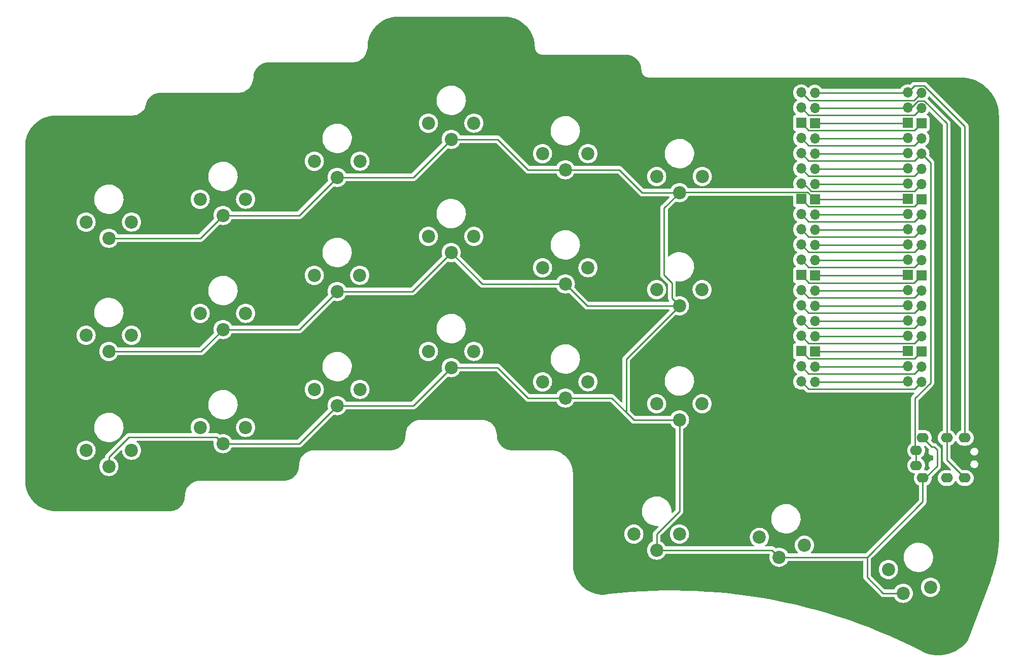
<source format=gbr>
%TF.GenerationSoftware,KiCad,Pcbnew,7.0.10*%
%TF.CreationDate,2024-02-16T13:50:27-07:00*%
%TF.ProjectId,kb42,6b623432-2e6b-4696-9361-645f70636258,rev?*%
%TF.SameCoordinates,Original*%
%TF.FileFunction,Copper,L2,Bot*%
%TF.FilePolarity,Positive*%
%FSLAX46Y46*%
G04 Gerber Fmt 4.6, Leading zero omitted, Abs format (unit mm)*
G04 Created by KiCad (PCBNEW 7.0.10) date 2024-02-16 13:50:27*
%MOMM*%
%LPD*%
G01*
G04 APERTURE LIST*
%TA.AperFunction,ComponentPad*%
%ADD10C,2.200000*%
%TD*%
%TA.AperFunction,ComponentPad*%
%ADD11O,2.000000X1.600000*%
%TD*%
%TA.AperFunction,ComponentPad*%
%ADD12O,1.700000X1.700000*%
%TD*%
%TA.AperFunction,ComponentPad*%
%ADD13R,1.700000X1.700000*%
%TD*%
%TA.AperFunction,Conductor*%
%ADD14C,0.250000*%
%TD*%
G04 APERTURE END LIST*
D10*
%TO.P,SW18,1,1*%
%TO.N,R18*%
X165100000Y-98910000D03*
X172710000Y-98900000D03*
%TO.P,SW18,2,2*%
%TO.N,GND*%
X168910000Y-101600000D03*
%TD*%
%TO.P,SW11,1,1*%
%TO.N,R11*%
X146050000Y-76200000D03*
X153660000Y-76190000D03*
%TO.P,SW11,2,2*%
%TO.N,GND*%
X149860000Y-78890000D03*
%TD*%
%TO.P,SW2,1,1*%
%TO.N,R2*%
X88900000Y-64770000D03*
X96510000Y-64760000D03*
%TO.P,SW2,2,2*%
%TO.N,GND*%
X92710000Y-67460000D03*
%TD*%
%TO.P,SW13,1,1*%
%TO.N,R13*%
X69850000Y-106680000D03*
X77460000Y-106670000D03*
%TO.P,SW13,2,2*%
%TO.N,GND*%
X73660000Y-109370000D03*
%TD*%
%TO.P,SW4,1,1*%
%TO.N,R4*%
X127000000Y-52070000D03*
X134610000Y-52060000D03*
%TO.P,SW4,2,2*%
%TO.N,GND*%
X130810000Y-54760000D03*
%TD*%
%TO.P,SW21,1,1*%
%TO.N,R21*%
X203811051Y-126575741D03*
X210820000Y-129540000D03*
%TO.P,SW21,2,2*%
%TO.N,GND*%
X206267108Y-130540585D03*
%TD*%
%TO.P,SW3,1,1*%
%TO.N,R3*%
X107960000Y-58420000D03*
X115570000Y-58410000D03*
%TO.P,SW3,2,2*%
%TO.N,GND*%
X111770000Y-61110000D03*
%TD*%
%TO.P,SW17,1,1*%
%TO.N,R17*%
X146050000Y-95250000D03*
X153660000Y-95240000D03*
%TO.P,SW17,2,2*%
%TO.N,GND*%
X149860000Y-97940000D03*
%TD*%
%TO.P,SW10,1,1*%
%TO.N,R10*%
X127000000Y-70970000D03*
X134610000Y-70960000D03*
%TO.P,SW10,2,2*%
%TO.N,GND*%
X130810000Y-73660000D03*
%TD*%
%TO.P,SW8,1,1*%
%TO.N,R8*%
X88900000Y-83820000D03*
X96510000Y-83810000D03*
%TO.P,SW8,2,2*%
%TO.N,GND*%
X92710000Y-86510000D03*
%TD*%
%TO.P,SW1,1,1*%
%TO.N,R1*%
X69850000Y-68580000D03*
X77460000Y-68570000D03*
%TO.P,SW1,2,2*%
%TO.N,GND*%
X73660000Y-71270000D03*
%TD*%
%TO.P,SW7,1,1*%
%TO.N,R7*%
X69850000Y-87480000D03*
X77460000Y-87470000D03*
%TO.P,SW7,2,2*%
%TO.N,GND*%
X73660000Y-90170000D03*
%TD*%
%TO.P,SW5,1,1*%
%TO.N,R5*%
X146050000Y-57150000D03*
X153660000Y-57140000D03*
%TO.P,SW5,2,2*%
%TO.N,GND*%
X149860000Y-59840000D03*
%TD*%
%TO.P,SW9,1,1*%
%TO.N,R9*%
X107950000Y-77470000D03*
X115560000Y-77460000D03*
%TO.P,SW9,2,2*%
%TO.N,GND*%
X111760000Y-80160000D03*
%TD*%
%TO.P,SW15,1,1*%
%TO.N,R15*%
X107960000Y-96520000D03*
X115570000Y-96510000D03*
%TO.P,SW15,2,2*%
%TO.N,GND*%
X111770000Y-99210000D03*
%TD*%
%TO.P,SW12,1,1*%
%TO.N,R12*%
X165100000Y-79860000D03*
X172710000Y-79850000D03*
%TO.P,SW12,2,2*%
%TO.N,GND*%
X168910000Y-82550000D03*
%TD*%
%TO.P,SW6,1,1*%
%TO.N,R6*%
X165110000Y-60970000D03*
X172720000Y-60960000D03*
%TO.P,SW6,2,2*%
%TO.N,GND*%
X168920000Y-63660000D03*
%TD*%
D11*
%TO.P,J2,1,SLEEVE*%
%TO.N,3v3*%
X208442500Y-106700000D03*
X208442500Y-109200000D03*
%TO.P,J2,2,TIP*%
%TO.N,GND*%
X209542500Y-104600000D03*
X209542500Y-111300000D03*
%TO.P,J2,3,RING1*%
%TO.N,RX*%
X213542500Y-104600000D03*
X216542500Y-111300000D03*
%TO.P,J2,4,RING2*%
%TO.N,TX*%
X216542500Y-104600000D03*
X213542500Y-111300000D03*
%TD*%
D10*
%TO.P,SW20,1,1*%
%TO.N,R20*%
X182276283Y-121210518D03*
X189772406Y-122522133D03*
%TO.P,SW20,2,2*%
%TO.N,GND*%
X185561287Y-124521250D03*
%TD*%
%TO.P,SW19,1,1*%
%TO.N,R19*%
X161300000Y-120660000D03*
X168910000Y-120650000D03*
%TO.P,SW19,2,2*%
%TO.N,GND*%
X165110000Y-123350000D03*
%TD*%
%TO.P,SW14,1,1*%
%TO.N,R14*%
X88900000Y-102870000D03*
X96510000Y-102860000D03*
%TO.P,SW14,2,2*%
%TO.N,GND*%
X92710000Y-105560000D03*
%TD*%
D12*
%TO.P,U1,1,GPIO0*%
%TO.N,TX*%
X191530000Y-46990000D03*
X207010000Y-46953500D03*
%TO.P,U1,2,GPIO1*%
%TO.N,RX*%
X191530000Y-49530000D03*
X207010000Y-49493500D03*
D13*
%TO.P,U1,3,GND*%
%TO.N,unconnected-(U1-GND-Pad3)*%
X191530000Y-52070000D03*
X207010000Y-52033500D03*
D12*
%TO.P,U1,4,GPIO2*%
%TO.N,R6*%
X191530000Y-54610000D03*
X207010000Y-54573500D03*
%TO.P,U1,5,GPIO3*%
%TO.N,R5*%
X191530000Y-57150000D03*
X207010000Y-57113500D03*
%TO.P,U1,6,GPIO4*%
%TO.N,R4*%
X191530000Y-59690000D03*
X207010000Y-59653500D03*
%TO.P,U1,7,GPIO5*%
%TO.N,R3*%
X191530000Y-62230000D03*
X207010000Y-62193500D03*
D13*
%TO.P,U1,8,GND*%
%TO.N,GND*%
X191530000Y-64770000D03*
X207010000Y-64733500D03*
D12*
%TO.P,U1,9,GPIO6*%
%TO.N,R2*%
X191530000Y-67310000D03*
X207010000Y-67273500D03*
%TO.P,U1,10,GPIO7*%
%TO.N,R1*%
X191530000Y-69850000D03*
X207010000Y-69813500D03*
%TO.P,U1,11,GPIO8*%
%TO.N,R12*%
X191530000Y-72390000D03*
X207010000Y-72353500D03*
%TO.P,U1,12,GPIO9*%
%TO.N,R11*%
X191530000Y-74930000D03*
X207010000Y-74893500D03*
D13*
%TO.P,U1,13,GND*%
%TO.N,unconnected-(U1-GND-Pad13)*%
X191530000Y-77470000D03*
X207010000Y-77433500D03*
D12*
%TO.P,U1,14,GPIO10*%
%TO.N,R10*%
X191530000Y-80010000D03*
X207010000Y-79973500D03*
%TO.P,U1,15,GPIO11*%
%TO.N,R9*%
X191530000Y-82550000D03*
X207010000Y-82513500D03*
%TO.P,U1,16,GPIO12*%
%TO.N,R8*%
X191530000Y-85090000D03*
X207010000Y-85053500D03*
%TO.P,U1,17,GPIO13*%
%TO.N,R7*%
X191530000Y-87630000D03*
X207010000Y-87593500D03*
D13*
%TO.P,U1,18,GND*%
%TO.N,unconnected-(U1-GND-Pad18)*%
X191530000Y-90170000D03*
X207010000Y-90133500D03*
D12*
%TO.P,U1,19,GPIO14*%
%TO.N,R18*%
X191530000Y-92710000D03*
X207010000Y-92673500D03*
%TO.P,U1,20,GPIO15*%
%TO.N,R17*%
X191530000Y-95250000D03*
X207010000Y-95213500D03*
%TO.P,U1,21,GPIO16*%
%TO.N,R16*%
X189230000Y-95213500D03*
X209310000Y-95250000D03*
%TO.P,U1,22,GPIO17*%
%TO.N,R15*%
X189230000Y-92673500D03*
X209310000Y-92710000D03*
D13*
%TO.P,U1,23,GND*%
%TO.N,unconnected-(U1-GND-Pad23)*%
X189230000Y-90133500D03*
X209310000Y-90170000D03*
D12*
%TO.P,U1,24,GPIO18*%
%TO.N,R14*%
X189230000Y-87593500D03*
X209310000Y-87630000D03*
%TO.P,U1,25,GPIO19*%
%TO.N,R13*%
X189230000Y-85053500D03*
X209310000Y-85090000D03*
%TO.P,U1,26,GPIO20*%
%TO.N,R19*%
X189230000Y-82513500D03*
X209310000Y-82550000D03*
%TO.P,U1,27,GPIO21*%
%TO.N,R20*%
X189230000Y-79973500D03*
X209310000Y-80010000D03*
D13*
%TO.P,U1,28,GND*%
%TO.N,unconnected-(U1-GND-Pad28)*%
X189230000Y-77433500D03*
X209310000Y-77470000D03*
D12*
%TO.P,U1,29,GPIO22*%
%TO.N,R21*%
X189230000Y-74893500D03*
X209310000Y-74930000D03*
%TO.P,U1,30,RUN*%
%TO.N,unconnected-(U1-RUN-Pad30)*%
X189230000Y-72353500D03*
X209310000Y-72390000D03*
%TO.P,U1,31,GPIO26_ADC0*%
%TO.N,unconnected-(U1-GPIO26_ADC0-Pad31)*%
X189230000Y-69813500D03*
X209310000Y-69850000D03*
%TO.P,U1,32,GPIO27_ADC1*%
%TO.N,unconnected-(U1-GPIO27_ADC1-Pad32)*%
X189230000Y-67273500D03*
X209310000Y-67310000D03*
D13*
%TO.P,U1,33,AGND*%
%TO.N,unconnected-(U1-AGND-Pad33)*%
X189230000Y-64733500D03*
X209310000Y-64770000D03*
D12*
%TO.P,U1,34,GPIO28_ADC2*%
%TO.N,unconnected-(U1-GPIO28_ADC2-Pad34)*%
X189230000Y-62193500D03*
X209310000Y-62230000D03*
%TO.P,U1,35,ADC_VREF*%
%TO.N,unconnected-(U1-ADC_VREF-Pad35)*%
X189230000Y-59653500D03*
X209310000Y-59690000D03*
%TO.P,U1,36,3V3*%
%TO.N,3v3*%
X189230000Y-57113500D03*
X209310000Y-57150000D03*
%TO.P,U1,37,3V3_EN*%
%TO.N,unconnected-(U1-3V3_EN-Pad37)*%
X189230000Y-54573500D03*
X209310000Y-54610000D03*
D13*
%TO.P,U1,38,GND*%
%TO.N,unconnected-(U1-GND-Pad38)*%
X189230000Y-52033500D03*
X209310000Y-52070000D03*
D12*
%TO.P,U1,39,VSYS*%
%TO.N,unconnected-(U1-VSYS-Pad39)*%
X189230000Y-49493500D03*
X209310000Y-49530000D03*
%TO.P,U1,40,VBUS*%
%TO.N,unconnected-(U1-VBUS-Pad40)*%
X189230000Y-46953500D03*
X209310000Y-46990000D03*
%TD*%
D10*
%TO.P,SW16,1,1*%
%TO.N,R16*%
X127000000Y-90170000D03*
X134610000Y-90160000D03*
%TO.P,SW16,2,2*%
%TO.N,GND*%
X130810000Y-92860000D03*
%TD*%
D14*
%TO.N,R1*%
X191530000Y-69850000D02*
X206973500Y-69850000D01*
X206973500Y-69850000D02*
X207010000Y-69813500D01*
%TO.N,GND*%
X73660000Y-109370000D02*
X73660000Y-107814366D01*
X143660000Y-59840000D02*
X149860000Y-59840000D01*
X111770000Y-99210000D02*
X124460000Y-99210000D01*
X105420000Y-105560000D02*
X111770000Y-99210000D01*
X202930585Y-130540585D02*
X206267108Y-130540585D01*
X105410000Y-86510000D02*
X92710000Y-86510000D01*
X92710000Y-105560000D02*
X105420000Y-105560000D01*
X209542500Y-111300000D02*
X209542500Y-115226523D01*
X168920000Y-63660000D02*
X169021500Y-63558500D01*
X124460000Y-99210000D02*
X130810000Y-92860000D01*
X191530000Y-64770000D02*
X206973500Y-64770000D01*
X89050000Y-90170000D02*
X73660000Y-90170000D01*
X130810000Y-54760000D02*
X138580000Y-54760000D01*
X211463516Y-106125000D02*
X211917500Y-106578984D01*
X209542500Y-115226523D02*
X200247773Y-124521250D01*
X153520000Y-82550000D02*
X149860000Y-78890000D01*
X161290000Y-101600000D02*
X168910000Y-101600000D01*
X111760000Y-80160000D02*
X105410000Y-86510000D01*
X73660000Y-107814366D02*
X77014365Y-104460001D01*
X136040000Y-78890000D02*
X130810000Y-73660000D01*
X77014365Y-104460001D02*
X91610001Y-104460001D01*
X149860000Y-59840000D02*
X158900000Y-59840000D01*
X149860000Y-78890000D02*
X136040000Y-78890000D01*
X91610001Y-104460001D02*
X92710000Y-105560000D01*
X185561287Y-124521250D02*
X200247773Y-124521250D01*
X211917500Y-109321016D02*
X209938516Y-111300000D01*
X160020000Y-100330000D02*
X161290000Y-101600000D01*
X200247773Y-124521250D02*
X200247773Y-127857773D01*
X168920000Y-63660000D02*
X166335000Y-66245000D01*
X211917500Y-106578984D02*
X211917500Y-109321016D01*
X124460000Y-61110000D02*
X130810000Y-54760000D01*
X124310000Y-80160000D02*
X111760000Y-80160000D01*
X167640000Y-78740000D02*
X167640000Y-81280000D01*
X211067500Y-106125000D02*
X211463516Y-106125000D01*
X88900000Y-71270000D02*
X73660000Y-71270000D01*
X130810000Y-92860000D02*
X138580000Y-92860000D01*
X166335000Y-66245000D02*
X166335000Y-77435000D01*
X190318500Y-63558500D02*
X191530000Y-64770000D01*
X130810000Y-73660000D02*
X124310000Y-80160000D01*
X105420000Y-67460000D02*
X111770000Y-61110000D01*
X92710000Y-86510000D02*
X89050000Y-90170000D01*
X209938516Y-111300000D02*
X209542500Y-111300000D01*
X158900000Y-59840000D02*
X162720000Y-63660000D01*
X92710000Y-67460000D02*
X88900000Y-71270000D01*
X169021500Y-63558500D02*
X190318500Y-63558500D01*
X167640000Y-81280000D02*
X168910000Y-82550000D01*
X200247773Y-127857773D02*
X202930585Y-130540585D01*
X168910000Y-82550000D02*
X160020000Y-91440000D01*
X209542500Y-104600000D02*
X211067500Y-106125000D01*
X143660000Y-97940000D02*
X149860000Y-97940000D01*
X166335000Y-77435000D02*
X167640000Y-78740000D01*
X138580000Y-92860000D02*
X143660000Y-97940000D01*
X92710000Y-67460000D02*
X105420000Y-67460000D01*
X184390037Y-123350000D02*
X185561287Y-124521250D01*
X168910000Y-101600000D02*
X168910000Y-116840000D01*
X168910000Y-82550000D02*
X153520000Y-82550000D01*
X206973500Y-64770000D02*
X207010000Y-64733500D01*
X162720000Y-63660000D02*
X168920000Y-63660000D01*
X157630000Y-97940000D02*
X149860000Y-97940000D01*
X165110000Y-123350000D02*
X184390037Y-123350000D01*
X165110000Y-120640000D02*
X165110000Y-123350000D01*
X111770000Y-61110000D02*
X124460000Y-61110000D01*
X138580000Y-54760000D02*
X143660000Y-59840000D01*
X168910000Y-116840000D02*
X165110000Y-120640000D01*
X160020000Y-91440000D02*
X160020000Y-100330000D01*
X160020000Y-100330000D02*
X157630000Y-97940000D01*
%TO.N,R2*%
X206973500Y-67310000D02*
X207010000Y-67273500D01*
X191530000Y-67310000D02*
X206973500Y-67310000D01*
%TO.N,R3*%
X191530000Y-62230000D02*
X206973500Y-62230000D01*
X206973500Y-62230000D02*
X207010000Y-62193500D01*
%TO.N,R4*%
X206973500Y-59690000D02*
X207010000Y-59653500D01*
X191530000Y-59690000D02*
X206973500Y-59690000D01*
%TO.N,R5*%
X191530000Y-57150000D02*
X206973500Y-57150000D01*
X206973500Y-57150000D02*
X207010000Y-57113500D01*
%TO.N,R6*%
X191530000Y-54610000D02*
X206973500Y-54610000D01*
X206973500Y-54610000D02*
X207010000Y-54573500D01*
%TO.N,R7*%
X206973500Y-87630000D02*
X207010000Y-87593500D01*
X191530000Y-87630000D02*
X206973500Y-87630000D01*
%TO.N,R8*%
X206973500Y-85090000D02*
X207010000Y-85053500D01*
X191530000Y-85090000D02*
X206973500Y-85090000D01*
%TO.N,R9*%
X206973500Y-82550000D02*
X207010000Y-82513500D01*
X191530000Y-82550000D02*
X206973500Y-82550000D01*
%TO.N,R10*%
X191530000Y-80010000D02*
X206973500Y-80010000D01*
X206973500Y-80010000D02*
X207010000Y-79973500D01*
%TO.N,R11*%
X191530000Y-74930000D02*
X206973500Y-74930000D01*
X206973500Y-74930000D02*
X207010000Y-74893500D01*
%TO.N,R12*%
X191530000Y-72390000D02*
X206973500Y-72390000D01*
X206973500Y-72390000D02*
X207010000Y-72353500D01*
%TO.N,R13*%
X208135000Y-86265000D02*
X209310000Y-85090000D01*
X190441500Y-86265000D02*
X208135000Y-86265000D01*
X189230000Y-85053500D02*
X190441500Y-86265000D01*
%TO.N,R14*%
X189230000Y-87593500D02*
X190441500Y-88805000D01*
X208135000Y-88805000D02*
X209310000Y-87630000D01*
X190441500Y-88805000D02*
X208135000Y-88805000D01*
%TO.N,R15*%
X190441500Y-93885000D02*
X208135000Y-93885000D01*
X189230000Y-92673500D02*
X190441500Y-93885000D01*
X208135000Y-93885000D02*
X209310000Y-92710000D01*
%TO.N,R16*%
X189230000Y-95213500D02*
X190441500Y-96425000D01*
X208135000Y-96425000D02*
X209310000Y-95250000D01*
X190441500Y-96425000D02*
X208135000Y-96425000D01*
%TO.N,R17*%
X206973500Y-95250000D02*
X207010000Y-95213500D01*
X191530000Y-95250000D02*
X206973500Y-95250000D01*
%TO.N,R18*%
X191530000Y-92710000D02*
X206973500Y-92710000D01*
X165100000Y-97940000D02*
X165250000Y-97940000D01*
X206973500Y-92710000D02*
X207010000Y-92673500D01*
%TO.N,R19*%
X190441500Y-83725000D02*
X208135000Y-83725000D01*
X208135000Y-83725000D02*
X209310000Y-82550000D01*
X189230000Y-82513500D02*
X190441500Y-83725000D01*
%TO.N,R20*%
X208135000Y-81185000D02*
X209310000Y-80010000D01*
X190441500Y-81185000D02*
X208135000Y-81185000D01*
X189230000Y-79973500D02*
X190441500Y-81185000D01*
%TO.N,R21*%
X190441500Y-76105000D02*
X208135000Y-76105000D01*
X208135000Y-76105000D02*
X209310000Y-74930000D01*
X189230000Y-74893500D02*
X190441500Y-76105000D01*
%TO.N,TX*%
X209796701Y-45815000D02*
X208148500Y-45815000D01*
X191530000Y-46990000D02*
X206973500Y-46990000D01*
X208148500Y-45815000D02*
X207010000Y-46953500D01*
X206973500Y-46990000D02*
X207010000Y-46953500D01*
X216542500Y-104600000D02*
X216542500Y-52560799D01*
X216542500Y-52560799D02*
X209796701Y-45815000D01*
%TO.N,RX*%
X208750299Y-48355000D02*
X207611799Y-49493500D01*
X206973500Y-49530000D02*
X207010000Y-49493500D01*
X209796701Y-48355000D02*
X208750299Y-48355000D01*
X207611799Y-49493500D02*
X207010000Y-49493500D01*
X213542500Y-52100799D02*
X209796701Y-48355000D01*
X191530000Y-49530000D02*
X206973500Y-49530000D01*
X213542500Y-104600000D02*
X213542500Y-52100799D01*
X213542500Y-104600000D02*
X213542500Y-108300000D01*
X213542500Y-108300000D02*
X216542500Y-111300000D01*
%TO.N,unconnected-(U1-GND-Pad3)*%
X206973500Y-52070000D02*
X207010000Y-52033500D01*
X191530000Y-52070000D02*
X206973500Y-52070000D01*
%TO.N,unconnected-(U1-GND-Pad13)*%
X206973500Y-77470000D02*
X207010000Y-77433500D01*
X191530000Y-77470000D02*
X206973500Y-77470000D01*
%TO.N,unconnected-(U1-GND-Pad18)*%
X206973500Y-90170000D02*
X207010000Y-90133500D01*
X191530000Y-90170000D02*
X206973500Y-90170000D01*
%TO.N,unconnected-(U1-GND-Pad23)*%
X190441500Y-91345000D02*
X208135000Y-91345000D01*
X189230000Y-90133500D02*
X190441500Y-91345000D01*
X208135000Y-91345000D02*
X209310000Y-90170000D01*
%TO.N,unconnected-(U1-GND-Pad28)*%
X190536500Y-78740000D02*
X208040000Y-78740000D01*
X189230000Y-77433500D02*
X190536500Y-78740000D01*
X208040000Y-78740000D02*
X209310000Y-77470000D01*
%TO.N,unconnected-(U1-RUN-Pad30)*%
X208135000Y-73565000D02*
X209310000Y-72390000D01*
X190441500Y-73565000D02*
X208135000Y-73565000D01*
X189230000Y-72353500D02*
X190441500Y-73565000D01*
%TO.N,unconnected-(U1-GPIO26_ADC0-Pad31)*%
X190441500Y-71025000D02*
X208135000Y-71025000D01*
X189230000Y-69813500D02*
X190441500Y-71025000D01*
X208135000Y-71025000D02*
X209310000Y-69850000D01*
%TO.N,unconnected-(U1-GPIO27_ADC1-Pad32)*%
X190441500Y-68485000D02*
X208135000Y-68485000D01*
X189230000Y-67273500D02*
X190441500Y-68485000D01*
X208135000Y-68485000D02*
X209310000Y-67310000D01*
%TO.N,unconnected-(U1-AGND-Pad33)*%
X189230000Y-64733500D02*
X190441500Y-65945000D01*
X190441500Y-65945000D02*
X208135000Y-65945000D01*
X208135000Y-65945000D02*
X209310000Y-64770000D01*
%TO.N,unconnected-(U1-GPIO28_ADC2-Pad34)*%
X189676396Y-62193500D02*
X190887896Y-63405000D01*
X189230000Y-62193500D02*
X189676396Y-62193500D01*
X208135000Y-63405000D02*
X209310000Y-62230000D01*
X190887896Y-63405000D02*
X208135000Y-63405000D01*
%TO.N,unconnected-(U1-ADC_VREF-Pad35)*%
X190441500Y-60865000D02*
X208135000Y-60865000D01*
X208135000Y-60865000D02*
X209310000Y-59690000D01*
X189230000Y-59653500D02*
X190441500Y-60865000D01*
%TO.N,unconnected-(U1-3V3_EN-Pad37)*%
X208135000Y-55785000D02*
X209310000Y-54610000D01*
X190441500Y-55785000D02*
X208135000Y-55785000D01*
X189230000Y-54573500D02*
X190441500Y-55785000D01*
%TO.N,unconnected-(U1-GND-Pad38)*%
X208135000Y-53245000D02*
X209310000Y-52070000D01*
X190441500Y-53245000D02*
X208135000Y-53245000D01*
X189230000Y-52033500D02*
X190441500Y-53245000D01*
%TO.N,unconnected-(U1-VSYS-Pad39)*%
X208135000Y-50705000D02*
X209310000Y-49530000D01*
X189230000Y-49493500D02*
X190441500Y-50705000D01*
X190441500Y-50705000D02*
X208135000Y-50705000D01*
%TO.N,unconnected-(U1-VBUS-Pad40)*%
X190500000Y-48223500D02*
X190500000Y-48260000D01*
X208040000Y-48260000D02*
X209310000Y-46990000D01*
X190500000Y-48260000D02*
X208040000Y-48260000D01*
X189230000Y-46953500D02*
X190500000Y-48223500D01*
%TO.N,3v3*%
X208217500Y-106475000D02*
X208217500Y-98004201D01*
X189230000Y-57113500D02*
X190441500Y-58325000D01*
X208217500Y-98004201D02*
X210820000Y-95401701D01*
X208442500Y-106700000D02*
X208217500Y-106475000D01*
X210820000Y-95401701D02*
X210820000Y-58660000D01*
X210820000Y-58660000D02*
X209310000Y-57150000D01*
X208135000Y-58325000D02*
X209310000Y-57150000D01*
X190441500Y-58325000D02*
X208135000Y-58325000D01*
X208442500Y-109200000D02*
X208442500Y-106700000D01*
%TD*%
%TA.AperFunction,NonConductor*%
G36*
X139702562Y-34290605D02*
G01*
X139917373Y-34299490D01*
X140120249Y-34308348D01*
X140130120Y-34309177D01*
X140345510Y-34336026D01*
X140345963Y-34336084D01*
X140548504Y-34362749D01*
X140557718Y-34364319D01*
X140769797Y-34408787D01*
X140770827Y-34409009D01*
X140970566Y-34453290D01*
X140979092Y-34455502D01*
X141116957Y-34496546D01*
X141186503Y-34517251D01*
X141188407Y-34517835D01*
X141239925Y-34534078D01*
X141383404Y-34579316D01*
X141391119Y-34582034D01*
X141592754Y-34660712D01*
X141595027Y-34661626D01*
X141783987Y-34739896D01*
X141790965Y-34743043D01*
X141985405Y-34838098D01*
X141988080Y-34839449D01*
X142078300Y-34886415D01*
X142169482Y-34933882D01*
X142175698Y-34937348D01*
X142361533Y-35048081D01*
X142364685Y-35050024D01*
X142537116Y-35159875D01*
X142542545Y-35163538D01*
X142718570Y-35289218D01*
X142722002Y-35291759D01*
X142884219Y-35416232D01*
X142888874Y-35419985D01*
X143053920Y-35559771D01*
X143057552Y-35562972D01*
X143208327Y-35701132D01*
X143212235Y-35704873D01*
X143365125Y-35857763D01*
X143368866Y-35861671D01*
X143507026Y-36012446D01*
X143510227Y-36016078D01*
X143650013Y-36181124D01*
X143653766Y-36185779D01*
X143778239Y-36347996D01*
X143780780Y-36351428D01*
X143906460Y-36527453D01*
X143910123Y-36532882D01*
X144019974Y-36705313D01*
X144021917Y-36708465D01*
X144132650Y-36894300D01*
X144136116Y-36900516D01*
X144230534Y-37081889D01*
X144231946Y-37084686D01*
X144326942Y-37279004D01*
X144330102Y-37286011D01*
X144408351Y-37474920D01*
X144409307Y-37477298D01*
X144487949Y-37678838D01*
X144490693Y-37686627D01*
X144552163Y-37881591D01*
X144552747Y-37883495D01*
X144614494Y-38090898D01*
X144616710Y-38099441D01*
X144660949Y-38298987D01*
X144661249Y-38300380D01*
X144705675Y-38512260D01*
X144707253Y-38521521D01*
X144733887Y-38723829D01*
X144733996Y-38724676D01*
X144760818Y-38939849D01*
X144761652Y-38949778D01*
X144770512Y-39152701D01*
X144770524Y-39152986D01*
X144779394Y-39367438D01*
X144779500Y-39372562D01*
X144779500Y-39469990D01*
X144810784Y-39667511D01*
X144872579Y-39857700D01*
X144963371Y-40035887D01*
X145080917Y-40197675D01*
X145222325Y-40339083D01*
X145384113Y-40456629D01*
X145562297Y-40547419D01*
X145562299Y-40547420D01*
X145654465Y-40577366D01*
X145752490Y-40609216D01*
X145950009Y-40640500D01*
X146049901Y-40640500D01*
X160016521Y-40640500D01*
X160023471Y-40640694D01*
X160135527Y-40646987D01*
X160304353Y-40657199D01*
X160317591Y-40658720D01*
X160449665Y-40681160D01*
X160451007Y-40681397D01*
X160596210Y-40708007D01*
X160608153Y-40710814D01*
X160740788Y-40749025D01*
X160743279Y-40749773D01*
X160880146Y-40792423D01*
X160890682Y-40796237D01*
X161019736Y-40849693D01*
X161023063Y-40851130D01*
X161152306Y-40909298D01*
X161161372Y-40913834D01*
X161284331Y-40981791D01*
X161288500Y-40984202D01*
X161408988Y-41057040D01*
X161416592Y-41062027D01*
X161531525Y-41143575D01*
X161536223Y-41147078D01*
X161646752Y-41233672D01*
X161652906Y-41238823D01*
X161758133Y-41332859D01*
X161763187Y-41337638D01*
X161862360Y-41436811D01*
X161867139Y-41441865D01*
X161961175Y-41547092D01*
X161966326Y-41553246D01*
X162052904Y-41663754D01*
X162056423Y-41668473D01*
X162137971Y-41783406D01*
X162142958Y-41791010D01*
X162215796Y-41911498D01*
X162218207Y-41915667D01*
X162286164Y-42038626D01*
X162290712Y-42047716D01*
X162348832Y-42176853D01*
X162350317Y-42180291D01*
X162403756Y-42309303D01*
X162407580Y-42319866D01*
X162450214Y-42456684D01*
X162450983Y-42459246D01*
X162489180Y-42591831D01*
X162491995Y-42603807D01*
X162518578Y-42748865D01*
X162518857Y-42750446D01*
X162541275Y-42882385D01*
X162542801Y-42895670D01*
X162552997Y-43064242D01*
X162553028Y-43064774D01*
X162559305Y-43176526D01*
X162559500Y-43183480D01*
X162559500Y-43279990D01*
X162590784Y-43477511D01*
X162652579Y-43667700D01*
X162743371Y-43845887D01*
X162860917Y-44007675D01*
X163002325Y-44149083D01*
X163164113Y-44266629D01*
X163342297Y-44357419D01*
X163342299Y-44357420D01*
X163434465Y-44387366D01*
X163532490Y-44419216D01*
X163730009Y-44450500D01*
X163829901Y-44450500D01*
X215897689Y-44450500D01*
X215902325Y-44450587D01*
X216167285Y-44460500D01*
X216375301Y-44468674D01*
X216384274Y-44469355D01*
X216636137Y-44497734D01*
X216858966Y-44524108D01*
X216867415Y-44525405D01*
X217113062Y-44571884D01*
X217113858Y-44572039D01*
X217336972Y-44616419D01*
X217344808Y-44618245D01*
X217584917Y-44682582D01*
X217586403Y-44682992D01*
X217806431Y-44745046D01*
X217813718Y-44747346D01*
X218047551Y-44829168D01*
X218049470Y-44829857D01*
X218264677Y-44909251D01*
X218271280Y-44911906D01*
X218498000Y-45010823D01*
X218500289Y-45011851D01*
X218708959Y-45108049D01*
X218714917Y-45110994D01*
X218933347Y-45226438D01*
X218935922Y-45227839D01*
X219136661Y-45340258D01*
X219142000Y-45343428D01*
X219351032Y-45474771D01*
X219353903Y-45476632D01*
X219501056Y-45574957D01*
X219545290Y-45604513D01*
X219550033Y-45607845D01*
X219748540Y-45754350D01*
X219751641Y-45756715D01*
X219932523Y-45899311D01*
X219936559Y-45902636D01*
X220101555Y-46044627D01*
X220123529Y-46063537D01*
X220126816Y-46066469D01*
X220200230Y-46134332D01*
X220273468Y-46202033D01*
X220295945Y-46222810D01*
X220299455Y-46226185D01*
X220473813Y-46400543D01*
X220477188Y-46404053D01*
X220633529Y-46573182D01*
X220636461Y-46576469D01*
X220697565Y-46647473D01*
X220797354Y-46763430D01*
X220800695Y-46767486D01*
X220943258Y-46948325D01*
X220945648Y-46951458D01*
X221092153Y-47149965D01*
X221095485Y-47154708D01*
X221223351Y-47346072D01*
X221225243Y-47348991D01*
X221356557Y-47557976D01*
X221359753Y-47563359D01*
X221472140Y-47764041D01*
X221473580Y-47766688D01*
X221523638Y-47861401D01*
X221580372Y-47968748D01*
X221588983Y-47985039D01*
X221591963Y-47991068D01*
X221688147Y-48199709D01*
X221689191Y-48202035D01*
X221788078Y-48428685D01*
X221790760Y-48435354D01*
X221870125Y-48650484D01*
X221870830Y-48652447D01*
X221952652Y-48886280D01*
X221954955Y-48893577D01*
X222017000Y-49113573D01*
X222017431Y-49115137D01*
X222081745Y-49355158D01*
X222083587Y-49363061D01*
X222127925Y-49585965D01*
X222128146Y-49587103D01*
X222174590Y-49832569D01*
X222175892Y-49841047D01*
X222202238Y-50063637D01*
X222202318Y-50064328D01*
X222230641Y-50315703D01*
X222231325Y-50324719D01*
X222239516Y-50533185D01*
X222239525Y-50533416D01*
X222249413Y-50797674D01*
X222249500Y-50802311D01*
X222249500Y-121915148D01*
X222249128Y-121924747D01*
X222246480Y-121958839D01*
X222235027Y-122106315D01*
X222235001Y-122106647D01*
X222181366Y-122774080D01*
X222180945Y-122778376D01*
X222139731Y-123135155D01*
X222139612Y-123136145D01*
X222077235Y-123640526D01*
X222076734Y-123644145D01*
X222017678Y-124028363D01*
X222017414Y-124030003D01*
X221938126Y-124503525D01*
X221937597Y-124506467D01*
X221862458Y-124897142D01*
X221861998Y-124899421D01*
X221763775Y-125363068D01*
X221763271Y-125365338D01*
X221673546Y-125752877D01*
X221672837Y-125755781D01*
X221553282Y-126220846D01*
X221552858Y-126222451D01*
X221451052Y-126597569D01*
X221450043Y-126601081D01*
X221302542Y-127087401D01*
X221302249Y-127088354D01*
X221195238Y-127431228D01*
X221193880Y-127435326D01*
X220972285Y-128067108D01*
X220972175Y-128067421D01*
X220910292Y-128242353D01*
X220909291Y-128245081D01*
X217000546Y-138521927D01*
X216978541Y-138558837D01*
X216851359Y-138706280D01*
X216851171Y-138706497D01*
X216686552Y-138896450D01*
X216680493Y-138902956D01*
X216515336Y-139067986D01*
X216514724Y-139068592D01*
X216346424Y-139234443D01*
X216340307Y-139240080D01*
X216161074Y-139394441D01*
X216159983Y-139395370D01*
X215981535Y-139545497D01*
X215975455Y-139550295D01*
X215784320Y-139691699D01*
X215782697Y-139692880D01*
X215594003Y-139827807D01*
X215588051Y-139831808D01*
X215386426Y-139959038D01*
X215384229Y-139960393D01*
X215186106Y-140079721D01*
X215180367Y-140082973D01*
X214969502Y-140195147D01*
X214966696Y-140196593D01*
X214760169Y-140299803D01*
X214754718Y-140302364D01*
X214535980Y-140398702D01*
X214532545Y-140400154D01*
X214318707Y-140486753D01*
X214313612Y-140488687D01*
X214088230Y-140568624D01*
X214084150Y-140569992D01*
X213864269Y-140639488D01*
X213859592Y-140640866D01*
X213628885Y-140703923D01*
X213624156Y-140705116D01*
X213399480Y-140757124D01*
X213395272Y-140758021D01*
X213160550Y-140803838D01*
X213155179Y-140804764D01*
X212927088Y-140838961D01*
X212923393Y-140839459D01*
X212686010Y-140867780D01*
X212680012Y-140868348D01*
X212449666Y-140884535D01*
X212446517Y-140884716D01*
X212207980Y-140895390D01*
X212201384Y-140895510D01*
X211970068Y-140893545D01*
X211967486Y-140893496D01*
X211729176Y-140886508D01*
X211722018Y-140886090D01*
X211490935Y-140865900D01*
X211488936Y-140865709D01*
X211252458Y-140841182D01*
X211244784Y-140840143D01*
X211014755Y-140801649D01*
X211013341Y-140801404D01*
X210780537Y-140759671D01*
X210772404Y-140757930D01*
X210543251Y-140700767D01*
X210542417Y-140700556D01*
X210316165Y-140642446D01*
X210307639Y-140639927D01*
X210069131Y-140560061D01*
X210068858Y-140559969D01*
X209873081Y-140493907D01*
X209855122Y-140486223D01*
X209046596Y-140062065D01*
X207394910Y-139237932D01*
X205726906Y-138447546D01*
X204043179Y-137691183D01*
X202344413Y-136969154D01*
X200631375Y-136281785D01*
X198904691Y-135629325D01*
X197165163Y-135012081D01*
X197165152Y-135012077D01*
X196292179Y-134722135D01*
X195413400Y-134430264D01*
X193650272Y-133884165D01*
X191876313Y-133373952D01*
X190092432Y-132899883D01*
X188299304Y-132462139D01*
X186497566Y-132060875D01*
X184688126Y-131696295D01*
X182871655Y-131368532D01*
X181048906Y-131077721D01*
X180415482Y-130989811D01*
X179220588Y-130823977D01*
X177782422Y-130654069D01*
X177387517Y-130607414D01*
X175550416Y-130428115D01*
X173710065Y-130286159D01*
X172456916Y-130215059D01*
X171867216Y-130181602D01*
X171583285Y-130171271D01*
X170022616Y-130114485D01*
X168177040Y-130084840D01*
X168177036Y-130084840D01*
X168177035Y-130084840D01*
X168136654Y-130085011D01*
X166331243Y-130092676D01*
X164485937Y-130137991D01*
X162642026Y-130220764D01*
X160800078Y-130340968D01*
X158961039Y-130498542D01*
X157125495Y-130693435D01*
X156220313Y-130808190D01*
X156199593Y-130809069D01*
X155992548Y-130800505D01*
X155992264Y-130800493D01*
X155789778Y-130791652D01*
X155779849Y-130790818D01*
X155564676Y-130763996D01*
X155563829Y-130763887D01*
X155361521Y-130737253D01*
X155352260Y-130735675D01*
X155140380Y-130691249D01*
X155138987Y-130690949D01*
X154939441Y-130646710D01*
X154930898Y-130644494D01*
X154723495Y-130582747D01*
X154721591Y-130582163D01*
X154526627Y-130520693D01*
X154518845Y-130517951D01*
X154430961Y-130483659D01*
X154317298Y-130439307D01*
X154314920Y-130438351D01*
X154126011Y-130360102D01*
X154119004Y-130356942D01*
X154086327Y-130340967D01*
X153924657Y-130261931D01*
X153921889Y-130260534D01*
X153740516Y-130166116D01*
X153734300Y-130162650D01*
X153548465Y-130051917D01*
X153545313Y-130049974D01*
X153372882Y-129940123D01*
X153367453Y-129936460D01*
X153191428Y-129810780D01*
X153187996Y-129808239D01*
X153025779Y-129683766D01*
X153021124Y-129680013D01*
X152856078Y-129540227D01*
X152852446Y-129537026D01*
X152701671Y-129398866D01*
X152697763Y-129395125D01*
X152544873Y-129242235D01*
X152541132Y-129238327D01*
X152402972Y-129087552D01*
X152399771Y-129083920D01*
X152259985Y-128918874D01*
X152256232Y-128914219D01*
X152131759Y-128752002D01*
X152129218Y-128748570D01*
X152003538Y-128572545D01*
X151999875Y-128567116D01*
X151890024Y-128394685D01*
X151888081Y-128391533D01*
X151777348Y-128205698D01*
X151773882Y-128199482D01*
X151679464Y-128018109D01*
X151678098Y-128015404D01*
X151583043Y-127820965D01*
X151579896Y-127813987D01*
X151501626Y-127625027D01*
X151500712Y-127622754D01*
X151422034Y-127421119D01*
X151419316Y-127413404D01*
X151357835Y-127218407D01*
X151357251Y-127216503D01*
X151319099Y-127088354D01*
X151295502Y-127009092D01*
X151293288Y-127000557D01*
X151249009Y-126800827D01*
X151248787Y-126799797D01*
X151204319Y-126587718D01*
X151202749Y-126578504D01*
X151176084Y-126375963D01*
X151176026Y-126375510D01*
X151149177Y-126160120D01*
X151148348Y-126150249D01*
X151139495Y-125947498D01*
X151130606Y-125732562D01*
X151130500Y-125727438D01*
X151130500Y-120660000D01*
X159694551Y-120660000D01*
X159714317Y-120911151D01*
X159773126Y-121156110D01*
X159869533Y-121388859D01*
X160001160Y-121603653D01*
X160001161Y-121603656D01*
X160001164Y-121603659D01*
X160164776Y-121795224D01*
X160305189Y-121915148D01*
X160356343Y-121958838D01*
X160356346Y-121958839D01*
X160571140Y-122090466D01*
X160779747Y-122176873D01*
X160803889Y-122186873D01*
X161048852Y-122245683D01*
X161300000Y-122265449D01*
X161551148Y-122245683D01*
X161796111Y-122186873D01*
X162028859Y-122090466D01*
X162243659Y-121958836D01*
X162435224Y-121795224D01*
X162598836Y-121603659D01*
X162730466Y-121388859D01*
X162826873Y-121156111D01*
X162885683Y-120911148D01*
X162905449Y-120660000D01*
X162885683Y-120408852D01*
X162826873Y-120163889D01*
X162730466Y-119931140D01*
X162598839Y-119716346D01*
X162598838Y-119716343D01*
X162520682Y-119624835D01*
X162435224Y-119524776D01*
X162280856Y-119392933D01*
X162243656Y-119361161D01*
X162243653Y-119361160D01*
X162028859Y-119229533D01*
X161796110Y-119133126D01*
X161551151Y-119074317D01*
X161300000Y-119054551D01*
X161048848Y-119074317D01*
X160803889Y-119133126D01*
X160571140Y-119229533D01*
X160356346Y-119361160D01*
X160356343Y-119361161D01*
X160164776Y-119524776D01*
X160001161Y-119716343D01*
X160001160Y-119716346D01*
X159869533Y-119931140D01*
X159773126Y-120163889D01*
X159714317Y-120408848D01*
X159694551Y-120660000D01*
X151130500Y-120660000D01*
X151130500Y-110302805D01*
X151122315Y-110219707D01*
X151093802Y-109930209D01*
X151020761Y-109563008D01*
X150912080Y-109204733D01*
X150768805Y-108858837D01*
X150735959Y-108797387D01*
X150592322Y-108528660D01*
X150592321Y-108528658D01*
X150592316Y-108528649D01*
X150384313Y-108217351D01*
X150146799Y-107927939D01*
X150146798Y-107927938D01*
X150146794Y-107927933D01*
X149882066Y-107663205D01*
X149592654Y-107425691D01*
X149592653Y-107425690D01*
X149592649Y-107425687D01*
X149281351Y-107217684D01*
X149281346Y-107217681D01*
X149281339Y-107217677D01*
X148951170Y-107041198D01*
X148951165Y-107041196D01*
X148605268Y-106897920D01*
X148246982Y-106789236D01*
X148246971Y-106789233D01*
X147879797Y-106716199D01*
X147879780Y-106716196D01*
X147598025Y-106688445D01*
X147507198Y-106679500D01*
X147507195Y-106679500D01*
X140973481Y-106679500D01*
X140966528Y-106679305D01*
X140962045Y-106679053D01*
X140854774Y-106673028D01*
X140854242Y-106672997D01*
X140685670Y-106662801D01*
X140672385Y-106661275D01*
X140540446Y-106638857D01*
X140538865Y-106638578D01*
X140393807Y-106611995D01*
X140381831Y-106609180D01*
X140249246Y-106570983D01*
X140246684Y-106570214D01*
X140109866Y-106527580D01*
X140099303Y-106523756D01*
X139970291Y-106470317D01*
X139966873Y-106468841D01*
X139837713Y-106410710D01*
X139828626Y-106406164D01*
X139705667Y-106338207D01*
X139701498Y-106335796D01*
X139581010Y-106262958D01*
X139573406Y-106257971D01*
X139458473Y-106176423D01*
X139453754Y-106172904D01*
X139450892Y-106170662D01*
X139375629Y-106111697D01*
X139343246Y-106086326D01*
X139337092Y-106081175D01*
X139231865Y-105987139D01*
X139226811Y-105982360D01*
X139127638Y-105883187D01*
X139122859Y-105878133D01*
X139028823Y-105772906D01*
X139023672Y-105766752D01*
X139003663Y-105741212D01*
X138937078Y-105656223D01*
X138933575Y-105651525D01*
X138852027Y-105536592D01*
X138847040Y-105528988D01*
X138774202Y-105408500D01*
X138771791Y-105404331D01*
X138758985Y-105381161D01*
X138703832Y-105281369D01*
X138699298Y-105272306D01*
X138641130Y-105143063D01*
X138639693Y-105139736D01*
X138586237Y-105010682D01*
X138582423Y-105000146D01*
X138539773Y-104863279D01*
X138539015Y-104860752D01*
X138500814Y-104728153D01*
X138498007Y-104716210D01*
X138471397Y-104571007D01*
X138471160Y-104569665D01*
X138448720Y-104437591D01*
X138447199Y-104424353D01*
X138436983Y-104255453D01*
X138430695Y-104143472D01*
X138430500Y-104136520D01*
X138430500Y-103997326D01*
X138430499Y-103997322D01*
X138423995Y-103939600D01*
X138418585Y-103891581D01*
X138398554Y-103713794D01*
X138398553Y-103713789D01*
X138398552Y-103713780D01*
X138335057Y-103435591D01*
X138310744Y-103366110D01*
X138240816Y-103166267D01*
X138240807Y-103166245D01*
X138117012Y-102909181D01*
X138092393Y-102870000D01*
X137965197Y-102667569D01*
X137787289Y-102444479D01*
X137585521Y-102242711D01*
X137362431Y-102064803D01*
X137233497Y-101983788D01*
X137120818Y-101912987D01*
X136863754Y-101789192D01*
X136863732Y-101789183D01*
X136594420Y-101694946D01*
X136594408Y-101694942D01*
X136379714Y-101645940D01*
X136316220Y-101631448D01*
X136316217Y-101631447D01*
X136316205Y-101631445D01*
X136032677Y-101599500D01*
X136032671Y-101599500D01*
X135890099Y-101599500D01*
X125730500Y-101599500D01*
X125730000Y-101599500D01*
X125587329Y-101599500D01*
X125587322Y-101599500D01*
X125303794Y-101631445D01*
X125303780Y-101631448D01*
X125025591Y-101694942D01*
X125025579Y-101694946D01*
X124756267Y-101789183D01*
X124756245Y-101789192D01*
X124499181Y-101912987D01*
X124257570Y-102064802D01*
X124034479Y-102242710D01*
X123832710Y-102444479D01*
X123654802Y-102667570D01*
X123502987Y-102909181D01*
X123379192Y-103166245D01*
X123379183Y-103166267D01*
X123284946Y-103435579D01*
X123284942Y-103435591D01*
X123221448Y-103713780D01*
X123221445Y-103713794D01*
X123189500Y-103997322D01*
X123189500Y-104136519D01*
X123189305Y-104143473D01*
X123183028Y-104255224D01*
X123182997Y-104255756D01*
X123172801Y-104424328D01*
X123171275Y-104437613D01*
X123148857Y-104569552D01*
X123148578Y-104571133D01*
X123121995Y-104716191D01*
X123119180Y-104728167D01*
X123080983Y-104860752D01*
X123080214Y-104863314D01*
X123037580Y-105000132D01*
X123033756Y-105010695D01*
X122980317Y-105139707D01*
X122978832Y-105143145D01*
X122920712Y-105272282D01*
X122916164Y-105281372D01*
X122848207Y-105404331D01*
X122845796Y-105408500D01*
X122772958Y-105528988D01*
X122767971Y-105536592D01*
X122686423Y-105651525D01*
X122682904Y-105656244D01*
X122596326Y-105766752D01*
X122591175Y-105772906D01*
X122497139Y-105878133D01*
X122492360Y-105883187D01*
X122393187Y-105982360D01*
X122388133Y-105987139D01*
X122282906Y-106081175D01*
X122276752Y-106086326D01*
X122166244Y-106172904D01*
X122161525Y-106176423D01*
X122046592Y-106257971D01*
X122038988Y-106262958D01*
X121918500Y-106335796D01*
X121914331Y-106338207D01*
X121791372Y-106406164D01*
X121782282Y-106410712D01*
X121653145Y-106468832D01*
X121649707Y-106470317D01*
X121520695Y-106523756D01*
X121510132Y-106527580D01*
X121373314Y-106570214D01*
X121370752Y-106570983D01*
X121238167Y-106609180D01*
X121226191Y-106611995D01*
X121081133Y-106638578D01*
X121079552Y-106638857D01*
X120947613Y-106661275D01*
X120934328Y-106662801D01*
X120765756Y-106672997D01*
X120765224Y-106673028D01*
X120657513Y-106679078D01*
X120653471Y-106679305D01*
X120646519Y-106679500D01*
X107807322Y-106679500D01*
X107523794Y-106711445D01*
X107523780Y-106711448D01*
X107245591Y-106774942D01*
X107245579Y-106774946D01*
X106976267Y-106869183D01*
X106976245Y-106869192D01*
X106719181Y-106992987D01*
X106477570Y-107144802D01*
X106254479Y-107322710D01*
X106052710Y-107524479D01*
X105874802Y-107747570D01*
X105722987Y-107989181D01*
X105599192Y-108246245D01*
X105599183Y-108246267D01*
X105504946Y-108515579D01*
X105504942Y-108515591D01*
X105441448Y-108793780D01*
X105441445Y-108793794D01*
X105409500Y-109077322D01*
X105409500Y-109216519D01*
X105409305Y-109223473D01*
X105403028Y-109335224D01*
X105402997Y-109335756D01*
X105392801Y-109504328D01*
X105391275Y-109517613D01*
X105368857Y-109649552D01*
X105368578Y-109651133D01*
X105341995Y-109796191D01*
X105339180Y-109808167D01*
X105300983Y-109940752D01*
X105300214Y-109943314D01*
X105257580Y-110080132D01*
X105253756Y-110090695D01*
X105200317Y-110219707D01*
X105198832Y-110223145D01*
X105140712Y-110352282D01*
X105136164Y-110361372D01*
X105068207Y-110484331D01*
X105065796Y-110488500D01*
X104992958Y-110608988D01*
X104987971Y-110616592D01*
X104906423Y-110731525D01*
X104902904Y-110736244D01*
X104816326Y-110846752D01*
X104811175Y-110852906D01*
X104717139Y-110958133D01*
X104712360Y-110963187D01*
X104613187Y-111062360D01*
X104608133Y-111067139D01*
X104502906Y-111161175D01*
X104496752Y-111166326D01*
X104386244Y-111252904D01*
X104381525Y-111256423D01*
X104266592Y-111337971D01*
X104258988Y-111342958D01*
X104138500Y-111415796D01*
X104134331Y-111418207D01*
X104011372Y-111486164D01*
X104002282Y-111490712D01*
X103873145Y-111548832D01*
X103869707Y-111550317D01*
X103740695Y-111603756D01*
X103730132Y-111607580D01*
X103593314Y-111650214D01*
X103590752Y-111650983D01*
X103458167Y-111689180D01*
X103446191Y-111691995D01*
X103301133Y-111718578D01*
X103299552Y-111718857D01*
X103167613Y-111741275D01*
X103154328Y-111742801D01*
X102985756Y-111752997D01*
X102985224Y-111753028D01*
X102877513Y-111759078D01*
X102873471Y-111759305D01*
X102866519Y-111759500D01*
X88757322Y-111759500D01*
X88473794Y-111791445D01*
X88473780Y-111791448D01*
X88195591Y-111854942D01*
X88195579Y-111854946D01*
X87926267Y-111949183D01*
X87926245Y-111949192D01*
X87669181Y-112072987D01*
X87427570Y-112224802D01*
X87204479Y-112402710D01*
X87002710Y-112604479D01*
X86824802Y-112827570D01*
X86672987Y-113069181D01*
X86549192Y-113326245D01*
X86549183Y-113326267D01*
X86454946Y-113595579D01*
X86454942Y-113595591D01*
X86391448Y-113873780D01*
X86391445Y-113873794D01*
X86359500Y-114157322D01*
X86359500Y-114296519D01*
X86359305Y-114303473D01*
X86353028Y-114415224D01*
X86352997Y-114415756D01*
X86342801Y-114584328D01*
X86341275Y-114597613D01*
X86318857Y-114729552D01*
X86318578Y-114731133D01*
X86291995Y-114876191D01*
X86289180Y-114888167D01*
X86250983Y-115020752D01*
X86250214Y-115023314D01*
X86207580Y-115160132D01*
X86203756Y-115170695D01*
X86150317Y-115299707D01*
X86148832Y-115303145D01*
X86090712Y-115432282D01*
X86086164Y-115441372D01*
X86018207Y-115564331D01*
X86015796Y-115568500D01*
X85942958Y-115688988D01*
X85937971Y-115696592D01*
X85856423Y-115811525D01*
X85852904Y-115816244D01*
X85766326Y-115926752D01*
X85761175Y-115932906D01*
X85667139Y-116038133D01*
X85662360Y-116043187D01*
X85563187Y-116142360D01*
X85558133Y-116147139D01*
X85452906Y-116241175D01*
X85446752Y-116246326D01*
X85336244Y-116332904D01*
X85331525Y-116336423D01*
X85216592Y-116417971D01*
X85208988Y-116422958D01*
X85088500Y-116495796D01*
X85084331Y-116498207D01*
X84961372Y-116566164D01*
X84952282Y-116570712D01*
X84823145Y-116628832D01*
X84819707Y-116630317D01*
X84690695Y-116683756D01*
X84680132Y-116687580D01*
X84543314Y-116730214D01*
X84540752Y-116730983D01*
X84408167Y-116769180D01*
X84396191Y-116771995D01*
X84251133Y-116798578D01*
X84249552Y-116798857D01*
X84117613Y-116821275D01*
X84104328Y-116822801D01*
X83935756Y-116832997D01*
X83935224Y-116833028D01*
X83827513Y-116839078D01*
X83823471Y-116839305D01*
X83816519Y-116839500D01*
X64772562Y-116839500D01*
X64767437Y-116839394D01*
X64552874Y-116830519D01*
X64552590Y-116830507D01*
X64349778Y-116821652D01*
X64339849Y-116820818D01*
X64124676Y-116793996D01*
X64123829Y-116793887D01*
X63921521Y-116767253D01*
X63912260Y-116765675D01*
X63700380Y-116721249D01*
X63698987Y-116720949D01*
X63499441Y-116676710D01*
X63490898Y-116674494D01*
X63283495Y-116612747D01*
X63281591Y-116612163D01*
X63086627Y-116550693D01*
X63078845Y-116547951D01*
X63010556Y-116521305D01*
X62877298Y-116469307D01*
X62874920Y-116468351D01*
X62686011Y-116390102D01*
X62679004Y-116386942D01*
X62615836Y-116356061D01*
X62484657Y-116291931D01*
X62481889Y-116290534D01*
X62300516Y-116196116D01*
X62294300Y-116192650D01*
X62108465Y-116081917D01*
X62105313Y-116079974D01*
X61932882Y-115970123D01*
X61927453Y-115966460D01*
X61751428Y-115840780D01*
X61747996Y-115838239D01*
X61585779Y-115713766D01*
X61581124Y-115710013D01*
X61416078Y-115570227D01*
X61412446Y-115567026D01*
X61261671Y-115428866D01*
X61257763Y-115425125D01*
X61104873Y-115272235D01*
X61101132Y-115268327D01*
X60962972Y-115117552D01*
X60959771Y-115113920D01*
X60819985Y-114948874D01*
X60816232Y-114944219D01*
X60691759Y-114782002D01*
X60689218Y-114778570D01*
X60563538Y-114602545D01*
X60559875Y-114597116D01*
X60551728Y-114584328D01*
X60450015Y-114424671D01*
X60448081Y-114421533D01*
X60337348Y-114235698D01*
X60333882Y-114229482D01*
X60239464Y-114048109D01*
X60238098Y-114045404D01*
X60143043Y-113850965D01*
X60139896Y-113843987D01*
X60076998Y-113692138D01*
X60061626Y-113655027D01*
X60060712Y-113652754D01*
X59982034Y-113451119D01*
X59979316Y-113443404D01*
X59917835Y-113248407D01*
X59917251Y-113246503D01*
X59855504Y-113039100D01*
X59853288Y-113030557D01*
X59809009Y-112830827D01*
X59808787Y-112829797D01*
X59764319Y-112617718D01*
X59762749Y-112608504D01*
X59736084Y-112405963D01*
X59736026Y-112405510D01*
X59709177Y-112190120D01*
X59708348Y-112180249D01*
X59699495Y-111977498D01*
X59690606Y-111762562D01*
X59690500Y-111757438D01*
X59690500Y-109370000D01*
X72054551Y-109370000D01*
X72074317Y-109621151D01*
X72133126Y-109866110D01*
X72229533Y-110098859D01*
X72361160Y-110313653D01*
X72361161Y-110313656D01*
X72394151Y-110352282D01*
X72524776Y-110505224D01*
X72646268Y-110608988D01*
X72716343Y-110668838D01*
X72716346Y-110668839D01*
X72931140Y-110800466D01*
X73059203Y-110853511D01*
X73163889Y-110896873D01*
X73408852Y-110955683D01*
X73660000Y-110975449D01*
X73911148Y-110955683D01*
X74156111Y-110896873D01*
X74388859Y-110800466D01*
X74603659Y-110668836D01*
X74795224Y-110505224D01*
X74958836Y-110313659D01*
X75090466Y-110098859D01*
X75186873Y-109866111D01*
X75245683Y-109621148D01*
X75265449Y-109370000D01*
X75245683Y-109118852D01*
X75186873Y-108873889D01*
X75142718Y-108767288D01*
X75090466Y-108641140D01*
X74958839Y-108426346D01*
X74958838Y-108426343D01*
X74897877Y-108354967D01*
X74795224Y-108234776D01*
X74610759Y-108077228D01*
X74603656Y-108071161D01*
X74603654Y-108071160D01*
X74541922Y-108033331D01*
X74495047Y-107981520D01*
X74483624Y-107912590D01*
X74511281Y-107848427D01*
X74519019Y-107839935D01*
X75652275Y-106706679D01*
X75713597Y-106673196D01*
X75783289Y-106678180D01*
X75839222Y-106720052D01*
X75863572Y-106784631D01*
X75874317Y-106921148D01*
X75876920Y-106931990D01*
X75933126Y-107166110D01*
X76029533Y-107398859D01*
X76161160Y-107613653D01*
X76161161Y-107613656D01*
X76182355Y-107638471D01*
X76324776Y-107805224D01*
X76462282Y-107922665D01*
X76516343Y-107968838D01*
X76516346Y-107968839D01*
X76731140Y-108100466D01*
X76963889Y-108196873D01*
X77208852Y-108255683D01*
X77460000Y-108275449D01*
X77711148Y-108255683D01*
X77956111Y-108196873D01*
X78188859Y-108100466D01*
X78403659Y-107968836D01*
X78595224Y-107805224D01*
X78758836Y-107613659D01*
X78890466Y-107398859D01*
X78986873Y-107166111D01*
X79045683Y-106921148D01*
X79065449Y-106670000D01*
X79045683Y-106418852D01*
X78986873Y-106173889D01*
X78982613Y-106163604D01*
X78890466Y-105941140D01*
X78758839Y-105726346D01*
X78758838Y-105726343D01*
X78698967Y-105656244D01*
X78595224Y-105534776D01*
X78442493Y-105404331D01*
X78403656Y-105371161D01*
X78403653Y-105371160D01*
X78312381Y-105315228D01*
X78265506Y-105263416D01*
X78254083Y-105194487D01*
X78281740Y-105130324D01*
X78339696Y-105091299D01*
X78377171Y-105085501D01*
X91020645Y-105085501D01*
X91087684Y-105105186D01*
X91133439Y-105157990D01*
X91143383Y-105227148D01*
X91141219Y-105238447D01*
X91125149Y-105305385D01*
X91124317Y-105308852D01*
X91114063Y-105439139D01*
X91104551Y-105560000D01*
X91124317Y-105811151D01*
X91183126Y-106056110D01*
X91279533Y-106288859D01*
X91411160Y-106503653D01*
X91411161Y-106503656D01*
X91449610Y-106548674D01*
X91574776Y-106695224D01*
X91723066Y-106821875D01*
X91766343Y-106858838D01*
X91766346Y-106858839D01*
X91981140Y-106990466D01*
X92103619Y-107041198D01*
X92213889Y-107086873D01*
X92458852Y-107145683D01*
X92710000Y-107165449D01*
X92961148Y-107145683D01*
X93206111Y-107086873D01*
X93438859Y-106990466D01*
X93653659Y-106858836D01*
X93845224Y-106695224D01*
X94008836Y-106503659D01*
X94140466Y-106288859D01*
X94146102Y-106275252D01*
X94151572Y-106262048D01*
X94195412Y-106207644D01*
X94261706Y-106185579D01*
X94266133Y-106185500D01*
X105337257Y-106185500D01*
X105352877Y-106187224D01*
X105352904Y-106186939D01*
X105360660Y-106187671D01*
X105360667Y-106187673D01*
X105427873Y-106185561D01*
X105431768Y-106185500D01*
X105459346Y-106185500D01*
X105459350Y-106185500D01*
X105463324Y-106184997D01*
X105474963Y-106184080D01*
X105518627Y-106182709D01*
X105537869Y-106177117D01*
X105556912Y-106173174D01*
X105576792Y-106170664D01*
X105617401Y-106154585D01*
X105628444Y-106150803D01*
X105670390Y-106138618D01*
X105687629Y-106128422D01*
X105705103Y-106119862D01*
X105723727Y-106112488D01*
X105723727Y-106112487D01*
X105723732Y-106112486D01*
X105759083Y-106086800D01*
X105768814Y-106080408D01*
X105806420Y-106058170D01*
X105820589Y-106043999D01*
X105835379Y-106031368D01*
X105851587Y-106019594D01*
X105879438Y-105985926D01*
X105887279Y-105977309D01*
X111111945Y-100752644D01*
X111173266Y-100719161D01*
X111242958Y-100724145D01*
X111247037Y-100725750D01*
X111273889Y-100736873D01*
X111518852Y-100795683D01*
X111770000Y-100815449D01*
X112021148Y-100795683D01*
X112266111Y-100736873D01*
X112498859Y-100640466D01*
X112713659Y-100508836D01*
X112905224Y-100345224D01*
X113068836Y-100153659D01*
X113200466Y-99938859D01*
X113211572Y-99912048D01*
X113255412Y-99857644D01*
X113321706Y-99835579D01*
X113326133Y-99835500D01*
X124377257Y-99835500D01*
X124392877Y-99837224D01*
X124392904Y-99836939D01*
X124400660Y-99837671D01*
X124400667Y-99837673D01*
X124467873Y-99835561D01*
X124471768Y-99835500D01*
X124499346Y-99835500D01*
X124499350Y-99835500D01*
X124503324Y-99834997D01*
X124514963Y-99834080D01*
X124558627Y-99832709D01*
X124577869Y-99827117D01*
X124596912Y-99823174D01*
X124616792Y-99820664D01*
X124657401Y-99804585D01*
X124668444Y-99800803D01*
X124710390Y-99788618D01*
X124727629Y-99778422D01*
X124745103Y-99769862D01*
X124763727Y-99762488D01*
X124763727Y-99762487D01*
X124763732Y-99762486D01*
X124799083Y-99736800D01*
X124808814Y-99730408D01*
X124846420Y-99708170D01*
X124860589Y-99693999D01*
X124875379Y-99681368D01*
X124891587Y-99669594D01*
X124919438Y-99635926D01*
X124927279Y-99627309D01*
X130151945Y-94402644D01*
X130213266Y-94369161D01*
X130282958Y-94374145D01*
X130287037Y-94375750D01*
X130313889Y-94386873D01*
X130558852Y-94445683D01*
X130810000Y-94465449D01*
X131061148Y-94445683D01*
X131306111Y-94386873D01*
X131538859Y-94290466D01*
X131753659Y-94158836D01*
X131945224Y-93995224D01*
X132108836Y-93803659D01*
X132240466Y-93588859D01*
X132251572Y-93562048D01*
X132295412Y-93507644D01*
X132361706Y-93485579D01*
X132366133Y-93485500D01*
X138269548Y-93485500D01*
X138336587Y-93505185D01*
X138357229Y-93521819D01*
X143159197Y-98323788D01*
X143169022Y-98336051D01*
X143169243Y-98335869D01*
X143174211Y-98341874D01*
X143223222Y-98387899D01*
X143226021Y-98390612D01*
X143245522Y-98410114D01*
X143245526Y-98410117D01*
X143245529Y-98410120D01*
X143248702Y-98412581D01*
X143257574Y-98420159D01*
X143289418Y-98450062D01*
X143306976Y-98459714D01*
X143323233Y-98470393D01*
X143339064Y-98482673D01*
X143368803Y-98495542D01*
X143379152Y-98500021D01*
X143389641Y-98505160D01*
X143404972Y-98513588D01*
X143427908Y-98526197D01*
X143440523Y-98529435D01*
X143447305Y-98531177D01*
X143465719Y-98537481D01*
X143484104Y-98545438D01*
X143527261Y-98552273D01*
X143538656Y-98554632D01*
X143580981Y-98565500D01*
X143601016Y-98565500D01*
X143620413Y-98567026D01*
X143640196Y-98570160D01*
X143683675Y-98566050D01*
X143695344Y-98565500D01*
X148303867Y-98565500D01*
X148370906Y-98585185D01*
X148416661Y-98637989D01*
X148418428Y-98642048D01*
X148429532Y-98668856D01*
X148429533Y-98668858D01*
X148561160Y-98883653D01*
X148561161Y-98883656D01*
X148583661Y-98910000D01*
X148724776Y-99075224D01*
X148825380Y-99161148D01*
X148916343Y-99238838D01*
X148916346Y-99238839D01*
X149131140Y-99370466D01*
X149327753Y-99451905D01*
X149363889Y-99466873D01*
X149608852Y-99525683D01*
X149860000Y-99545449D01*
X150111148Y-99525683D01*
X150356111Y-99466873D01*
X150588859Y-99370466D01*
X150803659Y-99238836D01*
X150995224Y-99075224D01*
X151158836Y-98883659D01*
X151290466Y-98668859D01*
X151298755Y-98648848D01*
X151301572Y-98642048D01*
X151345412Y-98587644D01*
X151411706Y-98565579D01*
X151416133Y-98565500D01*
X157319548Y-98565500D01*
X157386587Y-98585185D01*
X157407229Y-98601819D01*
X159535994Y-100730585D01*
X159548630Y-100745379D01*
X159560406Y-100761587D01*
X159594056Y-100789424D01*
X159602687Y-100797278D01*
X159605529Y-100800120D01*
X159605531Y-100800121D01*
X159608640Y-100803231D01*
X159608655Y-100803245D01*
X160789197Y-101983788D01*
X160799022Y-101996051D01*
X160799243Y-101995869D01*
X160804211Y-102001874D01*
X160804213Y-102001876D01*
X160804214Y-102001877D01*
X160825580Y-102021941D01*
X160853222Y-102047899D01*
X160856021Y-102050612D01*
X160875522Y-102070114D01*
X160875526Y-102070117D01*
X160875529Y-102070120D01*
X160878702Y-102072581D01*
X160887574Y-102080159D01*
X160919418Y-102110062D01*
X160936976Y-102119714D01*
X160953235Y-102130395D01*
X160969064Y-102142673D01*
X161009155Y-102160021D01*
X161019626Y-102165151D01*
X161042180Y-102177550D01*
X161057902Y-102186194D01*
X161057904Y-102186195D01*
X161057908Y-102186197D01*
X161077316Y-102191180D01*
X161095719Y-102197481D01*
X161114101Y-102205436D01*
X161114102Y-102205436D01*
X161114104Y-102205437D01*
X161157250Y-102212270D01*
X161168672Y-102214636D01*
X161210981Y-102225500D01*
X161231016Y-102225500D01*
X161250414Y-102227026D01*
X161270194Y-102230159D01*
X161270195Y-102230160D01*
X161270195Y-102230159D01*
X161270196Y-102230160D01*
X161313675Y-102226050D01*
X161325344Y-102225500D01*
X167353867Y-102225500D01*
X167420906Y-102245185D01*
X167466661Y-102297989D01*
X167468428Y-102302048D01*
X167479532Y-102328856D01*
X167479533Y-102328858D01*
X167611160Y-102543653D01*
X167611161Y-102543656D01*
X167666604Y-102608571D01*
X167774776Y-102735224D01*
X167920870Y-102860000D01*
X167966343Y-102898838D01*
X167966345Y-102898838D01*
X168181141Y-103030466D01*
X168207951Y-103041570D01*
X168262355Y-103085410D01*
X168284421Y-103151703D01*
X168284500Y-103156132D01*
X168284500Y-116529546D01*
X168264815Y-116596585D01*
X168248181Y-116617227D01*
X167768800Y-117096607D01*
X167707477Y-117130092D01*
X167637785Y-117125108D01*
X167581852Y-117083236D01*
X167557435Y-117017772D01*
X167557691Y-116997028D01*
X167564283Y-116928704D01*
X167563972Y-116919019D01*
X167557434Y-116715135D01*
X167554198Y-116614211D01*
X167503979Y-116303590D01*
X167414451Y-116001941D01*
X167414450Y-116001939D01*
X167414449Y-116001935D01*
X167287087Y-115714223D01*
X167287084Y-115714216D01*
X167123970Y-115445142D01*
X166927786Y-115199135D01*
X166701754Y-114980235D01*
X166562344Y-114876191D01*
X166449590Y-114792040D01*
X166449578Y-114792033D01*
X166175422Y-114637630D01*
X165929882Y-114538223D01*
X165883762Y-114519551D01*
X165579399Y-114439737D01*
X165267327Y-114399500D01*
X165031420Y-114399500D01*
X165031397Y-114399500D01*
X164814826Y-114413405D01*
X164795992Y-114414615D01*
X164795987Y-114414615D01*
X164487145Y-114474762D01*
X164487137Y-114474764D01*
X164188518Y-114573912D01*
X163905021Y-114710437D01*
X163905018Y-114710439D01*
X163641319Y-114882088D01*
X163641309Y-114882095D01*
X163401725Y-115086055D01*
X163401715Y-115086065D01*
X163190183Y-115318985D01*
X163010156Y-115577066D01*
X162864622Y-115856029D01*
X162864616Y-115856042D01*
X162755949Y-116151325D01*
X162755948Y-116151330D01*
X162685931Y-116458092D01*
X162655717Y-116771296D01*
X162655716Y-116771297D01*
X162665801Y-117085781D01*
X162665801Y-117085786D01*
X162665802Y-117085789D01*
X162670602Y-117115480D01*
X162716020Y-117396406D01*
X162716021Y-117396411D01*
X162805550Y-117698064D01*
X162932912Y-117985776D01*
X162932916Y-117985784D01*
X163096030Y-118254858D01*
X163292214Y-118500865D01*
X163518246Y-118719765D01*
X163688868Y-118847103D01*
X163770409Y-118907959D01*
X163770411Y-118907960D01*
X163770415Y-118907963D01*
X163877121Y-118968059D01*
X164030695Y-119054551D01*
X164044579Y-119062370D01*
X164336238Y-119180449D01*
X164640601Y-119260263D01*
X164952673Y-119300500D01*
X164952680Y-119300500D01*
X165188577Y-119300500D01*
X165188580Y-119300500D01*
X165188587Y-119300499D01*
X165188599Y-119300499D01*
X165219756Y-119298498D01*
X165262608Y-119295747D01*
X165330770Y-119311095D01*
X165379815Y-119360858D01*
X165394169Y-119429238D01*
X165369277Y-119494523D01*
X165358234Y-119507173D01*
X164726208Y-120139199D01*
X164713951Y-120149020D01*
X164714134Y-120149241D01*
X164708122Y-120154214D01*
X164662098Y-120203223D01*
X164659391Y-120206016D01*
X164639889Y-120225517D01*
X164639875Y-120225534D01*
X164637407Y-120228715D01*
X164629843Y-120237570D01*
X164599937Y-120269418D01*
X164599936Y-120269420D01*
X164590284Y-120286976D01*
X164579610Y-120303226D01*
X164567329Y-120319061D01*
X164567324Y-120319068D01*
X164549975Y-120359158D01*
X164544838Y-120369644D01*
X164523803Y-120407906D01*
X164518822Y-120427307D01*
X164512521Y-120445710D01*
X164504562Y-120464102D01*
X164504561Y-120464105D01*
X164497728Y-120507243D01*
X164495360Y-120518674D01*
X164484501Y-120560971D01*
X164484500Y-120560982D01*
X164484500Y-120581016D01*
X164482973Y-120600415D01*
X164479840Y-120620194D01*
X164479840Y-120620195D01*
X164483950Y-120663674D01*
X164484500Y-120675343D01*
X164484500Y-121793866D01*
X164464815Y-121860905D01*
X164412011Y-121906660D01*
X164407955Y-121908426D01*
X164381142Y-121919532D01*
X164381141Y-121919533D01*
X164166346Y-122051160D01*
X164166343Y-122051161D01*
X163974776Y-122214776D01*
X163811161Y-122406343D01*
X163811160Y-122406346D01*
X163679533Y-122621140D01*
X163583126Y-122853889D01*
X163524317Y-123098848D01*
X163504551Y-123350000D01*
X163524317Y-123601151D01*
X163583126Y-123846110D01*
X163679533Y-124078859D01*
X163811160Y-124293653D01*
X163811161Y-124293656D01*
X163811164Y-124293659D01*
X163974776Y-124485224D01*
X164123066Y-124611875D01*
X164166343Y-124648838D01*
X164166346Y-124648839D01*
X164381140Y-124780466D01*
X164504836Y-124831702D01*
X164613889Y-124876873D01*
X164858852Y-124935683D01*
X165110000Y-124955449D01*
X165361148Y-124935683D01*
X165606111Y-124876873D01*
X165838859Y-124780466D01*
X166053659Y-124648836D01*
X166245224Y-124485224D01*
X166408836Y-124293659D01*
X166540466Y-124078859D01*
X166551572Y-124052048D01*
X166595412Y-123997644D01*
X166661706Y-123975579D01*
X166666133Y-123975500D01*
X183889038Y-123975500D01*
X183956077Y-123995185D01*
X184001832Y-124047989D01*
X184011776Y-124117147D01*
X184009612Y-124128447D01*
X183975604Y-124270098D01*
X183955838Y-124521250D01*
X183975604Y-124772401D01*
X184034413Y-125017360D01*
X184130820Y-125250109D01*
X184262447Y-125464903D01*
X184262448Y-125464906D01*
X184262451Y-125464909D01*
X184426063Y-125656474D01*
X184542337Y-125755781D01*
X184617630Y-125820088D01*
X184617633Y-125820089D01*
X184832427Y-125951716D01*
X185065176Y-126048123D01*
X185310139Y-126106933D01*
X185561287Y-126126699D01*
X185812435Y-126106933D01*
X186057398Y-126048123D01*
X186290146Y-125951716D01*
X186504946Y-125820086D01*
X186696511Y-125656474D01*
X186860123Y-125464909D01*
X186991753Y-125250109D01*
X187002859Y-125223298D01*
X187046699Y-125168894D01*
X187112993Y-125146829D01*
X187117420Y-125146750D01*
X199498273Y-125146750D01*
X199565312Y-125166435D01*
X199611067Y-125219239D01*
X199622273Y-125270750D01*
X199622273Y-127775028D01*
X199620548Y-127790645D01*
X199620834Y-127790672D01*
X199620099Y-127798438D01*
X199622212Y-127865645D01*
X199622273Y-127869540D01*
X199622273Y-127897130D01*
X199622776Y-127901108D01*
X199623691Y-127912740D01*
X199625063Y-127956397D01*
X199625064Y-127956400D01*
X199630653Y-127975640D01*
X199634597Y-127994684D01*
X199636053Y-128006207D01*
X199637109Y-128014565D01*
X199653187Y-128055176D01*
X199656970Y-128066225D01*
X199669154Y-128108161D01*
X199679353Y-128125407D01*
X199687909Y-128142873D01*
X199695255Y-128161423D01*
X199695287Y-128161505D01*
X199720954Y-128196833D01*
X199727366Y-128206594D01*
X199749601Y-128244190D01*
X199749606Y-128244197D01*
X199763763Y-128258353D01*
X199776401Y-128273149D01*
X199788178Y-128289359D01*
X199788179Y-128289360D01*
X199821830Y-128317198D01*
X199830471Y-128325061D01*
X202429782Y-130924373D01*
X202439607Y-130936636D01*
X202439828Y-130936454D01*
X202444796Y-130942459D01*
X202493807Y-130988484D01*
X202496606Y-130991197D01*
X202516107Y-131010699D01*
X202516111Y-131010702D01*
X202516114Y-131010705D01*
X202519287Y-131013166D01*
X202528159Y-131020744D01*
X202560003Y-131050647D01*
X202577561Y-131060299D01*
X202593820Y-131070980D01*
X202609649Y-131083258D01*
X202649740Y-131100606D01*
X202660211Y-131105736D01*
X202682765Y-131118135D01*
X202698487Y-131126779D01*
X202698489Y-131126780D01*
X202698493Y-131126782D01*
X202717901Y-131131765D01*
X202736304Y-131138066D01*
X202754686Y-131146021D01*
X202754687Y-131146021D01*
X202754689Y-131146022D01*
X202797835Y-131152855D01*
X202809257Y-131155221D01*
X202851566Y-131166085D01*
X202871601Y-131166085D01*
X202890999Y-131167611D01*
X202910779Y-131170744D01*
X202910780Y-131170745D01*
X202910780Y-131170744D01*
X202910781Y-131170745D01*
X202954260Y-131166635D01*
X202965929Y-131166085D01*
X204710975Y-131166085D01*
X204778014Y-131185770D01*
X204823769Y-131238574D01*
X204825536Y-131242633D01*
X204836640Y-131269441D01*
X204836641Y-131269443D01*
X204968268Y-131484238D01*
X204968269Y-131484241D01*
X205023712Y-131549156D01*
X205131884Y-131675809D01*
X205280174Y-131802460D01*
X205323451Y-131839423D01*
X205323454Y-131839424D01*
X205538248Y-131971051D01*
X205755104Y-132060875D01*
X205770997Y-132067458D01*
X206015960Y-132126268D01*
X206267108Y-132146034D01*
X206518256Y-132126268D01*
X206763219Y-132067458D01*
X206995967Y-131971051D01*
X207210767Y-131839421D01*
X207402332Y-131675809D01*
X207565944Y-131484244D01*
X207697574Y-131269444D01*
X207793981Y-131036696D01*
X207852791Y-130791733D01*
X207872557Y-130540585D01*
X207852791Y-130289437D01*
X207793981Y-130044474D01*
X207750758Y-129940123D01*
X207697574Y-129811725D01*
X207565947Y-129596931D01*
X207565946Y-129596928D01*
X207517325Y-129540000D01*
X209214551Y-129540000D01*
X209234317Y-129791151D01*
X209293126Y-130036110D01*
X209389533Y-130268859D01*
X209521160Y-130483653D01*
X209521161Y-130483656D01*
X209569783Y-130540585D01*
X209684776Y-130675224D01*
X209821194Y-130791736D01*
X209876343Y-130838838D01*
X209876346Y-130838839D01*
X210091140Y-130970466D01*
X210284716Y-131050647D01*
X210323889Y-131066873D01*
X210568852Y-131125683D01*
X210820000Y-131145449D01*
X211071148Y-131125683D01*
X211316111Y-131066873D01*
X211548859Y-130970466D01*
X211763659Y-130838836D01*
X211955224Y-130675224D01*
X212118836Y-130483659D01*
X212250466Y-130268859D01*
X212346873Y-130036111D01*
X212405683Y-129791148D01*
X212425449Y-129540000D01*
X212405683Y-129288852D01*
X212346873Y-129043889D01*
X212301826Y-128935136D01*
X212250466Y-128811140D01*
X212118839Y-128596346D01*
X212118838Y-128596343D01*
X212043576Y-128508223D01*
X211955224Y-128404776D01*
X211801109Y-128273149D01*
X211763656Y-128241161D01*
X211763653Y-128241160D01*
X211548859Y-128109533D01*
X211316110Y-128013126D01*
X211071151Y-127954317D01*
X210820000Y-127934551D01*
X210568848Y-127954317D01*
X210323889Y-128013126D01*
X210091140Y-128109533D01*
X209876346Y-128241160D01*
X209876343Y-128241161D01*
X209684776Y-128404776D01*
X209521161Y-128596343D01*
X209521160Y-128596346D01*
X209389533Y-128811140D01*
X209293126Y-129043889D01*
X209234317Y-129288848D01*
X209214551Y-129540000D01*
X207517325Y-129540000D01*
X207402332Y-129405361D01*
X207265913Y-129288848D01*
X207210764Y-129241746D01*
X207210761Y-129241745D01*
X206995967Y-129110118D01*
X206763218Y-129013711D01*
X206518259Y-128954902D01*
X206267108Y-128935136D01*
X206015956Y-128954902D01*
X205770997Y-129013711D01*
X205538248Y-129110118D01*
X205323454Y-129241745D01*
X205323451Y-129241746D01*
X205131884Y-129405361D01*
X204968269Y-129596928D01*
X204968268Y-129596931D01*
X204836641Y-129811726D01*
X204836640Y-129811728D01*
X204825536Y-129838537D01*
X204781696Y-129892941D01*
X204715402Y-129915006D01*
X204710975Y-129915085D01*
X203241038Y-129915085D01*
X203173999Y-129895400D01*
X203153357Y-129878766D01*
X200909592Y-127635001D01*
X200876107Y-127573678D01*
X200873273Y-127547320D01*
X200873273Y-126575741D01*
X202205602Y-126575741D01*
X202225368Y-126826892D01*
X202284177Y-127071851D01*
X202380584Y-127304600D01*
X202512211Y-127519394D01*
X202512212Y-127519397D01*
X202512215Y-127519400D01*
X202675827Y-127710965D01*
X202824117Y-127837616D01*
X202867394Y-127874579D01*
X202867397Y-127874580D01*
X203082191Y-128006207D01*
X203229976Y-128067421D01*
X203314940Y-128102614D01*
X203559903Y-128161424D01*
X203811051Y-128181190D01*
X204062199Y-128161424D01*
X204307162Y-128102614D01*
X204539910Y-128006207D01*
X204754710Y-127874577D01*
X204946275Y-127710965D01*
X205109887Y-127519400D01*
X205241517Y-127304600D01*
X205337924Y-127071852D01*
X205396734Y-126826889D01*
X205416500Y-126575741D01*
X205396734Y-126324593D01*
X205337924Y-126079630D01*
X205324873Y-126048123D01*
X205241517Y-125846881D01*
X205109890Y-125632087D01*
X205109889Y-125632084D01*
X205072926Y-125588807D01*
X204946275Y-125440517D01*
X204819622Y-125332345D01*
X204754707Y-125276902D01*
X204754704Y-125276901D01*
X204539910Y-125145274D01*
X204307161Y-125048867D01*
X204062202Y-124990058D01*
X203811051Y-124970292D01*
X203559899Y-124990058D01*
X203314940Y-125048867D01*
X203082191Y-125145274D01*
X202867397Y-125276901D01*
X202867394Y-125276902D01*
X202675827Y-125440517D01*
X202512212Y-125632084D01*
X202512211Y-125632087D01*
X202380584Y-125846881D01*
X202284177Y-126079630D01*
X202225368Y-126324589D01*
X202205602Y-126575741D01*
X200873273Y-126575741D01*
X200873273Y-124831702D01*
X200892958Y-124764663D01*
X200909592Y-124744021D01*
X201175013Y-124478600D01*
X206352576Y-124478600D01*
X206362661Y-124793084D01*
X206412880Y-125103709D01*
X206412881Y-125103714D01*
X206502410Y-125405367D01*
X206629772Y-125693079D01*
X206629776Y-125693087D01*
X206792890Y-125962161D01*
X206792895Y-125962167D01*
X206942257Y-126149462D01*
X206989074Y-126208168D01*
X207215106Y-126427068D01*
X207346604Y-126525207D01*
X207467269Y-126615262D01*
X207467271Y-126615263D01*
X207467275Y-126615266D01*
X207741439Y-126769673D01*
X208033098Y-126887752D01*
X208337461Y-126967566D01*
X208649533Y-127007803D01*
X208649540Y-127007803D01*
X208885437Y-127007803D01*
X208885440Y-127007803D01*
X208885444Y-127007802D01*
X208885462Y-127007802D01*
X208945953Y-127003917D01*
X209120868Y-126992688D01*
X209429720Y-126932539D01*
X209728345Y-126833389D01*
X210011839Y-126696865D01*
X210275547Y-126525210D01*
X210515140Y-126321242D01*
X210726682Y-126088310D01*
X210906702Y-125830239D01*
X211052241Y-125551267D01*
X211160912Y-125255973D01*
X211230929Y-124949208D01*
X211261143Y-124636007D01*
X211251058Y-124321514D01*
X211200839Y-124010893D01*
X211111311Y-123709244D01*
X211111310Y-123709242D01*
X211111309Y-123709238D01*
X210983947Y-123421526D01*
X210983944Y-123421519D01*
X210820830Y-123152445D01*
X210624646Y-122906438D01*
X210398614Y-122687538D01*
X210173186Y-122519297D01*
X210146450Y-122499343D01*
X210146438Y-122499336D01*
X209872282Y-122344933D01*
X209675950Y-122265448D01*
X209580622Y-122226854D01*
X209276259Y-122147040D01*
X208964187Y-122106803D01*
X208728280Y-122106803D01*
X208728257Y-122106803D01*
X208511686Y-122120708D01*
X208492852Y-122121918D01*
X208492847Y-122121918D01*
X208184005Y-122182065D01*
X208183997Y-122182067D01*
X207885378Y-122281215D01*
X207601881Y-122417740D01*
X207601878Y-122417742D01*
X207338179Y-122589391D01*
X207338169Y-122589398D01*
X207098585Y-122793358D01*
X207098575Y-122793368D01*
X206887043Y-123026288D01*
X206707016Y-123284369D01*
X206561482Y-123563332D01*
X206561476Y-123563345D01*
X206452809Y-123858628D01*
X206452808Y-123858633D01*
X206382791Y-124165395D01*
X206352577Y-124478599D01*
X206352576Y-124478600D01*
X201175013Y-124478600D01*
X205416043Y-120237570D01*
X209926288Y-115727324D01*
X209938542Y-115717509D01*
X209938359Y-115717287D01*
X209944368Y-115712314D01*
X209944377Y-115712309D01*
X209990449Y-115663245D01*
X209993066Y-115660546D01*
X210012620Y-115640994D01*
X210015076Y-115637826D01*
X210022656Y-115628950D01*
X210052562Y-115597105D01*
X210062215Y-115579543D01*
X210072889Y-115563293D01*
X210085173Y-115547459D01*
X210102519Y-115507373D01*
X210107657Y-115496885D01*
X210128696Y-115458616D01*
X210128697Y-115458615D01*
X210133677Y-115439214D01*
X210139978Y-115420811D01*
X210147938Y-115402419D01*
X210154772Y-115359264D01*
X210157135Y-115347854D01*
X210168000Y-115305542D01*
X210168000Y-115285506D01*
X210169527Y-115266105D01*
X210172660Y-115246327D01*
X210168550Y-115202847D01*
X210168000Y-115191178D01*
X210168000Y-112615526D01*
X210187685Y-112548487D01*
X210239595Y-112503144D01*
X210395234Y-112430568D01*
X210581639Y-112300047D01*
X210742547Y-112139139D01*
X210873068Y-111952734D01*
X210969239Y-111746496D01*
X211028135Y-111526692D01*
X211047968Y-111300000D01*
X211034916Y-111150827D01*
X211048682Y-111082330D01*
X211070760Y-111052344D01*
X212301287Y-109821818D01*
X212313542Y-109812002D01*
X212313359Y-109811780D01*
X212319368Y-109806807D01*
X212319377Y-109806802D01*
X212365449Y-109757738D01*
X212368066Y-109755039D01*
X212387620Y-109735487D01*
X212390076Y-109732319D01*
X212397656Y-109723443D01*
X212427562Y-109691598D01*
X212437215Y-109674036D01*
X212447889Y-109657786D01*
X212460173Y-109641952D01*
X212477519Y-109601866D01*
X212482657Y-109591378D01*
X212491902Y-109574563D01*
X212503697Y-109553108D01*
X212508677Y-109533707D01*
X212514978Y-109515304D01*
X212522938Y-109496912D01*
X212529772Y-109453757D01*
X212532135Y-109442347D01*
X212543000Y-109400035D01*
X212543000Y-109379999D01*
X212544527Y-109360598D01*
X212547660Y-109340820D01*
X212543550Y-109297340D01*
X212543000Y-109285671D01*
X212543000Y-106661721D01*
X212544724Y-106646107D01*
X212544438Y-106646080D01*
X212545172Y-106638317D01*
X212543061Y-106571128D01*
X212543000Y-106567234D01*
X212543000Y-106539635D01*
X212543000Y-106539634D01*
X212542497Y-106535654D01*
X212541580Y-106524005D01*
X212540209Y-106480357D01*
X212534621Y-106461123D01*
X212530674Y-106442065D01*
X212529005Y-106428852D01*
X212528164Y-106422192D01*
X212528103Y-106422037D01*
X212512083Y-106381576D01*
X212508299Y-106370523D01*
X212496118Y-106328599D01*
X212496117Y-106328594D01*
X212485920Y-106311352D01*
X212477363Y-106293886D01*
X212469986Y-106275252D01*
X212444309Y-106239910D01*
X212437912Y-106230174D01*
X212415670Y-106192563D01*
X212415667Y-106192560D01*
X212415665Y-106192557D01*
X212401505Y-106178397D01*
X212388870Y-106163604D01*
X212377093Y-106147396D01*
X212343445Y-106119560D01*
X212334804Y-106111697D01*
X211964319Y-105741212D01*
X211954496Y-105728950D01*
X211954275Y-105729134D01*
X211949302Y-105723122D01*
X211900292Y-105677099D01*
X211897493Y-105674386D01*
X211877993Y-105654885D01*
X211877987Y-105654880D01*
X211874802Y-105652409D01*
X211865950Y-105644848D01*
X211834098Y-105614938D01*
X211834096Y-105614936D01*
X211834093Y-105614935D01*
X211816545Y-105605288D01*
X211800279Y-105594604D01*
X211784448Y-105582324D01*
X211744365Y-105564978D01*
X211733879Y-105559841D01*
X211695610Y-105538803D01*
X211695608Y-105538802D01*
X211676209Y-105533822D01*
X211657797Y-105527518D01*
X211639414Y-105519562D01*
X211639408Y-105519560D01*
X211596276Y-105512729D01*
X211584838Y-105510361D01*
X211542536Y-105499500D01*
X211542535Y-105499500D01*
X211522500Y-105499500D01*
X211503102Y-105497973D01*
X211495678Y-105496797D01*
X211483321Y-105494840D01*
X211483320Y-105494840D01*
X211439841Y-105498950D01*
X211428172Y-105499500D01*
X211377952Y-105499500D01*
X211310913Y-105479815D01*
X211290271Y-105463181D01*
X210999573Y-105172483D01*
X210966088Y-105111160D01*
X210970066Y-105052322D01*
X210967837Y-105051725D01*
X210969236Y-105046500D01*
X210969239Y-105046496D01*
X211028135Y-104826692D01*
X211047968Y-104600000D01*
X211045442Y-104571133D01*
X211032599Y-104424334D01*
X211028135Y-104373308D01*
X210969239Y-104153504D01*
X210873068Y-103947266D01*
X210742547Y-103760861D01*
X210742545Y-103760858D01*
X210581641Y-103599954D01*
X210395234Y-103469432D01*
X210395232Y-103469431D01*
X210188997Y-103373261D01*
X210188988Y-103373258D01*
X209969197Y-103314366D01*
X209969187Y-103314364D01*
X209799285Y-103299500D01*
X209799284Y-103299500D01*
X209285716Y-103299500D01*
X209285715Y-103299500D01*
X209115812Y-103314364D01*
X209115802Y-103314366D01*
X208999093Y-103345638D01*
X208929243Y-103343975D01*
X208871381Y-103304812D01*
X208843877Y-103240583D01*
X208843000Y-103225863D01*
X208843000Y-98314652D01*
X208862685Y-98247613D01*
X208879314Y-98226976D01*
X211203786Y-95902503D01*
X211216048Y-95892681D01*
X211215865Y-95892460D01*
X211221868Y-95887492D01*
X211221877Y-95887487D01*
X211267934Y-95838440D01*
X211270582Y-95835707D01*
X211290120Y-95816171D01*
X211292584Y-95812993D01*
X211300154Y-95804130D01*
X211330062Y-95772283D01*
X211339713Y-95754725D01*
X211350396Y-95738462D01*
X211362673Y-95722637D01*
X211380018Y-95682550D01*
X211385152Y-95672072D01*
X211406197Y-95633793D01*
X211411178Y-95614388D01*
X211417482Y-95595980D01*
X211425438Y-95577596D01*
X211432270Y-95534449D01*
X211434639Y-95523017D01*
X211442628Y-95491905D01*
X211445500Y-95480720D01*
X211445500Y-95460684D01*
X211447027Y-95441283D01*
X211450160Y-95421505D01*
X211446050Y-95378025D01*
X211445500Y-95366356D01*
X211445500Y-58742737D01*
X211447224Y-58727123D01*
X211446938Y-58727096D01*
X211447672Y-58719333D01*
X211445561Y-58652143D01*
X211445500Y-58648249D01*
X211445500Y-58620651D01*
X211445500Y-58620650D01*
X211444997Y-58616670D01*
X211444080Y-58605021D01*
X211442818Y-58564858D01*
X211442709Y-58561372D01*
X211437120Y-58542137D01*
X211433174Y-58523084D01*
X211430664Y-58503208D01*
X211414578Y-58462581D01*
X211410803Y-58451554D01*
X211398617Y-58409610D01*
X211398572Y-58409534D01*
X211388421Y-58392369D01*
X211379860Y-58374893D01*
X211372486Y-58356269D01*
X211372485Y-58356267D01*
X211358125Y-58336502D01*
X211346809Y-58320926D01*
X211340412Y-58311190D01*
X211318170Y-58273579D01*
X211318167Y-58273576D01*
X211318165Y-58273573D01*
X211304005Y-58259413D01*
X211291370Y-58244620D01*
X211279593Y-58228412D01*
X211245945Y-58200576D01*
X211237304Y-58192713D01*
X210650237Y-57605646D01*
X210616752Y-57544323D01*
X210618142Y-57485876D01*
X210645063Y-57385408D01*
X210665659Y-57150000D01*
X210645063Y-56914592D01*
X210583903Y-56686337D01*
X210484035Y-56472171D01*
X210458477Y-56435669D01*
X210348494Y-56278597D01*
X210181402Y-56111506D01*
X210181396Y-56111501D01*
X209995842Y-55981575D01*
X209952217Y-55926998D01*
X209945023Y-55857500D01*
X209976546Y-55795145D01*
X209995842Y-55778425D01*
X210079948Y-55719533D01*
X210181401Y-55648495D01*
X210348495Y-55481401D01*
X210484035Y-55287830D01*
X210583903Y-55073663D01*
X210645063Y-54845408D01*
X210665659Y-54610000D01*
X210645063Y-54374592D01*
X210589928Y-54168822D01*
X210583905Y-54146344D01*
X210583904Y-54146343D01*
X210583903Y-54146337D01*
X210484035Y-53932171D01*
X210458476Y-53895669D01*
X210348496Y-53738600D01*
X210311995Y-53702099D01*
X210226567Y-53616671D01*
X210193084Y-53555351D01*
X210198068Y-53485659D01*
X210239939Y-53429725D01*
X210270915Y-53412810D01*
X210402331Y-53363796D01*
X210517546Y-53277546D01*
X210603796Y-53162331D01*
X210654091Y-53027483D01*
X210660500Y-52967873D01*
X210660499Y-51172128D01*
X210654091Y-51112517D01*
X210640477Y-51076017D01*
X210603797Y-50977671D01*
X210603793Y-50977664D01*
X210517547Y-50862455D01*
X210517544Y-50862452D01*
X210402335Y-50776206D01*
X210402328Y-50776202D01*
X210270917Y-50727189D01*
X210214983Y-50685318D01*
X210190566Y-50619853D01*
X210205418Y-50551580D01*
X210226563Y-50523332D01*
X210348495Y-50401401D01*
X210484035Y-50207830D01*
X210498527Y-50176751D01*
X210544694Y-50124316D01*
X210611887Y-50105162D01*
X210678769Y-50125376D01*
X210698588Y-50141477D01*
X212880681Y-52323570D01*
X212914166Y-52384893D01*
X212917000Y-52411251D01*
X212917000Y-103284474D01*
X212897315Y-103351513D01*
X212845405Y-103396856D01*
X212689767Y-103469431D01*
X212689765Y-103469432D01*
X212503358Y-103599954D01*
X212342454Y-103760858D01*
X212211932Y-103947265D01*
X212211931Y-103947267D01*
X212115761Y-104153502D01*
X212115758Y-104153511D01*
X212056866Y-104373302D01*
X212056864Y-104373313D01*
X212037032Y-104599998D01*
X212037032Y-104600001D01*
X212056864Y-104826686D01*
X212056866Y-104826697D01*
X212115758Y-105046488D01*
X212115761Y-105046497D01*
X212211931Y-105252732D01*
X212211932Y-105252734D01*
X212342454Y-105439141D01*
X212503358Y-105600045D01*
X212503361Y-105600047D01*
X212689766Y-105730568D01*
X212780560Y-105772906D01*
X212845405Y-105803144D01*
X212897844Y-105849317D01*
X212917000Y-105915526D01*
X212917000Y-108217255D01*
X212915275Y-108232872D01*
X212915561Y-108232899D01*
X212914826Y-108240665D01*
X212916939Y-108307872D01*
X212917000Y-108311767D01*
X212917000Y-108339357D01*
X212917503Y-108343335D01*
X212918418Y-108354967D01*
X212919790Y-108398624D01*
X212919791Y-108398627D01*
X212925380Y-108417867D01*
X212929324Y-108436911D01*
X212931836Y-108456792D01*
X212947914Y-108497403D01*
X212951697Y-108508452D01*
X212963881Y-108550388D01*
X212974080Y-108567634D01*
X212982638Y-108585103D01*
X212990014Y-108603732D01*
X213015681Y-108639060D01*
X213022093Y-108648821D01*
X213044328Y-108686417D01*
X213044333Y-108686424D01*
X213058490Y-108700580D01*
X213071127Y-108715375D01*
X213082906Y-108731587D01*
X213109399Y-108753504D01*
X213116557Y-108759425D01*
X213125198Y-108767288D01*
X214192582Y-109834672D01*
X214226067Y-109895995D01*
X214221083Y-109965687D01*
X214179211Y-110021620D01*
X214113747Y-110046037D01*
X214072808Y-110042128D01*
X213969197Y-110014366D01*
X213969187Y-110014364D01*
X213799285Y-109999500D01*
X213799284Y-109999500D01*
X213285716Y-109999500D01*
X213285715Y-109999500D01*
X213115812Y-110014364D01*
X213115802Y-110014366D01*
X212896011Y-110073258D01*
X212896002Y-110073261D01*
X212689767Y-110169431D01*
X212689765Y-110169432D01*
X212503358Y-110299954D01*
X212342454Y-110460858D01*
X212211932Y-110647265D01*
X212211931Y-110647267D01*
X212115761Y-110853502D01*
X212115758Y-110853511D01*
X212056866Y-111073302D01*
X212056864Y-111073313D01*
X212037032Y-111299998D01*
X212037032Y-111300001D01*
X212056864Y-111526686D01*
X212056866Y-111526697D01*
X212115758Y-111746488D01*
X212115761Y-111746497D01*
X212211931Y-111952732D01*
X212211932Y-111952734D01*
X212342454Y-112139141D01*
X212503358Y-112300045D01*
X212503361Y-112300047D01*
X212689766Y-112430568D01*
X212896004Y-112526739D01*
X213115808Y-112585635D01*
X213285714Y-112600499D01*
X213285715Y-112600500D01*
X213285716Y-112600500D01*
X213799285Y-112600500D01*
X213799285Y-112600499D01*
X213969192Y-112585635D01*
X214188996Y-112526739D01*
X214395234Y-112430568D01*
X214581639Y-112300047D01*
X214742547Y-112139139D01*
X214873068Y-111952734D01*
X214930118Y-111830389D01*
X214976290Y-111777951D01*
X215043484Y-111758799D01*
X215110365Y-111779015D01*
X215154881Y-111830389D01*
X215188744Y-111903008D01*
X215211931Y-111952732D01*
X215211932Y-111952734D01*
X215342454Y-112139141D01*
X215503358Y-112300045D01*
X215503361Y-112300047D01*
X215689766Y-112430568D01*
X215896004Y-112526739D01*
X216115808Y-112585635D01*
X216285714Y-112600499D01*
X216285715Y-112600500D01*
X216285716Y-112600500D01*
X216799285Y-112600500D01*
X216799285Y-112600499D01*
X216969192Y-112585635D01*
X217188996Y-112526739D01*
X217395234Y-112430568D01*
X217581639Y-112300047D01*
X217742547Y-112139139D01*
X217873068Y-111952734D01*
X217969239Y-111746496D01*
X218028135Y-111526692D01*
X218047968Y-111300000D01*
X218028135Y-111073308D01*
X217969239Y-110853504D01*
X217873068Y-110647266D01*
X217742547Y-110460861D01*
X217742545Y-110460858D01*
X217581641Y-110299954D01*
X217395234Y-110169432D01*
X217395232Y-110169431D01*
X217188997Y-110073261D01*
X217188988Y-110073258D01*
X216969197Y-110014366D01*
X216969187Y-110014364D01*
X216799285Y-109999500D01*
X216799284Y-109999500D01*
X216285716Y-109999500D01*
X216285709Y-109999500D01*
X216196991Y-110007261D01*
X216128491Y-109993494D01*
X216098504Y-109971414D01*
X215085924Y-108958833D01*
X217488124Y-108958833D01*
X217498444Y-109122860D01*
X217549232Y-109279171D01*
X217549234Y-109279175D01*
X217637298Y-109417940D01*
X217757103Y-109530445D01*
X217757111Y-109530451D01*
X217892810Y-109605052D01*
X217901132Y-109609627D01*
X218060323Y-109650500D01*
X218060327Y-109650500D01*
X218183423Y-109650500D01*
X218183425Y-109650500D01*
X218183430Y-109650499D01*
X218183434Y-109650499D01*
X218196674Y-109648826D01*
X218305558Y-109635071D01*
X218458371Y-109574568D01*
X218458378Y-109574563D01*
X218591335Y-109477965D01*
X218591335Y-109477963D01*
X218591337Y-109477963D01*
X218696100Y-109351326D01*
X218766079Y-109202613D01*
X218796876Y-109041170D01*
X218786556Y-108877140D01*
X218735768Y-108720829D01*
X218732307Y-108715376D01*
X218685196Y-108641141D01*
X218647702Y-108582060D01*
X218576907Y-108515579D01*
X218527896Y-108469554D01*
X218527888Y-108469548D01*
X218383871Y-108390374D01*
X218383861Y-108390371D01*
X218224680Y-108349500D01*
X218224677Y-108349500D01*
X218101575Y-108349500D01*
X218101565Y-108349500D01*
X217979442Y-108364929D01*
X217979439Y-108364929D01*
X217826630Y-108425431D01*
X217826621Y-108425436D01*
X217693664Y-108522034D01*
X217693662Y-108522037D01*
X217588900Y-108648673D01*
X217518920Y-108797387D01*
X217504327Y-108873889D01*
X217488124Y-108958830D01*
X217488124Y-108958832D01*
X217488124Y-108958833D01*
X215085924Y-108958833D01*
X214204319Y-108077228D01*
X214170834Y-108015905D01*
X214168000Y-107989547D01*
X214168000Y-106858833D01*
X217488124Y-106858833D01*
X217498444Y-107022860D01*
X217549232Y-107179171D01*
X217549234Y-107179175D01*
X217637298Y-107317940D01*
X217757103Y-107430445D01*
X217757111Y-107430451D01*
X217871677Y-107493434D01*
X217901132Y-107509627D01*
X218060323Y-107550500D01*
X218060327Y-107550500D01*
X218183423Y-107550500D01*
X218183425Y-107550500D01*
X218183430Y-107550499D01*
X218183434Y-107550499D01*
X218196674Y-107548826D01*
X218305558Y-107535071D01*
X218458371Y-107474568D01*
X218458378Y-107474563D01*
X218591335Y-107377965D01*
X218591335Y-107377963D01*
X218591337Y-107377963D01*
X218696100Y-107251326D01*
X218766079Y-107102613D01*
X218796876Y-106941170D01*
X218786556Y-106777140D01*
X218735768Y-106620829D01*
X218732387Y-106615502D01*
X218689976Y-106548673D01*
X218647702Y-106482060D01*
X218647701Y-106482059D01*
X218527896Y-106369554D01*
X218527888Y-106369548D01*
X218383871Y-106290374D01*
X218383861Y-106290371D01*
X218224680Y-106249500D01*
X218224677Y-106249500D01*
X218101575Y-106249500D01*
X218101565Y-106249500D01*
X217979442Y-106264929D01*
X217979439Y-106264929D01*
X217826630Y-106325431D01*
X217826621Y-106325436D01*
X217693664Y-106422034D01*
X217693662Y-106422037D01*
X217588900Y-106548673D01*
X217518920Y-106697387D01*
X217504126Y-106774943D01*
X217488124Y-106858830D01*
X217488124Y-106858832D01*
X217488124Y-106858833D01*
X214168000Y-106858833D01*
X214168000Y-105915526D01*
X214187685Y-105848487D01*
X214239595Y-105803144D01*
X214395234Y-105730568D01*
X214581639Y-105600047D01*
X214742547Y-105439139D01*
X214873068Y-105252734D01*
X214930118Y-105130389D01*
X214976290Y-105077951D01*
X215043484Y-105058799D01*
X215110365Y-105079015D01*
X215154881Y-105130389D01*
X215187551Y-105200449D01*
X215211931Y-105252732D01*
X215211932Y-105252734D01*
X215342454Y-105439141D01*
X215503358Y-105600045D01*
X215503361Y-105600047D01*
X215689766Y-105730568D01*
X215896004Y-105826739D01*
X216115808Y-105885635D01*
X216285714Y-105900499D01*
X216285715Y-105900500D01*
X216285716Y-105900500D01*
X216799285Y-105900500D01*
X216799285Y-105900499D01*
X216969192Y-105885635D01*
X217188996Y-105826739D01*
X217395234Y-105730568D01*
X217581639Y-105600047D01*
X217742547Y-105439139D01*
X217873068Y-105252734D01*
X217969239Y-105046496D01*
X218028135Y-104826692D01*
X218047968Y-104600000D01*
X218045442Y-104571133D01*
X218032599Y-104424334D01*
X218028135Y-104373308D01*
X217969239Y-104153504D01*
X217873068Y-103947266D01*
X217742547Y-103760861D01*
X217742545Y-103760858D01*
X217581641Y-103599954D01*
X217395234Y-103469432D01*
X217395232Y-103469431D01*
X217239595Y-103396856D01*
X217187156Y-103350683D01*
X217168000Y-103284474D01*
X217168000Y-52643536D01*
X217169724Y-52627922D01*
X217169438Y-52627895D01*
X217170172Y-52620132D01*
X217168061Y-52552942D01*
X217168000Y-52549048D01*
X217168000Y-52521450D01*
X217168000Y-52521449D01*
X217167497Y-52517469D01*
X217166580Y-52505820D01*
X217165209Y-52462173D01*
X217165209Y-52462171D01*
X217159620Y-52442936D01*
X217155674Y-52423883D01*
X217153164Y-52404007D01*
X217137078Y-52363380D01*
X217133303Y-52352353D01*
X217121117Y-52310409D01*
X217110921Y-52293168D01*
X217102360Y-52275692D01*
X217094986Y-52257068D01*
X217094985Y-52257066D01*
X217078782Y-52234764D01*
X217069309Y-52221725D01*
X217062912Y-52211989D01*
X217040670Y-52174378D01*
X217040667Y-52174375D01*
X217040665Y-52174372D01*
X217026505Y-52160212D01*
X217013870Y-52145419D01*
X217002093Y-52129211D01*
X216968445Y-52101375D01*
X216959804Y-52093512D01*
X210297504Y-45431212D01*
X210287681Y-45418950D01*
X210287460Y-45419134D01*
X210282487Y-45413122D01*
X210233477Y-45367099D01*
X210230678Y-45364386D01*
X210211178Y-45344885D01*
X210211172Y-45344880D01*
X210207987Y-45342409D01*
X210199135Y-45334848D01*
X210167283Y-45304938D01*
X210167281Y-45304936D01*
X210167278Y-45304935D01*
X210149730Y-45295288D01*
X210133464Y-45284604D01*
X210117633Y-45272324D01*
X210077550Y-45254978D01*
X210067064Y-45249841D01*
X210028795Y-45228803D01*
X210028793Y-45228802D01*
X210009394Y-45223822D01*
X209990982Y-45217518D01*
X209972599Y-45209562D01*
X209972593Y-45209560D01*
X209929461Y-45202729D01*
X209918023Y-45200361D01*
X209875721Y-45189500D01*
X209875720Y-45189500D01*
X209855685Y-45189500D01*
X209836287Y-45187973D01*
X209828863Y-45186797D01*
X209816506Y-45184840D01*
X209816505Y-45184840D01*
X209773026Y-45188950D01*
X209761357Y-45189500D01*
X208231238Y-45189500D01*
X208215621Y-45187776D01*
X208215594Y-45188062D01*
X208207832Y-45187327D01*
X208140645Y-45189439D01*
X208136751Y-45189500D01*
X208109150Y-45189500D01*
X208105462Y-45189965D01*
X208105149Y-45190005D01*
X208093531Y-45190918D01*
X208049873Y-45192290D01*
X208049872Y-45192290D01*
X208030629Y-45197881D01*
X208011579Y-45201825D01*
X207991711Y-45204334D01*
X207991710Y-45204335D01*
X207951100Y-45220413D01*
X207940053Y-45224195D01*
X207898110Y-45236381D01*
X207898109Y-45236382D01*
X207880867Y-45246579D01*
X207863399Y-45255137D01*
X207844769Y-45262513D01*
X207844766Y-45262515D01*
X207809439Y-45288181D01*
X207799680Y-45294592D01*
X207762079Y-45316830D01*
X207747908Y-45331000D01*
X207733123Y-45343628D01*
X207716912Y-45355407D01*
X207689071Y-45389059D01*
X207681211Y-45397696D01*
X207465646Y-45613261D01*
X207404323Y-45646746D01*
X207345873Y-45645355D01*
X207245408Y-45618437D01*
X207010001Y-45597841D01*
X207009999Y-45597841D01*
X206774596Y-45618436D01*
X206774586Y-45618438D01*
X206546344Y-45679594D01*
X206546335Y-45679598D01*
X206332171Y-45779464D01*
X206332169Y-45779465D01*
X206138597Y-45915005D01*
X205971505Y-46082097D01*
X205835965Y-46275669D01*
X205835963Y-46275672D01*
X205827927Y-46292907D01*
X205781754Y-46345345D01*
X205715546Y-46364500D01*
X192805227Y-46364500D01*
X192738188Y-46344815D01*
X192703652Y-46311623D01*
X192568494Y-46118597D01*
X192401402Y-45951506D01*
X192401395Y-45951501D01*
X192207834Y-45815967D01*
X192207830Y-45815965D01*
X192129560Y-45779467D01*
X191993663Y-45716097D01*
X191993659Y-45716096D01*
X191993655Y-45716094D01*
X191765413Y-45654938D01*
X191765403Y-45654936D01*
X191530001Y-45634341D01*
X191529999Y-45634341D01*
X191294596Y-45654936D01*
X191294586Y-45654938D01*
X191066344Y-45716094D01*
X191066335Y-45716098D01*
X190852171Y-45815964D01*
X190852169Y-45815965D01*
X190658597Y-45951505D01*
X190491508Y-46118595D01*
X190488023Y-46122749D01*
X190486130Y-46121161D01*
X190439561Y-46158243D01*
X190370050Y-46165306D01*
X190307754Y-46133667D01*
X190291204Y-46114532D01*
X190268495Y-46082099D01*
X190268493Y-46082097D01*
X190268492Y-46082095D01*
X190101402Y-45915006D01*
X190101395Y-45915001D01*
X189907834Y-45779467D01*
X189907830Y-45779465D01*
X189907828Y-45779464D01*
X189693663Y-45679597D01*
X189693659Y-45679596D01*
X189693655Y-45679594D01*
X189465413Y-45618438D01*
X189465403Y-45618436D01*
X189230001Y-45597841D01*
X189229999Y-45597841D01*
X188994596Y-45618436D01*
X188994586Y-45618438D01*
X188766344Y-45679594D01*
X188766335Y-45679598D01*
X188552171Y-45779464D01*
X188552169Y-45779465D01*
X188358597Y-45915005D01*
X188191505Y-46082097D01*
X188055965Y-46275669D01*
X188055964Y-46275671D01*
X187996099Y-46404053D01*
X187960105Y-46481243D01*
X187956098Y-46489835D01*
X187956094Y-46489844D01*
X187894938Y-46718086D01*
X187894936Y-46718096D01*
X187874341Y-46953499D01*
X187874341Y-46953500D01*
X187894936Y-47188903D01*
X187894938Y-47188913D01*
X187956094Y-47417155D01*
X187956096Y-47417159D01*
X187956097Y-47417163D01*
X188024270Y-47563359D01*
X188055965Y-47631330D01*
X188055967Y-47631334D01*
X188113564Y-47713590D01*
X188186975Y-47818432D01*
X188191501Y-47824895D01*
X188191506Y-47824902D01*
X188358597Y-47991993D01*
X188358603Y-47991998D01*
X188544158Y-48121925D01*
X188587783Y-48176502D01*
X188594977Y-48246000D01*
X188563454Y-48308355D01*
X188544158Y-48325075D01*
X188358597Y-48455005D01*
X188191505Y-48622097D01*
X188055965Y-48815669D01*
X188055964Y-48815671D01*
X187956098Y-49029835D01*
X187956094Y-49029844D01*
X187894938Y-49258086D01*
X187894936Y-49258096D01*
X187874341Y-49493499D01*
X187874341Y-49493500D01*
X187894936Y-49728903D01*
X187894938Y-49728913D01*
X187956094Y-49957155D01*
X187956096Y-49957159D01*
X187956097Y-49957163D01*
X188036583Y-50129765D01*
X188055965Y-50171330D01*
X188055967Y-50171334D01*
X188157056Y-50315703D01*
X188178996Y-50347037D01*
X188191501Y-50364895D01*
X188191506Y-50364902D01*
X188313430Y-50486826D01*
X188346915Y-50548149D01*
X188341931Y-50617841D01*
X188300059Y-50673774D01*
X188269083Y-50690689D01*
X188137669Y-50739703D01*
X188137664Y-50739706D01*
X188022455Y-50825952D01*
X188022452Y-50825955D01*
X187936206Y-50941164D01*
X187936202Y-50941171D01*
X187885908Y-51076017D01*
X187879501Y-51135616D01*
X187879500Y-51135635D01*
X187879500Y-52931370D01*
X187879501Y-52931376D01*
X187885908Y-52990983D01*
X187936202Y-53125828D01*
X187936206Y-53125835D01*
X188022452Y-53241044D01*
X188022455Y-53241047D01*
X188137664Y-53327293D01*
X188137671Y-53327297D01*
X188269081Y-53376310D01*
X188325015Y-53418181D01*
X188349432Y-53483645D01*
X188334580Y-53551918D01*
X188313430Y-53580173D01*
X188191503Y-53702100D01*
X188055965Y-53895669D01*
X188055964Y-53895671D01*
X187956098Y-54109835D01*
X187956094Y-54109844D01*
X187894938Y-54338086D01*
X187894936Y-54338096D01*
X187874341Y-54573499D01*
X187874341Y-54573500D01*
X187894936Y-54808903D01*
X187894938Y-54808913D01*
X187956094Y-55037155D01*
X187956096Y-55037159D01*
X187956097Y-55037163D01*
X188036583Y-55209765D01*
X188055965Y-55251330D01*
X188055967Y-55251334D01*
X188191501Y-55444895D01*
X188191506Y-55444902D01*
X188358597Y-55611993D01*
X188358603Y-55611998D01*
X188544158Y-55741925D01*
X188587783Y-55796502D01*
X188594977Y-55866000D01*
X188563454Y-55928355D01*
X188544158Y-55945075D01*
X188358597Y-56075005D01*
X188191505Y-56242097D01*
X188055965Y-56435669D01*
X188055964Y-56435671D01*
X187956098Y-56649835D01*
X187956094Y-56649844D01*
X187894938Y-56878086D01*
X187894936Y-56878096D01*
X187874341Y-57113499D01*
X187874341Y-57113500D01*
X187894936Y-57348903D01*
X187894938Y-57348913D01*
X187956094Y-57577155D01*
X187956096Y-57577159D01*
X187956097Y-57577163D01*
X188004583Y-57681141D01*
X188055965Y-57791330D01*
X188055967Y-57791334D01*
X188191501Y-57984895D01*
X188191506Y-57984902D01*
X188358597Y-58151993D01*
X188358603Y-58151998D01*
X188544158Y-58281925D01*
X188587783Y-58336502D01*
X188594977Y-58406000D01*
X188563454Y-58468355D01*
X188544158Y-58485075D01*
X188358597Y-58615005D01*
X188191505Y-58782097D01*
X188055965Y-58975669D01*
X188055964Y-58975671D01*
X187956098Y-59189835D01*
X187956094Y-59189844D01*
X187894938Y-59418086D01*
X187894936Y-59418096D01*
X187874341Y-59653499D01*
X187874341Y-59653500D01*
X187894936Y-59888903D01*
X187894938Y-59888913D01*
X187956094Y-60117155D01*
X187956096Y-60117159D01*
X187956097Y-60117163D01*
X188050758Y-60320163D01*
X188055965Y-60331330D01*
X188055967Y-60331334D01*
X188191501Y-60524895D01*
X188191506Y-60524902D01*
X188358597Y-60691993D01*
X188358603Y-60691998D01*
X188544158Y-60821925D01*
X188587783Y-60876502D01*
X188594977Y-60946000D01*
X188563454Y-61008355D01*
X188544158Y-61025075D01*
X188358597Y-61155005D01*
X188191505Y-61322097D01*
X188055965Y-61515669D01*
X188055964Y-61515671D01*
X187975318Y-61688617D01*
X187959205Y-61723173D01*
X187956098Y-61729835D01*
X187956094Y-61729844D01*
X187894938Y-61958086D01*
X187894936Y-61958096D01*
X187874341Y-62193499D01*
X187874341Y-62193500D01*
X187894936Y-62428903D01*
X187894938Y-62428913D01*
X187956094Y-62657155D01*
X187956096Y-62657159D01*
X187956097Y-62657163D01*
X187981685Y-62712037D01*
X188002463Y-62756595D01*
X188012955Y-62825673D01*
X187984435Y-62889457D01*
X187925959Y-62927696D01*
X187890081Y-62933000D01*
X170421049Y-62933000D01*
X170354010Y-62913315D01*
X170315322Y-62873790D01*
X170218839Y-62716346D01*
X170218838Y-62716343D01*
X170150964Y-62636873D01*
X170055224Y-62524776D01*
X169897967Y-62390466D01*
X169863656Y-62361161D01*
X169863653Y-62361160D01*
X169648859Y-62229533D01*
X169416110Y-62133126D01*
X169171151Y-62074317D01*
X168920000Y-62054551D01*
X168668848Y-62074317D01*
X168423889Y-62133126D01*
X168191140Y-62229533D01*
X167976346Y-62361160D01*
X167976343Y-62361161D01*
X167784776Y-62524776D01*
X167621161Y-62716343D01*
X167621160Y-62716346D01*
X167489533Y-62931141D01*
X167489532Y-62931143D01*
X167478428Y-62957952D01*
X167434588Y-63012356D01*
X167368294Y-63034421D01*
X167363867Y-63034500D01*
X163030452Y-63034500D01*
X162963413Y-63014815D01*
X162942771Y-62998181D01*
X160914591Y-60970000D01*
X163504551Y-60970000D01*
X163524317Y-61221151D01*
X163583126Y-61466110D01*
X163679533Y-61698859D01*
X163811160Y-61913653D01*
X163811161Y-61913656D01*
X163811164Y-61913659D01*
X163974776Y-62105224D01*
X164078133Y-62193499D01*
X164166343Y-62268838D01*
X164166346Y-62268839D01*
X164381140Y-62400466D01*
X164589747Y-62486873D01*
X164613889Y-62496873D01*
X164858852Y-62555683D01*
X165110000Y-62575449D01*
X165361148Y-62555683D01*
X165606111Y-62496873D01*
X165838859Y-62400466D01*
X166053659Y-62268836D01*
X166245224Y-62105224D01*
X166408836Y-61913659D01*
X166540466Y-61698859D01*
X166636873Y-61466111D01*
X166695683Y-61221148D01*
X166715449Y-60970000D01*
X166714662Y-60960000D01*
X171114551Y-60960000D01*
X171134317Y-61211151D01*
X171193126Y-61456110D01*
X171289533Y-61688859D01*
X171421160Y-61903653D01*
X171421161Y-61903656D01*
X171464134Y-61953970D01*
X171584776Y-62095224D01*
X171733066Y-62221875D01*
X171776343Y-62258838D01*
X171776346Y-62258839D01*
X171991140Y-62390466D01*
X172109643Y-62439551D01*
X172223889Y-62486873D01*
X172468852Y-62545683D01*
X172720000Y-62565449D01*
X172971148Y-62545683D01*
X173216111Y-62486873D01*
X173448859Y-62390466D01*
X173663659Y-62258836D01*
X173855224Y-62095224D01*
X174018836Y-61903659D01*
X174150466Y-61688859D01*
X174246873Y-61456111D01*
X174305683Y-61211148D01*
X174325449Y-60960000D01*
X174305683Y-60708852D01*
X174246873Y-60463889D01*
X174220418Y-60400021D01*
X174150466Y-60231140D01*
X174018839Y-60016346D01*
X174018838Y-60016343D01*
X173910002Y-59888913D01*
X173855224Y-59824776D01*
X173719476Y-59708836D01*
X173663656Y-59661161D01*
X173663653Y-59661160D01*
X173448859Y-59529533D01*
X173216110Y-59433126D01*
X172971151Y-59374317D01*
X172720000Y-59354551D01*
X172468848Y-59374317D01*
X172223889Y-59433126D01*
X171991140Y-59529533D01*
X171776346Y-59661160D01*
X171776343Y-59661161D01*
X171584776Y-59824776D01*
X171421161Y-60016343D01*
X171421160Y-60016346D01*
X171289533Y-60231140D01*
X171193126Y-60463889D01*
X171134317Y-60708848D01*
X171114551Y-60960000D01*
X166714662Y-60960000D01*
X166695683Y-60718852D01*
X166636873Y-60473889D01*
X166621793Y-60437482D01*
X166540466Y-60241140D01*
X166408839Y-60026346D01*
X166408838Y-60026343D01*
X166291461Y-59888913D01*
X166245224Y-59834776D01*
X166063458Y-59679533D01*
X166053656Y-59671161D01*
X166053653Y-59671160D01*
X165838859Y-59539533D01*
X165606110Y-59443126D01*
X165361151Y-59384317D01*
X165110000Y-59364551D01*
X164858848Y-59384317D01*
X164613889Y-59443126D01*
X164381140Y-59539533D01*
X164166346Y-59671160D01*
X164166343Y-59671161D01*
X163974776Y-59834776D01*
X163811161Y-60026343D01*
X163811160Y-60026346D01*
X163679533Y-60241140D01*
X163583126Y-60473889D01*
X163524317Y-60718848D01*
X163504551Y-60970000D01*
X160914591Y-60970000D01*
X159400803Y-59456212D01*
X159390980Y-59443950D01*
X159390759Y-59444134D01*
X159385786Y-59438122D01*
X159336776Y-59392099D01*
X159333977Y-59389386D01*
X159314477Y-59369885D01*
X159314471Y-59369880D01*
X159311286Y-59367409D01*
X159302434Y-59359848D01*
X159270582Y-59329938D01*
X159270580Y-59329936D01*
X159270577Y-59329935D01*
X159253029Y-59320288D01*
X159236763Y-59309604D01*
X159236158Y-59309135D01*
X159220936Y-59297327D01*
X159220935Y-59297326D01*
X159220932Y-59297324D01*
X159180849Y-59279978D01*
X159170363Y-59274841D01*
X159132094Y-59253803D01*
X159132092Y-59253802D01*
X159112693Y-59248822D01*
X159094281Y-59242518D01*
X159075898Y-59234562D01*
X159075892Y-59234560D01*
X159032760Y-59227729D01*
X159021322Y-59225361D01*
X158979020Y-59214500D01*
X158979019Y-59214500D01*
X158958984Y-59214500D01*
X158939586Y-59212973D01*
X158932162Y-59211797D01*
X158919805Y-59209840D01*
X158919804Y-59209840D01*
X158876325Y-59213950D01*
X158864656Y-59214500D01*
X151416133Y-59214500D01*
X151349094Y-59194815D01*
X151303339Y-59142011D01*
X151301572Y-59137952D01*
X151290467Y-59111143D01*
X151290466Y-59111141D01*
X151162328Y-58902040D01*
X151158838Y-58896345D01*
X151158838Y-58896343D01*
X151121875Y-58853066D01*
X150995224Y-58704776D01*
X150804809Y-58542146D01*
X150803656Y-58541161D01*
X150803653Y-58541160D01*
X150588859Y-58409533D01*
X150356110Y-58313126D01*
X150111151Y-58254317D01*
X149860000Y-58234551D01*
X149608848Y-58254317D01*
X149363889Y-58313126D01*
X149131140Y-58409533D01*
X148916346Y-58541160D01*
X148916343Y-58541161D01*
X148724776Y-58704776D01*
X148561161Y-58896343D01*
X148561160Y-58896346D01*
X148429533Y-59111141D01*
X148429532Y-59111143D01*
X148418428Y-59137952D01*
X148374588Y-59192356D01*
X148308294Y-59214421D01*
X148303867Y-59214500D01*
X143970452Y-59214500D01*
X143903413Y-59194815D01*
X143882771Y-59178181D01*
X141854590Y-57150000D01*
X144444551Y-57150000D01*
X144464317Y-57401151D01*
X144523126Y-57646110D01*
X144619533Y-57878859D01*
X144751160Y-58093653D01*
X144751161Y-58093656D01*
X144751164Y-58093659D01*
X144914776Y-58285224D01*
X145060323Y-58409533D01*
X145106343Y-58448838D01*
X145106346Y-58448839D01*
X145321140Y-58580466D01*
X145529747Y-58666873D01*
X145553889Y-58676873D01*
X145798852Y-58735683D01*
X146050000Y-58755449D01*
X146301148Y-58735683D01*
X146546111Y-58676873D01*
X146778859Y-58580466D01*
X146993659Y-58448836D01*
X147185224Y-58285224D01*
X147348836Y-58093659D01*
X147480466Y-57878859D01*
X147576873Y-57646111D01*
X147635683Y-57401148D01*
X147655449Y-57150000D01*
X147654662Y-57140000D01*
X152054551Y-57140000D01*
X152074317Y-57391151D01*
X152133126Y-57636110D01*
X152229533Y-57868859D01*
X152361160Y-58083653D01*
X152361161Y-58083656D01*
X152416604Y-58148571D01*
X152524776Y-58275224D01*
X152661935Y-58392369D01*
X152716343Y-58438838D01*
X152716346Y-58438839D01*
X152931140Y-58570466D01*
X153123641Y-58650202D01*
X153163889Y-58666873D01*
X153408852Y-58725683D01*
X153660000Y-58745449D01*
X153911148Y-58725683D01*
X154156111Y-58666873D01*
X154388859Y-58570466D01*
X154603659Y-58438836D01*
X154795224Y-58275224D01*
X154958836Y-58083659D01*
X155090466Y-57868859D01*
X155186873Y-57636111D01*
X155245683Y-57391148D01*
X155265449Y-57140000D01*
X155260829Y-57081297D01*
X166465716Y-57081297D01*
X166475801Y-57395781D01*
X166475801Y-57395786D01*
X166475802Y-57395789D01*
X166488826Y-57476346D01*
X166526020Y-57706406D01*
X166526021Y-57706411D01*
X166615550Y-58008064D01*
X166738241Y-58285224D01*
X166742916Y-58295784D01*
X166906030Y-58564858D01*
X166906035Y-58564864D01*
X167050045Y-58745448D01*
X167102214Y-58810865D01*
X167328246Y-59029765D01*
X167478646Y-59142011D01*
X167580409Y-59217959D01*
X167580411Y-59217960D01*
X167580415Y-59217963D01*
X167779237Y-59329938D01*
X167850166Y-59369885D01*
X167854579Y-59372370D01*
X168146238Y-59490449D01*
X168450601Y-59570263D01*
X168762673Y-59610500D01*
X168762680Y-59610500D01*
X168998577Y-59610500D01*
X168998580Y-59610500D01*
X168998584Y-59610499D01*
X168998602Y-59610499D01*
X169059093Y-59606614D01*
X169234008Y-59595385D01*
X169542860Y-59535236D01*
X169841485Y-59436086D01*
X170124979Y-59299562D01*
X170388687Y-59127907D01*
X170628280Y-58923939D01*
X170788399Y-58747630D01*
X170839816Y-58691014D01*
X170839817Y-58691012D01*
X170839822Y-58691007D01*
X171019842Y-58432936D01*
X171165381Y-58153964D01*
X171274052Y-57858670D01*
X171344069Y-57551905D01*
X171374283Y-57238704D01*
X171371438Y-57150000D01*
X171364719Y-56940449D01*
X171364198Y-56924211D01*
X171313979Y-56613590D01*
X171224451Y-56311941D01*
X171224450Y-56311939D01*
X171224449Y-56311935D01*
X171097087Y-56024223D01*
X171097084Y-56024216D01*
X170933970Y-55755142D01*
X170781792Y-55564317D01*
X170737787Y-55509136D01*
X170647625Y-55421819D01*
X170511754Y-55290235D01*
X170380246Y-55192088D01*
X170259590Y-55102040D01*
X170259578Y-55102033D01*
X169985422Y-54947630D01*
X169796177Y-54871014D01*
X169693762Y-54829551D01*
X169389399Y-54749737D01*
X169077327Y-54709500D01*
X168841420Y-54709500D01*
X168841397Y-54709500D01*
X168624826Y-54723405D01*
X168605992Y-54724615D01*
X168605987Y-54724615D01*
X168297145Y-54784762D01*
X168297137Y-54784764D01*
X167998518Y-54883912D01*
X167715021Y-55020437D01*
X167715018Y-55020439D01*
X167451319Y-55192088D01*
X167451309Y-55192095D01*
X167211725Y-55396055D01*
X167211715Y-55396065D01*
X167000183Y-55628985D01*
X166820156Y-55887066D01*
X166674622Y-56166029D01*
X166674616Y-56166042D01*
X166565949Y-56461325D01*
X166565948Y-56461330D01*
X166495931Y-56768092D01*
X166465717Y-57081296D01*
X166465716Y-57081297D01*
X155260829Y-57081297D01*
X155245683Y-56888852D01*
X155186873Y-56643889D01*
X155159544Y-56577911D01*
X155090466Y-56411140D01*
X154958839Y-56196346D01*
X154958838Y-56196343D01*
X154886379Y-56111505D01*
X154795224Y-56004776D01*
X154652564Y-55882933D01*
X154603656Y-55841161D01*
X154603653Y-55841160D01*
X154388859Y-55709533D01*
X154156110Y-55613126D01*
X153911151Y-55554317D01*
X153660000Y-55534551D01*
X153408848Y-55554317D01*
X153163889Y-55613126D01*
X152931140Y-55709533D01*
X152716346Y-55841160D01*
X152716343Y-55841161D01*
X152524776Y-56004776D01*
X152361161Y-56196343D01*
X152361160Y-56196346D01*
X152229533Y-56411140D01*
X152133126Y-56643889D01*
X152074317Y-56888848D01*
X152054551Y-57140000D01*
X147654662Y-57140000D01*
X147635683Y-56898852D01*
X147576873Y-56653889D01*
X147504749Y-56479765D01*
X147480466Y-56421140D01*
X147348839Y-56206346D01*
X147348838Y-56206343D01*
X147222857Y-56058839D01*
X147185224Y-56014776D01*
X147045247Y-55895224D01*
X146993656Y-55851161D01*
X146993653Y-55851160D01*
X146778859Y-55719533D01*
X146546110Y-55623126D01*
X146301151Y-55564317D01*
X146050000Y-55544551D01*
X145798848Y-55564317D01*
X145553889Y-55623126D01*
X145321140Y-55719533D01*
X145106346Y-55851160D01*
X145106343Y-55851161D01*
X144914776Y-56014776D01*
X144751161Y-56206343D01*
X144751160Y-56206346D01*
X144619533Y-56421140D01*
X144523126Y-56653889D01*
X144464317Y-56898848D01*
X144444551Y-57150000D01*
X141854590Y-57150000D01*
X139080803Y-54376212D01*
X139070980Y-54363950D01*
X139070759Y-54364134D01*
X139065786Y-54358122D01*
X139016776Y-54312099D01*
X139013977Y-54309386D01*
X138994477Y-54289885D01*
X138994471Y-54289880D01*
X138991286Y-54287409D01*
X138982434Y-54279848D01*
X138950582Y-54249938D01*
X138950580Y-54249936D01*
X138950577Y-54249935D01*
X138933029Y-54240288D01*
X138916763Y-54229604D01*
X138900932Y-54217324D01*
X138860849Y-54199978D01*
X138850363Y-54194841D01*
X138812094Y-54173803D01*
X138812092Y-54173802D01*
X138792693Y-54168822D01*
X138774281Y-54162518D01*
X138755898Y-54154562D01*
X138755892Y-54154560D01*
X138712760Y-54147729D01*
X138701322Y-54145361D01*
X138659020Y-54134500D01*
X138659019Y-54134500D01*
X138638984Y-54134500D01*
X138619586Y-54132973D01*
X138612162Y-54131797D01*
X138599805Y-54129840D01*
X138599804Y-54129840D01*
X138556325Y-54133950D01*
X138544656Y-54134500D01*
X132366133Y-54134500D01*
X132299094Y-54114815D01*
X132253339Y-54062011D01*
X132251572Y-54057952D01*
X132240467Y-54031143D01*
X132240466Y-54031141D01*
X132179816Y-53932169D01*
X132108838Y-53816345D01*
X132108838Y-53816343D01*
X132042438Y-53738599D01*
X131945224Y-53624776D01*
X131779981Y-53483645D01*
X131753656Y-53461161D01*
X131753653Y-53461160D01*
X131538859Y-53329533D01*
X131306110Y-53233126D01*
X131061151Y-53174317D01*
X130810000Y-53154551D01*
X130558848Y-53174317D01*
X130313889Y-53233126D01*
X130081140Y-53329533D01*
X129866346Y-53461160D01*
X129866343Y-53461161D01*
X129674776Y-53624776D01*
X129511161Y-53816343D01*
X129511160Y-53816346D01*
X129379533Y-54031140D01*
X129283126Y-54263889D01*
X129224317Y-54508848D01*
X129204551Y-54760000D01*
X129224317Y-55011151D01*
X129283126Y-55256110D01*
X129294232Y-55282921D01*
X129301701Y-55352390D01*
X129270426Y-55414869D01*
X129267352Y-55418055D01*
X124237228Y-60448181D01*
X124175905Y-60481666D01*
X124149547Y-60484500D01*
X113326133Y-60484500D01*
X113259094Y-60464815D01*
X113213339Y-60412011D01*
X113211572Y-60407952D01*
X113200467Y-60381143D01*
X113200466Y-60381141D01*
X113143327Y-60287899D01*
X113068838Y-60166345D01*
X113068838Y-60166343D01*
X113022369Y-60111935D01*
X112905224Y-59974776D01*
X112729597Y-59824776D01*
X112713656Y-59811161D01*
X112713653Y-59811160D01*
X112498859Y-59679533D01*
X112266110Y-59583126D01*
X112021151Y-59524317D01*
X111770000Y-59504551D01*
X111518848Y-59524317D01*
X111273889Y-59583126D01*
X111041140Y-59679533D01*
X110826346Y-59811160D01*
X110826343Y-59811161D01*
X110634776Y-59974776D01*
X110471161Y-60166343D01*
X110471160Y-60166346D01*
X110339533Y-60381140D01*
X110243126Y-60613889D01*
X110184317Y-60858848D01*
X110164551Y-61110000D01*
X110184317Y-61361151D01*
X110243126Y-61606110D01*
X110254232Y-61632921D01*
X110261701Y-61702390D01*
X110230426Y-61764869D01*
X110227352Y-61768055D01*
X105197228Y-66798181D01*
X105135905Y-66831666D01*
X105109547Y-66834500D01*
X94266133Y-66834500D01*
X94199094Y-66814815D01*
X94153339Y-66762011D01*
X94151572Y-66757952D01*
X94140467Y-66731143D01*
X94140466Y-66731141D01*
X94008839Y-66516346D01*
X94008838Y-66516343D01*
X93961848Y-66461325D01*
X93845224Y-66324776D01*
X93669693Y-66174858D01*
X93653656Y-66161161D01*
X93653653Y-66161160D01*
X93438859Y-66029533D01*
X93206110Y-65933126D01*
X92961151Y-65874317D01*
X92710000Y-65854551D01*
X92458848Y-65874317D01*
X92213889Y-65933126D01*
X91981140Y-66029533D01*
X91766346Y-66161160D01*
X91766343Y-66161161D01*
X91574776Y-66324776D01*
X91411161Y-66516343D01*
X91411160Y-66516346D01*
X91279533Y-66731140D01*
X91183126Y-66963889D01*
X91124317Y-67208848D01*
X91104551Y-67460000D01*
X91124317Y-67711151D01*
X91183127Y-67956112D01*
X91183127Y-67956114D01*
X91194232Y-67982923D01*
X91201701Y-68052392D01*
X91170425Y-68114871D01*
X91167352Y-68118056D01*
X88677228Y-70608181D01*
X88615905Y-70641666D01*
X88589547Y-70644500D01*
X75216133Y-70644500D01*
X75149094Y-70624815D01*
X75103339Y-70572011D01*
X75101572Y-70567952D01*
X75090467Y-70541143D01*
X75090466Y-70541141D01*
X74962328Y-70332040D01*
X74958838Y-70326345D01*
X74958838Y-70326343D01*
X74916827Y-70277155D01*
X74795224Y-70134776D01*
X74656557Y-70016343D01*
X74603656Y-69971161D01*
X74603653Y-69971160D01*
X74388859Y-69839533D01*
X74156110Y-69743126D01*
X73911151Y-69684317D01*
X73660000Y-69664551D01*
X73408848Y-69684317D01*
X73163889Y-69743126D01*
X72931140Y-69839533D01*
X72716346Y-69971160D01*
X72716343Y-69971161D01*
X72524776Y-70134776D01*
X72361161Y-70326343D01*
X72361160Y-70326346D01*
X72229533Y-70541140D01*
X72133126Y-70773889D01*
X72074317Y-71018848D01*
X72054551Y-71270000D01*
X72074317Y-71521151D01*
X72133126Y-71766110D01*
X72229533Y-71998859D01*
X72361160Y-72213653D01*
X72361161Y-72213656D01*
X72399751Y-72258839D01*
X72524776Y-72405224D01*
X72599097Y-72468700D01*
X72716343Y-72568838D01*
X72716346Y-72568839D01*
X72931140Y-72700466D01*
X73127753Y-72781905D01*
X73163889Y-72796873D01*
X73408852Y-72855683D01*
X73660000Y-72875449D01*
X73911148Y-72855683D01*
X74156111Y-72796873D01*
X74388859Y-72700466D01*
X74603659Y-72568836D01*
X74795224Y-72405224D01*
X74958836Y-72213659D01*
X75090466Y-71998859D01*
X75101572Y-71972048D01*
X75145412Y-71917644D01*
X75211706Y-71895579D01*
X75216133Y-71895500D01*
X88817257Y-71895500D01*
X88832877Y-71897224D01*
X88832904Y-71896939D01*
X88840660Y-71897671D01*
X88840667Y-71897673D01*
X88907873Y-71895561D01*
X88911768Y-71895500D01*
X88939346Y-71895500D01*
X88939350Y-71895500D01*
X88943324Y-71894997D01*
X88954963Y-71894080D01*
X88998627Y-71892709D01*
X89017869Y-71887117D01*
X89036912Y-71883174D01*
X89056792Y-71880664D01*
X89097401Y-71864585D01*
X89108444Y-71860803D01*
X89150390Y-71848618D01*
X89167629Y-71838422D01*
X89185103Y-71829862D01*
X89203727Y-71822488D01*
X89203727Y-71822487D01*
X89203732Y-71822486D01*
X89239083Y-71796800D01*
X89248814Y-71790408D01*
X89286420Y-71768170D01*
X89300589Y-71753999D01*
X89315379Y-71741368D01*
X89331587Y-71729594D01*
X89359438Y-71695926D01*
X89367279Y-71687309D01*
X90084588Y-70970000D01*
X125394551Y-70970000D01*
X125414317Y-71221151D01*
X125473126Y-71466110D01*
X125569533Y-71698859D01*
X125701160Y-71913653D01*
X125701161Y-71913656D01*
X125751033Y-71972048D01*
X125864776Y-72105224D01*
X125922141Y-72154218D01*
X126056343Y-72268838D01*
X126056346Y-72268839D01*
X126271140Y-72400466D01*
X126479747Y-72486873D01*
X126503889Y-72496873D01*
X126748852Y-72555683D01*
X127000000Y-72575449D01*
X127251148Y-72555683D01*
X127496111Y-72496873D01*
X127728859Y-72400466D01*
X127943659Y-72268836D01*
X128135224Y-72105224D01*
X128298836Y-71913659D01*
X128430466Y-71698859D01*
X128526873Y-71466111D01*
X128585683Y-71221148D01*
X128605449Y-70970000D01*
X128604662Y-70960000D01*
X133004551Y-70960000D01*
X133024317Y-71211151D01*
X133083126Y-71456110D01*
X133179533Y-71688859D01*
X133311160Y-71903653D01*
X133311161Y-71903656D01*
X133323108Y-71917644D01*
X133474776Y-72095224D01*
X133613439Y-72213653D01*
X133666343Y-72258838D01*
X133666346Y-72258839D01*
X133881140Y-72390466D01*
X134070015Y-72468700D01*
X134113889Y-72486873D01*
X134358852Y-72545683D01*
X134610000Y-72565449D01*
X134861148Y-72545683D01*
X135106111Y-72486873D01*
X135338859Y-72390466D01*
X135468051Y-72311297D01*
X147405716Y-72311297D01*
X147415801Y-72625781D01*
X147466020Y-72936406D01*
X147466021Y-72936411D01*
X147555550Y-73238064D01*
X147682912Y-73525776D01*
X147682916Y-73525784D01*
X147846030Y-73794858D01*
X147846035Y-73794864D01*
X148027248Y-74022099D01*
X148042214Y-74040865D01*
X148268246Y-74259765D01*
X148438868Y-74387103D01*
X148520409Y-74447959D01*
X148520411Y-74447960D01*
X148520415Y-74447963D01*
X148665298Y-74529560D01*
X148780695Y-74594551D01*
X148794579Y-74602370D01*
X149086238Y-74720449D01*
X149390601Y-74800263D01*
X149702673Y-74840500D01*
X149702680Y-74840500D01*
X149938577Y-74840500D01*
X149938580Y-74840500D01*
X149938584Y-74840499D01*
X149938602Y-74840499D01*
X149999093Y-74836614D01*
X150174008Y-74825385D01*
X150482860Y-74765236D01*
X150781485Y-74666086D01*
X151064979Y-74529562D01*
X151328687Y-74357907D01*
X151568280Y-74153939D01*
X151779822Y-73921007D01*
X151959842Y-73662936D01*
X152105381Y-73383964D01*
X152214052Y-73088670D01*
X152284069Y-72781905D01*
X152314283Y-72468704D01*
X152304198Y-72154211D01*
X152253979Y-71843590D01*
X152164451Y-71541941D01*
X152164450Y-71541939D01*
X152164449Y-71541935D01*
X152037087Y-71254223D01*
X152037084Y-71254216D01*
X151873970Y-70985142D01*
X151677786Y-70739135D01*
X151451754Y-70520235D01*
X151320246Y-70422088D01*
X151199590Y-70332040D01*
X151199578Y-70332033D01*
X150925422Y-70177630D01*
X150750649Y-70106873D01*
X150633762Y-70059551D01*
X150329399Y-69979737D01*
X150017327Y-69939500D01*
X149781420Y-69939500D01*
X149781397Y-69939500D01*
X149564826Y-69953405D01*
X149545992Y-69954615D01*
X149545987Y-69954615D01*
X149237145Y-70014762D01*
X149237137Y-70014764D01*
X148938518Y-70113912D01*
X148655021Y-70250437D01*
X148655018Y-70250439D01*
X148391319Y-70422088D01*
X148391309Y-70422095D01*
X148151725Y-70626055D01*
X148151715Y-70626065D01*
X147940183Y-70858985D01*
X147760156Y-71117066D01*
X147614622Y-71396029D01*
X147614616Y-71396042D01*
X147505949Y-71691325D01*
X147505948Y-71691330D01*
X147435931Y-71998092D01*
X147405717Y-72311296D01*
X147405716Y-72311297D01*
X135468051Y-72311297D01*
X135553659Y-72258836D01*
X135745224Y-72095224D01*
X135908836Y-71903659D01*
X136040466Y-71688859D01*
X136136873Y-71456111D01*
X136195683Y-71211148D01*
X136215449Y-70960000D01*
X136195683Y-70708852D01*
X136136873Y-70463889D01*
X136040466Y-70231140D01*
X135908839Y-70016346D01*
X135908838Y-70016343D01*
X135856117Y-69954615D01*
X135745224Y-69824776D01*
X135605247Y-69705224D01*
X135553656Y-69661161D01*
X135553653Y-69661160D01*
X135338859Y-69529533D01*
X135106110Y-69433126D01*
X134861151Y-69374317D01*
X134610000Y-69354551D01*
X134358848Y-69374317D01*
X134113889Y-69433126D01*
X133881140Y-69529533D01*
X133666346Y-69661160D01*
X133666343Y-69661161D01*
X133474776Y-69824776D01*
X133311161Y-70016343D01*
X133311160Y-70016346D01*
X133179533Y-70231140D01*
X133083126Y-70463889D01*
X133024317Y-70708848D01*
X133004551Y-70960000D01*
X128604662Y-70960000D01*
X128585683Y-70718852D01*
X128526873Y-70473889D01*
X128505419Y-70422095D01*
X128430466Y-70241140D01*
X128298839Y-70026346D01*
X128298838Y-70026343D01*
X128237576Y-69954615D01*
X128135224Y-69834776D01*
X127995247Y-69715224D01*
X127943656Y-69671161D01*
X127943653Y-69671160D01*
X127728859Y-69539533D01*
X127496110Y-69443126D01*
X127251151Y-69384317D01*
X127000000Y-69364551D01*
X126748848Y-69384317D01*
X126503889Y-69443126D01*
X126271140Y-69539533D01*
X126056346Y-69671160D01*
X126056343Y-69671161D01*
X125864776Y-69834776D01*
X125701161Y-70026343D01*
X125701160Y-70026346D01*
X125569533Y-70241140D01*
X125473126Y-70473889D01*
X125414317Y-70718848D01*
X125394551Y-70970000D01*
X90084588Y-70970000D01*
X92051943Y-69002645D01*
X92113264Y-68969162D01*
X92182956Y-68974146D01*
X92187074Y-68975767D01*
X92213884Y-68986872D01*
X92392532Y-69029761D01*
X92458852Y-69045683D01*
X92710000Y-69065449D01*
X92961148Y-69045683D01*
X93206111Y-68986873D01*
X93438859Y-68890466D01*
X93653659Y-68758836D01*
X93845224Y-68595224D01*
X94008836Y-68403659D01*
X94140466Y-68188859D01*
X94151572Y-68162048D01*
X94195412Y-68107644D01*
X94261706Y-68085579D01*
X94266133Y-68085500D01*
X105337257Y-68085500D01*
X105352877Y-68087224D01*
X105352904Y-68086939D01*
X105360660Y-68087671D01*
X105360667Y-68087673D01*
X105427873Y-68085561D01*
X105431768Y-68085500D01*
X105459346Y-68085500D01*
X105459350Y-68085500D01*
X105463324Y-68084997D01*
X105474963Y-68084080D01*
X105518627Y-68082709D01*
X105537869Y-68077117D01*
X105556912Y-68073174D01*
X105576792Y-68070664D01*
X105617401Y-68054585D01*
X105628444Y-68050803D01*
X105670390Y-68038618D01*
X105687629Y-68028422D01*
X105705103Y-68019862D01*
X105723727Y-68012488D01*
X105723727Y-68012487D01*
X105723732Y-68012486D01*
X105759083Y-67986800D01*
X105768814Y-67980408D01*
X105806420Y-67958170D01*
X105820589Y-67943999D01*
X105835379Y-67931368D01*
X105851587Y-67919594D01*
X105879438Y-67885926D01*
X105887279Y-67877309D01*
X106683291Y-67081297D01*
X128355716Y-67081297D01*
X128365801Y-67395781D01*
X128365801Y-67395786D01*
X128365802Y-67395789D01*
X128384090Y-67508908D01*
X128416020Y-67706406D01*
X128416021Y-67706411D01*
X128505550Y-68008064D01*
X128632912Y-68295776D01*
X128632916Y-68295784D01*
X128796030Y-68564858D01*
X128820245Y-68595223D01*
X128963616Y-68775005D01*
X128992214Y-68810865D01*
X129218246Y-69029765D01*
X129349744Y-69127904D01*
X129470409Y-69217959D01*
X129470411Y-69217960D01*
X129470415Y-69217963D01*
X129615298Y-69299560D01*
X129730695Y-69364551D01*
X129744579Y-69372370D01*
X130036238Y-69490449D01*
X130340601Y-69570263D01*
X130652673Y-69610500D01*
X130652680Y-69610500D01*
X130888577Y-69610500D01*
X130888580Y-69610500D01*
X130888584Y-69610499D01*
X130888602Y-69610499D01*
X130949093Y-69606614D01*
X131124008Y-69595385D01*
X131432860Y-69535236D01*
X131731485Y-69436086D01*
X132014979Y-69299562D01*
X132278687Y-69127907D01*
X132518280Y-68923939D01*
X132645680Y-68783656D01*
X132729816Y-68691014D01*
X132729817Y-68691012D01*
X132729822Y-68691007D01*
X132909842Y-68432936D01*
X133055381Y-68153964D01*
X133164052Y-67858670D01*
X133234069Y-67551905D01*
X133264283Y-67238704D01*
X133254198Y-66924211D01*
X133203979Y-66613590D01*
X133114451Y-66311941D01*
X133114450Y-66311939D01*
X133114449Y-66311935D01*
X132987087Y-66024223D01*
X132987084Y-66024216D01*
X132823970Y-65755142D01*
X132627786Y-65509135D01*
X132401754Y-65290235D01*
X132248377Y-65175767D01*
X132149590Y-65102040D01*
X132149578Y-65102033D01*
X131875422Y-64947630D01*
X131718035Y-64883912D01*
X131583762Y-64829551D01*
X131279399Y-64749737D01*
X130967327Y-64709500D01*
X130731420Y-64709500D01*
X130731397Y-64709500D01*
X130514826Y-64723405D01*
X130495992Y-64724615D01*
X130495987Y-64724615D01*
X130187145Y-64784762D01*
X130187137Y-64784764D01*
X129888518Y-64883912D01*
X129605021Y-65020437D01*
X129605018Y-65020439D01*
X129341319Y-65192088D01*
X129341309Y-65192095D01*
X129101725Y-65396055D01*
X129101715Y-65396065D01*
X128890183Y-65628985D01*
X128710156Y-65887066D01*
X128564622Y-66166029D01*
X128564616Y-66166042D01*
X128455949Y-66461325D01*
X128455948Y-66461330D01*
X128385931Y-66768092D01*
X128355717Y-67081296D01*
X128355716Y-67081297D01*
X106683291Y-67081297D01*
X111111945Y-62652644D01*
X111173266Y-62619161D01*
X111242958Y-62624145D01*
X111247037Y-62625750D01*
X111273889Y-62636873D01*
X111273892Y-62636873D01*
X111273893Y-62636874D01*
X111358408Y-62657164D01*
X111518852Y-62695683D01*
X111770000Y-62715449D01*
X112021148Y-62695683D01*
X112266111Y-62636873D01*
X112498859Y-62540466D01*
X112713659Y-62408836D01*
X112905224Y-62245224D01*
X113068836Y-62053659D01*
X113200466Y-61838859D01*
X113211572Y-61812048D01*
X113255412Y-61757644D01*
X113321706Y-61735579D01*
X113326133Y-61735500D01*
X124377257Y-61735500D01*
X124392877Y-61737224D01*
X124392904Y-61736939D01*
X124400660Y-61737671D01*
X124400667Y-61737673D01*
X124467873Y-61735561D01*
X124471768Y-61735500D01*
X124499346Y-61735500D01*
X124499350Y-61735500D01*
X124503324Y-61734997D01*
X124514963Y-61734080D01*
X124558627Y-61732709D01*
X124577869Y-61727117D01*
X124596912Y-61723174D01*
X124616792Y-61720664D01*
X124657401Y-61704585D01*
X124668444Y-61700803D01*
X124710390Y-61688618D01*
X124727629Y-61678422D01*
X124745103Y-61669862D01*
X124763727Y-61662488D01*
X124763727Y-61662487D01*
X124763732Y-61662486D01*
X124799083Y-61636800D01*
X124808814Y-61630408D01*
X124846420Y-61608170D01*
X124860589Y-61593999D01*
X124875379Y-61581368D01*
X124891587Y-61569594D01*
X124919438Y-61535926D01*
X124927279Y-61527309D01*
X130151945Y-56302644D01*
X130213266Y-56269161D01*
X130282958Y-56274145D01*
X130287037Y-56275750D01*
X130313889Y-56286873D01*
X130558852Y-56345683D01*
X130810000Y-56365449D01*
X131061148Y-56345683D01*
X131306111Y-56286873D01*
X131538859Y-56190466D01*
X131753659Y-56058836D01*
X131945224Y-55895224D01*
X132108836Y-55703659D01*
X132240466Y-55488859D01*
X132251572Y-55462048D01*
X132295412Y-55407644D01*
X132361706Y-55385579D01*
X132366133Y-55385500D01*
X138269548Y-55385500D01*
X138336587Y-55405185D01*
X138357229Y-55421819D01*
X143159197Y-60223788D01*
X143169022Y-60236051D01*
X143169243Y-60235869D01*
X143174211Y-60241874D01*
X143223222Y-60287899D01*
X143226021Y-60290612D01*
X143245522Y-60310114D01*
X143245526Y-60310117D01*
X143245529Y-60310120D01*
X143248702Y-60312581D01*
X143257574Y-60320159D01*
X143289418Y-60350062D01*
X143306976Y-60359714D01*
X143323233Y-60370393D01*
X143339064Y-60382673D01*
X143368803Y-60395542D01*
X143379152Y-60400021D01*
X143389641Y-60405160D01*
X143404972Y-60413588D01*
X143427908Y-60426197D01*
X143440523Y-60429435D01*
X143447305Y-60431177D01*
X143465719Y-60437481D01*
X143484104Y-60445438D01*
X143527261Y-60452273D01*
X143538656Y-60454632D01*
X143580981Y-60465500D01*
X143601016Y-60465500D01*
X143620413Y-60467026D01*
X143640196Y-60470160D01*
X143683675Y-60466050D01*
X143695344Y-60465500D01*
X148303867Y-60465500D01*
X148370906Y-60485185D01*
X148416661Y-60537989D01*
X148418428Y-60542048D01*
X148429532Y-60568856D01*
X148429533Y-60568858D01*
X148561160Y-60783653D01*
X148561161Y-60783656D01*
X148561164Y-60783659D01*
X148724776Y-60975224D01*
X148799097Y-61038700D01*
X148916343Y-61138838D01*
X148916346Y-61138839D01*
X149131140Y-61270466D01*
X149327753Y-61351905D01*
X149363889Y-61366873D01*
X149608852Y-61425683D01*
X149860000Y-61445449D01*
X150111148Y-61425683D01*
X150356111Y-61366873D01*
X150588859Y-61270466D01*
X150803659Y-61138836D01*
X150995224Y-60975224D01*
X151158836Y-60783659D01*
X151290466Y-60568859D01*
X151301572Y-60542048D01*
X151345412Y-60487644D01*
X151411706Y-60465579D01*
X151416133Y-60465500D01*
X158589548Y-60465500D01*
X158656587Y-60485185D01*
X158677228Y-60501818D01*
X160494909Y-62319500D01*
X162219197Y-64043788D01*
X162229022Y-64056051D01*
X162229243Y-64055869D01*
X162234211Y-64061874D01*
X162283222Y-64107899D01*
X162286021Y-64110612D01*
X162305522Y-64130114D01*
X162305526Y-64130117D01*
X162305529Y-64130120D01*
X162308702Y-64132581D01*
X162317574Y-64140159D01*
X162349418Y-64170062D01*
X162366976Y-64179714D01*
X162383233Y-64190393D01*
X162399064Y-64202673D01*
X162428803Y-64215542D01*
X162439152Y-64220021D01*
X162449641Y-64225160D01*
X162473457Y-64238252D01*
X162487908Y-64246197D01*
X162500523Y-64249435D01*
X162507305Y-64251177D01*
X162525719Y-64257481D01*
X162544104Y-64265438D01*
X162587261Y-64272273D01*
X162598656Y-64274632D01*
X162640981Y-64285500D01*
X162661016Y-64285500D01*
X162680413Y-64287026D01*
X162700196Y-64290160D01*
X162743675Y-64286050D01*
X162755344Y-64285500D01*
X167110548Y-64285500D01*
X167177587Y-64305185D01*
X167223342Y-64357989D01*
X167233286Y-64427147D01*
X167204261Y-64490703D01*
X167198232Y-64497176D01*
X166985909Y-64709500D01*
X165951208Y-65744199D01*
X165938951Y-65754020D01*
X165939134Y-65754241D01*
X165933122Y-65759214D01*
X165887098Y-65808223D01*
X165884391Y-65811016D01*
X165864889Y-65830517D01*
X165864875Y-65830534D01*
X165862407Y-65833715D01*
X165854843Y-65842570D01*
X165824937Y-65874418D01*
X165824936Y-65874420D01*
X165815284Y-65891976D01*
X165804610Y-65908226D01*
X165792329Y-65924061D01*
X165792324Y-65924068D01*
X165774975Y-65964158D01*
X165769838Y-65974644D01*
X165748803Y-66012906D01*
X165743822Y-66032307D01*
X165737521Y-66050710D01*
X165729562Y-66069102D01*
X165729561Y-66069105D01*
X165722728Y-66112243D01*
X165720360Y-66123674D01*
X165709501Y-66165971D01*
X165709500Y-66165982D01*
X165709500Y-66186016D01*
X165707973Y-66205415D01*
X165704840Y-66225194D01*
X165704840Y-66225195D01*
X165708950Y-66268674D01*
X165709500Y-66280343D01*
X165709500Y-77352255D01*
X165707775Y-77367872D01*
X165708061Y-77367899D01*
X165707326Y-77375665D01*
X165709439Y-77442872D01*
X165709500Y-77446767D01*
X165709500Y-77474357D01*
X165710003Y-77478335D01*
X165710918Y-77489967D01*
X165712290Y-77533624D01*
X165712291Y-77533627D01*
X165717880Y-77552867D01*
X165721824Y-77571911D01*
X165724256Y-77591160D01*
X165724336Y-77591792D01*
X165740414Y-77632403D01*
X165744197Y-77643452D01*
X165756381Y-77685388D01*
X165766580Y-77702634D01*
X165775136Y-77720100D01*
X165780606Y-77733914D01*
X165782514Y-77738732D01*
X165808181Y-77774060D01*
X165814593Y-77783821D01*
X165836828Y-77821417D01*
X165836833Y-77821424D01*
X165850990Y-77835580D01*
X165863628Y-77850376D01*
X165875405Y-77866586D01*
X165875406Y-77866587D01*
X165909057Y-77894425D01*
X165917698Y-77902288D01*
X166978181Y-78962771D01*
X167011666Y-79024094D01*
X167014500Y-79050452D01*
X167014500Y-81197255D01*
X167012775Y-81212872D01*
X167013061Y-81212899D01*
X167012326Y-81220665D01*
X167014439Y-81287872D01*
X167014500Y-81291767D01*
X167014500Y-81319357D01*
X167015003Y-81323335D01*
X167015918Y-81334967D01*
X167017290Y-81378624D01*
X167017291Y-81378627D01*
X167022880Y-81397867D01*
X167026824Y-81416911D01*
X167029196Y-81435682D01*
X167029336Y-81436792D01*
X167045414Y-81477403D01*
X167049197Y-81488452D01*
X167061382Y-81530390D01*
X167061410Y-81530438D01*
X167071580Y-81547634D01*
X167080138Y-81565103D01*
X167087514Y-81583732D01*
X167113181Y-81619060D01*
X167119593Y-81628821D01*
X167141828Y-81666417D01*
X167141833Y-81666424D01*
X167155990Y-81680580D01*
X167168628Y-81695376D01*
X167180405Y-81711586D01*
X167184190Y-81715616D01*
X167215732Y-81777960D01*
X167208561Y-81847461D01*
X167164954Y-81902052D01*
X167098755Y-81924401D01*
X167093798Y-81924500D01*
X153830452Y-81924500D01*
X153763413Y-81904815D01*
X153742771Y-81888181D01*
X151714591Y-79860000D01*
X163494551Y-79860000D01*
X163514317Y-80111151D01*
X163573126Y-80356110D01*
X163669533Y-80588859D01*
X163801160Y-80803653D01*
X163801161Y-80803656D01*
X163810738Y-80814869D01*
X163964776Y-80995224D01*
X164047573Y-81065939D01*
X164156343Y-81158838D01*
X164156346Y-81158839D01*
X164371140Y-81290466D01*
X164489643Y-81339551D01*
X164603889Y-81386873D01*
X164848852Y-81445683D01*
X165100000Y-81465449D01*
X165351148Y-81445683D01*
X165596111Y-81386873D01*
X165828859Y-81290466D01*
X166043659Y-81158836D01*
X166235224Y-80995224D01*
X166398836Y-80803659D01*
X166530466Y-80588859D01*
X166626873Y-80356111D01*
X166685683Y-80111148D01*
X166705449Y-79860000D01*
X166685683Y-79608852D01*
X166626873Y-79363889D01*
X166616108Y-79337899D01*
X166530466Y-79131140D01*
X166398839Y-78916346D01*
X166398838Y-78916343D01*
X166299014Y-78799465D01*
X166235224Y-78724776D01*
X166095247Y-78605224D01*
X166043656Y-78561161D01*
X166043653Y-78561160D01*
X165828859Y-78429533D01*
X165596110Y-78333126D01*
X165351151Y-78274317D01*
X165100000Y-78254551D01*
X164848848Y-78274317D01*
X164603889Y-78333126D01*
X164371140Y-78429533D01*
X164156346Y-78561160D01*
X164156343Y-78561161D01*
X163964776Y-78724776D01*
X163801161Y-78916343D01*
X163801160Y-78916346D01*
X163669533Y-79131140D01*
X163573126Y-79363889D01*
X163514317Y-79608848D01*
X163494551Y-79860000D01*
X151714591Y-79860000D01*
X151402647Y-79548056D01*
X151369162Y-79486733D01*
X151374146Y-79417041D01*
X151375767Y-79412922D01*
X151381095Y-79400059D01*
X151386873Y-79386111D01*
X151445683Y-79141148D01*
X151465449Y-78890000D01*
X151445683Y-78638852D01*
X151386873Y-78393889D01*
X151372478Y-78359136D01*
X151290466Y-78161140D01*
X151162328Y-77952040D01*
X151158838Y-77946345D01*
X151158838Y-77946343D01*
X151117679Y-77898152D01*
X150995224Y-77754776D01*
X150813697Y-77599737D01*
X150803656Y-77591161D01*
X150803653Y-77591160D01*
X150588859Y-77459533D01*
X150356110Y-77363126D01*
X150111151Y-77304317D01*
X149860000Y-77284551D01*
X149608848Y-77304317D01*
X149363889Y-77363126D01*
X149131140Y-77459533D01*
X148916346Y-77591160D01*
X148916343Y-77591161D01*
X148724776Y-77754776D01*
X148561161Y-77946343D01*
X148561160Y-77946346D01*
X148429533Y-78161141D01*
X148429532Y-78161143D01*
X148418428Y-78187952D01*
X148374588Y-78242356D01*
X148308294Y-78264421D01*
X148303867Y-78264500D01*
X136350452Y-78264500D01*
X136283413Y-78244815D01*
X136262771Y-78228181D01*
X134234591Y-76200000D01*
X144444551Y-76200000D01*
X144464317Y-76451151D01*
X144523126Y-76696110D01*
X144619533Y-76928859D01*
X144751160Y-77143653D01*
X144751161Y-77143656D01*
X144751164Y-77143659D01*
X144914776Y-77335224D01*
X145045376Y-77446767D01*
X145106343Y-77498838D01*
X145106346Y-77498839D01*
X145321140Y-77630466D01*
X145529747Y-77716873D01*
X145553889Y-77726873D01*
X145798852Y-77785683D01*
X146050000Y-77805449D01*
X146301148Y-77785683D01*
X146546111Y-77726873D01*
X146778859Y-77630466D01*
X146993659Y-77498836D01*
X147185224Y-77335224D01*
X147348836Y-77143659D01*
X147480466Y-76928859D01*
X147576873Y-76696111D01*
X147635683Y-76451148D01*
X147655449Y-76200000D01*
X147654662Y-76190000D01*
X152054551Y-76190000D01*
X152074317Y-76441151D01*
X152133126Y-76686110D01*
X152229533Y-76918859D01*
X152361160Y-77133653D01*
X152361161Y-77133656D01*
X152416604Y-77198571D01*
X152524776Y-77325224D01*
X152662524Y-77442872D01*
X152716343Y-77488838D01*
X152716346Y-77488839D01*
X152931140Y-77620466D01*
X153150068Y-77711148D01*
X153163889Y-77716873D01*
X153408852Y-77775683D01*
X153660000Y-77795449D01*
X153911148Y-77775683D01*
X154156111Y-77716873D01*
X154388859Y-77620466D01*
X154603659Y-77488836D01*
X154795224Y-77325224D01*
X154958836Y-77133659D01*
X155090466Y-76918859D01*
X155186873Y-76686111D01*
X155245683Y-76441148D01*
X155265449Y-76190000D01*
X155245683Y-75938852D01*
X155186873Y-75693889D01*
X155159544Y-75627911D01*
X155090466Y-75461140D01*
X154958839Y-75246346D01*
X154958838Y-75246343D01*
X154908046Y-75186874D01*
X154795224Y-75054776D01*
X154630658Y-74914223D01*
X154603656Y-74891161D01*
X154603653Y-74891160D01*
X154388859Y-74759533D01*
X154156110Y-74663126D01*
X153911151Y-74604317D01*
X153660000Y-74584551D01*
X153408848Y-74604317D01*
X153163889Y-74663126D01*
X152931140Y-74759533D01*
X152716346Y-74891160D01*
X152716343Y-74891161D01*
X152524776Y-75054776D01*
X152361161Y-75246343D01*
X152361160Y-75246346D01*
X152229533Y-75461140D01*
X152133126Y-75693889D01*
X152074317Y-75938848D01*
X152054551Y-76190000D01*
X147654662Y-76190000D01*
X147635683Y-75948852D01*
X147576873Y-75703889D01*
X147521967Y-75571334D01*
X147480466Y-75471140D01*
X147348839Y-75256346D01*
X147348838Y-75256343D01*
X147289506Y-75186875D01*
X147185224Y-75064776D01*
X147030856Y-74932933D01*
X146993656Y-74901161D01*
X146993653Y-74901160D01*
X146778859Y-74769533D01*
X146546110Y-74673126D01*
X146301151Y-74614317D01*
X146050000Y-74594551D01*
X145798848Y-74614317D01*
X145553889Y-74673126D01*
X145321140Y-74769533D01*
X145106346Y-74901160D01*
X145106343Y-74901161D01*
X144914776Y-75064776D01*
X144751161Y-75256343D01*
X144751160Y-75256346D01*
X144619533Y-75471140D01*
X144523126Y-75703889D01*
X144464317Y-75948848D01*
X144444551Y-76200000D01*
X134234591Y-76200000D01*
X132352647Y-74318056D01*
X132319162Y-74256733D01*
X132324146Y-74187041D01*
X132325767Y-74182922D01*
X132336873Y-74156111D01*
X132395683Y-73911148D01*
X132415449Y-73660000D01*
X132395683Y-73408852D01*
X132336873Y-73163889D01*
X132305718Y-73088674D01*
X132240466Y-72931140D01*
X132108839Y-72716346D01*
X132108838Y-72716343D01*
X132000002Y-72588913D01*
X131945224Y-72524776D01*
X131805247Y-72405224D01*
X131753656Y-72361161D01*
X131753653Y-72361160D01*
X131538859Y-72229533D01*
X131306110Y-72133126D01*
X131061151Y-72074317D01*
X130810000Y-72054551D01*
X130558848Y-72074317D01*
X130313889Y-72133126D01*
X130081140Y-72229533D01*
X129866346Y-72361160D01*
X129866343Y-72361161D01*
X129674776Y-72524776D01*
X129511161Y-72716343D01*
X129511160Y-72716346D01*
X129379533Y-72931140D01*
X129283126Y-73163889D01*
X129224317Y-73408848D01*
X129204551Y-73660000D01*
X129224317Y-73911151D01*
X129283126Y-74156110D01*
X129294232Y-74182921D01*
X129301701Y-74252390D01*
X129270426Y-74314869D01*
X129267352Y-74318055D01*
X124087228Y-79498181D01*
X124025905Y-79531666D01*
X123999547Y-79534500D01*
X113316133Y-79534500D01*
X113249094Y-79514815D01*
X113203339Y-79462011D01*
X113201572Y-79457952D01*
X113190467Y-79431143D01*
X113190466Y-79431141D01*
X113133327Y-79337899D01*
X113058838Y-79216345D01*
X113058838Y-79216343D01*
X113012369Y-79161935D01*
X112895224Y-79024776D01*
X112756557Y-78906343D01*
X112703656Y-78861161D01*
X112703653Y-78861160D01*
X112488859Y-78729533D01*
X112256110Y-78633126D01*
X112011151Y-78574317D01*
X111760000Y-78554551D01*
X111508848Y-78574317D01*
X111263889Y-78633126D01*
X111031140Y-78729533D01*
X110816346Y-78861160D01*
X110816343Y-78861161D01*
X110624776Y-79024776D01*
X110461161Y-79216343D01*
X110461160Y-79216346D01*
X110329533Y-79431140D01*
X110233126Y-79663889D01*
X110174317Y-79908848D01*
X110154551Y-80160000D01*
X110174317Y-80411151D01*
X110233126Y-80656110D01*
X110244232Y-80682921D01*
X110251701Y-80752390D01*
X110220426Y-80814869D01*
X110217352Y-80818055D01*
X105187228Y-85848181D01*
X105125905Y-85881666D01*
X105099547Y-85884500D01*
X94266133Y-85884500D01*
X94199094Y-85864815D01*
X94153339Y-85812011D01*
X94151572Y-85807952D01*
X94140467Y-85781143D01*
X94140466Y-85781141D01*
X94107876Y-85727959D01*
X94008838Y-85566345D01*
X94008838Y-85566343D01*
X93895758Y-85433944D01*
X93845224Y-85374776D01*
X93687967Y-85240466D01*
X93653656Y-85211161D01*
X93653653Y-85211160D01*
X93438859Y-85079533D01*
X93206110Y-84983126D01*
X92961151Y-84924317D01*
X92710000Y-84904551D01*
X92458848Y-84924317D01*
X92213889Y-84983126D01*
X91981140Y-85079533D01*
X91766346Y-85211160D01*
X91766343Y-85211161D01*
X91574776Y-85374776D01*
X91411161Y-85566343D01*
X91411160Y-85566346D01*
X91279533Y-85781140D01*
X91183126Y-86013889D01*
X91124317Y-86258848D01*
X91104551Y-86510000D01*
X91124317Y-86761151D01*
X91183127Y-87006112D01*
X91183127Y-87006114D01*
X91194232Y-87032923D01*
X91201701Y-87102392D01*
X91170425Y-87164871D01*
X91167352Y-87168056D01*
X88827228Y-89508181D01*
X88765905Y-89541666D01*
X88739547Y-89544500D01*
X75216133Y-89544500D01*
X75149094Y-89524815D01*
X75103339Y-89472011D01*
X75101572Y-89467952D01*
X75090467Y-89441143D01*
X75090466Y-89441141D01*
X74958839Y-89226346D01*
X74958838Y-89226343D01*
X74905518Y-89163914D01*
X74795224Y-89034776D01*
X74637967Y-88900466D01*
X74603656Y-88871161D01*
X74603653Y-88871160D01*
X74388859Y-88739533D01*
X74156110Y-88643126D01*
X73911151Y-88584317D01*
X73660000Y-88564551D01*
X73408848Y-88584317D01*
X73163889Y-88643126D01*
X72931140Y-88739533D01*
X72716346Y-88871160D01*
X72716343Y-88871161D01*
X72524776Y-89034776D01*
X72361161Y-89226343D01*
X72361160Y-89226346D01*
X72229533Y-89441140D01*
X72133126Y-89673889D01*
X72074317Y-89918848D01*
X72054551Y-90170000D01*
X72074317Y-90421151D01*
X72133126Y-90666110D01*
X72229533Y-90898859D01*
X72361160Y-91113653D01*
X72361161Y-91113656D01*
X72400024Y-91159158D01*
X72524776Y-91305224D01*
X72659389Y-91420194D01*
X72716343Y-91468838D01*
X72716345Y-91468838D01*
X72726959Y-91475343D01*
X72931140Y-91600466D01*
X73123571Y-91680173D01*
X73163889Y-91696873D01*
X73408852Y-91755683D01*
X73660000Y-91775449D01*
X73911148Y-91755683D01*
X74156111Y-91696873D01*
X74388859Y-91600466D01*
X74603659Y-91468836D01*
X74795224Y-91305224D01*
X74958836Y-91113659D01*
X75090466Y-90898859D01*
X75101572Y-90872048D01*
X75145412Y-90817644D01*
X75211706Y-90795579D01*
X75216133Y-90795500D01*
X88967257Y-90795500D01*
X88982877Y-90797224D01*
X88982904Y-90796939D01*
X88990660Y-90797671D01*
X88990667Y-90797673D01*
X89057873Y-90795561D01*
X89061768Y-90795500D01*
X89089346Y-90795500D01*
X89089350Y-90795500D01*
X89093324Y-90794997D01*
X89104963Y-90794080D01*
X89148627Y-90792709D01*
X89167869Y-90787117D01*
X89186912Y-90783174D01*
X89206792Y-90780664D01*
X89247401Y-90764585D01*
X89258444Y-90760803D01*
X89300390Y-90748618D01*
X89317629Y-90738422D01*
X89335103Y-90729862D01*
X89353727Y-90722488D01*
X89353727Y-90722487D01*
X89353732Y-90722486D01*
X89389083Y-90696800D01*
X89398814Y-90690408D01*
X89436420Y-90668170D01*
X89450589Y-90653999D01*
X89465379Y-90641368D01*
X89481587Y-90629594D01*
X89509438Y-90595926D01*
X89517279Y-90587309D01*
X89934588Y-90170000D01*
X125394551Y-90170000D01*
X125414317Y-90421151D01*
X125473126Y-90666110D01*
X125569533Y-90898859D01*
X125701160Y-91113653D01*
X125701161Y-91113656D01*
X125740024Y-91159158D01*
X125864776Y-91305224D01*
X125999389Y-91420194D01*
X126056343Y-91468838D01*
X126056345Y-91468838D01*
X126066959Y-91475343D01*
X126271140Y-91600466D01*
X126463571Y-91680173D01*
X126503889Y-91696873D01*
X126748852Y-91755683D01*
X127000000Y-91775449D01*
X127251148Y-91755683D01*
X127496111Y-91696873D01*
X127728859Y-91600466D01*
X127943659Y-91468836D01*
X128135224Y-91305224D01*
X128298836Y-91113659D01*
X128430466Y-90898859D01*
X128526873Y-90666111D01*
X128585683Y-90421148D01*
X128605449Y-90170000D01*
X128604662Y-90160000D01*
X133004551Y-90160000D01*
X133024317Y-90411151D01*
X133083126Y-90656110D01*
X133179533Y-90888859D01*
X133311160Y-91103653D01*
X133311161Y-91103656D01*
X133358565Y-91159158D01*
X133474776Y-91295224D01*
X133597939Y-91400415D01*
X133666343Y-91458838D01*
X133666346Y-91458839D01*
X133881140Y-91590466D01*
X134055699Y-91662770D01*
X134113889Y-91686873D01*
X134358852Y-91745683D01*
X134610000Y-91765449D01*
X134861148Y-91745683D01*
X135106111Y-91686873D01*
X135338859Y-91590466D01*
X135553659Y-91458836D01*
X135667862Y-91361297D01*
X147405716Y-91361297D01*
X147415801Y-91675781D01*
X147415801Y-91675786D01*
X147415802Y-91675789D01*
X147430298Y-91765449D01*
X147466020Y-91986406D01*
X147466021Y-91986411D01*
X147555550Y-92288064D01*
X147682912Y-92575776D01*
X147682916Y-92575784D01*
X147846030Y-92844858D01*
X148042214Y-93090865D01*
X148268246Y-93309765D01*
X148438868Y-93437103D01*
X148520409Y-93497959D01*
X148520411Y-93497960D01*
X148520415Y-93497963D01*
X148665298Y-93579560D01*
X148780695Y-93644551D01*
X148794579Y-93652370D01*
X149086238Y-93770449D01*
X149390601Y-93850263D01*
X149702673Y-93890500D01*
X149702680Y-93890500D01*
X149938577Y-93890500D01*
X149938580Y-93890500D01*
X149938584Y-93890499D01*
X149938602Y-93890499D01*
X149999093Y-93886614D01*
X150174008Y-93875385D01*
X150482860Y-93815236D01*
X150781485Y-93716086D01*
X151064979Y-93579562D01*
X151328687Y-93407907D01*
X151568280Y-93203939D01*
X151779822Y-92971007D01*
X151959842Y-92712936D01*
X152105381Y-92433964D01*
X152214052Y-92138670D01*
X152284069Y-91831905D01*
X152314283Y-91518704D01*
X152304198Y-91204211D01*
X152253979Y-90893590D01*
X152164451Y-90591941D01*
X152164450Y-90591939D01*
X152164449Y-90591935D01*
X152037087Y-90304223D01*
X152037084Y-90304216D01*
X151873970Y-90035142D01*
X151677786Y-89789135D01*
X151451754Y-89570235D01*
X151278782Y-89441143D01*
X151199590Y-89382040D01*
X151199578Y-89382033D01*
X150925422Y-89227630D01*
X150768035Y-89163912D01*
X150633762Y-89109551D01*
X150329399Y-89029737D01*
X150017327Y-88989500D01*
X149781420Y-88989500D01*
X149781397Y-88989500D01*
X149564826Y-89003405D01*
X149545992Y-89004615D01*
X149545987Y-89004615D01*
X149237145Y-89064762D01*
X149237137Y-89064764D01*
X148938518Y-89163912D01*
X148655021Y-89300437D01*
X148655018Y-89300439D01*
X148391319Y-89472088D01*
X148391309Y-89472095D01*
X148151725Y-89676055D01*
X148151715Y-89676065D01*
X147940183Y-89908985D01*
X147760156Y-90167066D01*
X147614622Y-90446029D01*
X147614616Y-90446042D01*
X147505949Y-90741325D01*
X147505948Y-90741330D01*
X147435931Y-91048092D01*
X147405717Y-91361296D01*
X147405716Y-91361297D01*
X135667862Y-91361297D01*
X135745224Y-91295224D01*
X135908836Y-91103659D01*
X136040466Y-90888859D01*
X136136873Y-90656111D01*
X136195683Y-90411148D01*
X136215449Y-90160000D01*
X136195683Y-89908852D01*
X136136873Y-89663889D01*
X136098082Y-89570238D01*
X136040466Y-89431140D01*
X135908839Y-89216346D01*
X135908838Y-89216343D01*
X135864057Y-89163912D01*
X135745224Y-89024776D01*
X135599676Y-88900466D01*
X135553656Y-88861161D01*
X135553653Y-88861160D01*
X135338859Y-88729533D01*
X135106110Y-88633126D01*
X134861151Y-88574317D01*
X134610000Y-88554551D01*
X134358848Y-88574317D01*
X134113889Y-88633126D01*
X133881140Y-88729533D01*
X133666346Y-88861160D01*
X133666343Y-88861161D01*
X133474776Y-89024776D01*
X133311161Y-89216343D01*
X133311160Y-89216346D01*
X133179533Y-89431140D01*
X133083126Y-89663889D01*
X133024317Y-89908848D01*
X133004551Y-90160000D01*
X128604662Y-90160000D01*
X128585683Y-89918852D01*
X128526873Y-89673889D01*
X128443253Y-89472011D01*
X128430466Y-89441140D01*
X128298839Y-89226346D01*
X128298838Y-89226343D01*
X128245518Y-89163914D01*
X128135224Y-89034776D01*
X127977967Y-88900466D01*
X127943656Y-88871161D01*
X127943653Y-88871160D01*
X127728859Y-88739533D01*
X127496110Y-88643126D01*
X127251151Y-88584317D01*
X127000000Y-88564551D01*
X126748848Y-88584317D01*
X126503889Y-88643126D01*
X126271140Y-88739533D01*
X126056346Y-88871160D01*
X126056343Y-88871161D01*
X125864776Y-89034776D01*
X125701161Y-89226343D01*
X125701160Y-89226346D01*
X125569533Y-89441140D01*
X125473126Y-89673889D01*
X125414317Y-89918848D01*
X125394551Y-90170000D01*
X89934588Y-90170000D01*
X92051943Y-88052645D01*
X92113264Y-88019162D01*
X92182956Y-88024146D01*
X92187074Y-88025767D01*
X92213884Y-88036872D01*
X92418348Y-88085959D01*
X92458852Y-88095683D01*
X92710000Y-88115449D01*
X92961148Y-88095683D01*
X93206111Y-88036873D01*
X93438859Y-87940466D01*
X93653659Y-87808836D01*
X93845224Y-87645224D01*
X94008836Y-87453659D01*
X94140466Y-87238859D01*
X94151572Y-87212048D01*
X94195412Y-87157644D01*
X94261706Y-87135579D01*
X94266133Y-87135500D01*
X105327257Y-87135500D01*
X105342877Y-87137224D01*
X105342904Y-87136939D01*
X105350660Y-87137671D01*
X105350667Y-87137673D01*
X105417873Y-87135561D01*
X105421768Y-87135500D01*
X105449346Y-87135500D01*
X105449350Y-87135500D01*
X105453324Y-87134997D01*
X105464963Y-87134080D01*
X105508627Y-87132709D01*
X105527869Y-87127117D01*
X105546912Y-87123174D01*
X105566792Y-87120664D01*
X105607401Y-87104585D01*
X105618444Y-87100803D01*
X105660390Y-87088618D01*
X105677629Y-87078422D01*
X105695103Y-87069862D01*
X105713727Y-87062488D01*
X105713727Y-87062487D01*
X105713732Y-87062486D01*
X105749083Y-87036800D01*
X105758814Y-87030408D01*
X105796420Y-87008170D01*
X105810589Y-86993999D01*
X105825379Y-86981368D01*
X105841587Y-86969594D01*
X105869438Y-86935926D01*
X105877279Y-86927309D01*
X106523291Y-86281297D01*
X128355716Y-86281297D01*
X128365801Y-86595781D01*
X128416020Y-86906406D01*
X128416021Y-86906411D01*
X128505550Y-87208064D01*
X128632912Y-87495776D01*
X128632916Y-87495784D01*
X128796030Y-87764858D01*
X128796035Y-87764864D01*
X128964498Y-87976111D01*
X128992214Y-88010865D01*
X129218246Y-88229765D01*
X129349744Y-88327904D01*
X129470409Y-88417959D01*
X129470411Y-88417960D01*
X129470415Y-88417963D01*
X129553758Y-88464901D01*
X129730695Y-88564551D01*
X129744579Y-88572370D01*
X130036238Y-88690449D01*
X130340601Y-88770263D01*
X130652673Y-88810500D01*
X130652680Y-88810500D01*
X130888577Y-88810500D01*
X130888580Y-88810500D01*
X130888584Y-88810499D01*
X130888602Y-88810499D01*
X130949093Y-88806614D01*
X131124008Y-88795385D01*
X131432860Y-88735236D01*
X131731485Y-88636086D01*
X132014979Y-88499562D01*
X132278687Y-88327907D01*
X132518280Y-88123939D01*
X132729822Y-87891007D01*
X132909842Y-87632936D01*
X133055381Y-87353964D01*
X133164052Y-87058670D01*
X133234069Y-86751905D01*
X133264283Y-86438704D01*
X133254198Y-86124211D01*
X133203979Y-85813590D01*
X133114451Y-85511941D01*
X133114450Y-85511939D01*
X133114449Y-85511935D01*
X132987087Y-85224223D01*
X132987084Y-85224216D01*
X132823970Y-84955142D01*
X132627786Y-84709135D01*
X132401754Y-84490235D01*
X132248248Y-84375671D01*
X132149590Y-84302040D01*
X132149578Y-84302033D01*
X131875422Y-84147630D01*
X131686508Y-84071148D01*
X131583762Y-84029551D01*
X131279399Y-83949737D01*
X130967327Y-83909500D01*
X130731420Y-83909500D01*
X130731397Y-83909500D01*
X130514826Y-83923405D01*
X130495992Y-83924615D01*
X130495987Y-83924615D01*
X130187145Y-83984762D01*
X130187137Y-83984764D01*
X129888518Y-84083912D01*
X129605021Y-84220437D01*
X129605018Y-84220439D01*
X129341319Y-84392088D01*
X129341309Y-84392095D01*
X129101725Y-84596055D01*
X129101715Y-84596065D01*
X128890183Y-84828985D01*
X128710156Y-85087066D01*
X128564622Y-85366029D01*
X128564616Y-85366042D01*
X128455949Y-85661325D01*
X128455948Y-85661330D01*
X128385931Y-85968092D01*
X128355717Y-86281296D01*
X128355716Y-86281297D01*
X106523291Y-86281297D01*
X111101945Y-81702644D01*
X111163266Y-81669161D01*
X111232958Y-81674145D01*
X111237037Y-81675750D01*
X111263889Y-81686873D01*
X111508852Y-81745683D01*
X111760000Y-81765449D01*
X112011148Y-81745683D01*
X112256111Y-81686873D01*
X112488859Y-81590466D01*
X112703659Y-81458836D01*
X112895224Y-81295224D01*
X113058836Y-81103659D01*
X113190466Y-80888859D01*
X113201572Y-80862048D01*
X113245412Y-80807644D01*
X113311706Y-80785579D01*
X113316133Y-80785500D01*
X124227257Y-80785500D01*
X124242877Y-80787224D01*
X124242904Y-80786939D01*
X124250660Y-80787671D01*
X124250667Y-80787673D01*
X124317873Y-80785561D01*
X124321768Y-80785500D01*
X124349346Y-80785500D01*
X124349350Y-80785500D01*
X124353324Y-80784997D01*
X124364963Y-80784080D01*
X124408627Y-80782709D01*
X124427869Y-80777117D01*
X124446912Y-80773174D01*
X124466792Y-80770664D01*
X124507401Y-80754585D01*
X124518444Y-80750803D01*
X124560390Y-80738618D01*
X124577629Y-80728422D01*
X124595103Y-80719862D01*
X124613727Y-80712488D01*
X124613727Y-80712487D01*
X124613732Y-80712486D01*
X124649083Y-80686800D01*
X124658814Y-80680408D01*
X124696420Y-80658170D01*
X124710589Y-80643999D01*
X124725379Y-80631368D01*
X124741587Y-80619594D01*
X124769438Y-80585926D01*
X124777279Y-80577309D01*
X130151945Y-75202644D01*
X130213266Y-75169161D01*
X130282958Y-75174145D01*
X130287037Y-75175750D01*
X130313889Y-75186873D01*
X130313892Y-75186873D01*
X130313893Y-75186874D01*
X130366772Y-75199569D01*
X130558852Y-75245683D01*
X130810000Y-75265449D01*
X131061148Y-75245683D01*
X131253228Y-75199569D01*
X131306103Y-75186875D01*
X131306103Y-75186874D01*
X131306111Y-75186873D01*
X131332924Y-75175766D01*
X131402388Y-75168297D01*
X131464868Y-75199569D01*
X131468055Y-75202645D01*
X133549960Y-77284551D01*
X135539197Y-79273788D01*
X135549022Y-79286051D01*
X135549243Y-79285869D01*
X135554211Y-79291874D01*
X135603222Y-79337899D01*
X135606021Y-79340612D01*
X135625522Y-79360114D01*
X135625526Y-79360117D01*
X135625529Y-79360120D01*
X135628702Y-79362581D01*
X135637574Y-79370159D01*
X135669418Y-79400062D01*
X135686976Y-79409714D01*
X135703233Y-79420393D01*
X135719064Y-79432673D01*
X135748803Y-79445542D01*
X135759152Y-79450021D01*
X135769641Y-79455160D01*
X135784972Y-79463588D01*
X135807908Y-79476197D01*
X135820523Y-79479435D01*
X135827305Y-79481177D01*
X135845719Y-79487481D01*
X135864104Y-79495438D01*
X135907261Y-79502273D01*
X135918656Y-79504632D01*
X135960981Y-79515500D01*
X135981016Y-79515500D01*
X136000413Y-79517026D01*
X136020196Y-79520160D01*
X136063675Y-79516050D01*
X136075344Y-79515500D01*
X148303867Y-79515500D01*
X148370906Y-79535185D01*
X148416661Y-79587989D01*
X148418428Y-79592048D01*
X148429532Y-79618856D01*
X148429533Y-79618858D01*
X148561160Y-79833653D01*
X148561161Y-79833656D01*
X148583661Y-79860000D01*
X148724776Y-80025224D01*
X148825380Y-80111148D01*
X148916343Y-80188838D01*
X148916346Y-80188839D01*
X149131140Y-80320466D01*
X149319042Y-80398297D01*
X149363889Y-80416873D01*
X149608852Y-80475683D01*
X149860000Y-80495449D01*
X150111148Y-80475683D01*
X150356111Y-80416873D01*
X150382924Y-80405766D01*
X150452388Y-80398297D01*
X150514868Y-80429569D01*
X150518056Y-80432646D01*
X153019194Y-82933784D01*
X153029019Y-82946048D01*
X153029240Y-82945866D01*
X153034210Y-82951874D01*
X153083239Y-82997915D01*
X153086036Y-83000626D01*
X153105530Y-83020120D01*
X153108695Y-83022575D01*
X153117571Y-83030156D01*
X153149418Y-83060062D01*
X153149422Y-83060064D01*
X153166973Y-83069713D01*
X153183231Y-83080392D01*
X153199064Y-83092674D01*
X153234410Y-83107968D01*
X153239155Y-83110022D01*
X153249635Y-83115155D01*
X153287908Y-83136197D01*
X153307312Y-83141179D01*
X153325710Y-83147478D01*
X153344105Y-83155438D01*
X153387254Y-83162271D01*
X153398680Y-83164638D01*
X153440981Y-83175500D01*
X153461016Y-83175500D01*
X153480413Y-83177026D01*
X153500196Y-83180160D01*
X153543675Y-83176050D01*
X153555344Y-83175500D01*
X167100548Y-83175500D01*
X167167587Y-83195185D01*
X167213342Y-83247989D01*
X167223286Y-83317147D01*
X167194261Y-83380703D01*
X167188229Y-83387181D01*
X159636208Y-90939199D01*
X159623951Y-90949020D01*
X159624134Y-90949241D01*
X159618122Y-90954214D01*
X159572098Y-91003223D01*
X159569391Y-91006016D01*
X159549889Y-91025517D01*
X159549875Y-91025534D01*
X159547407Y-91028715D01*
X159539843Y-91037570D01*
X159509937Y-91069418D01*
X159509936Y-91069420D01*
X159500284Y-91086976D01*
X159489610Y-91103226D01*
X159477329Y-91119061D01*
X159477324Y-91119068D01*
X159459975Y-91159158D01*
X159454838Y-91169644D01*
X159433803Y-91207906D01*
X159428822Y-91227307D01*
X159422521Y-91245710D01*
X159414562Y-91264102D01*
X159414561Y-91264105D01*
X159407728Y-91307243D01*
X159405360Y-91318674D01*
X159394501Y-91360971D01*
X159394500Y-91360982D01*
X159394500Y-91381016D01*
X159392973Y-91400415D01*
X159389840Y-91420194D01*
X159389840Y-91420195D01*
X159393950Y-91463674D01*
X159394500Y-91475343D01*
X159394500Y-98520547D01*
X159374815Y-98587586D01*
X159322011Y-98633341D01*
X159252853Y-98643285D01*
X159189297Y-98614260D01*
X159182819Y-98608228D01*
X158130803Y-97556212D01*
X158120980Y-97543950D01*
X158120759Y-97544134D01*
X158115786Y-97538122D01*
X158066776Y-97492099D01*
X158063977Y-97489386D01*
X158044477Y-97469885D01*
X158044471Y-97469880D01*
X158041286Y-97467409D01*
X158032434Y-97459848D01*
X158000582Y-97429938D01*
X158000580Y-97429936D01*
X158000577Y-97429935D01*
X157983029Y-97420288D01*
X157966763Y-97409604D01*
X157966158Y-97409135D01*
X157950936Y-97397327D01*
X157950935Y-97397326D01*
X157950932Y-97397324D01*
X157910849Y-97379978D01*
X157900363Y-97374841D01*
X157862094Y-97353803D01*
X157862092Y-97353802D01*
X157842693Y-97348822D01*
X157824281Y-97342518D01*
X157805898Y-97334562D01*
X157805892Y-97334560D01*
X157762760Y-97327729D01*
X157751322Y-97325361D01*
X157709020Y-97314500D01*
X157709019Y-97314500D01*
X157688984Y-97314500D01*
X157669586Y-97312973D01*
X157662162Y-97311797D01*
X157649805Y-97309840D01*
X157649804Y-97309840D01*
X157606325Y-97313950D01*
X157594656Y-97314500D01*
X151416133Y-97314500D01*
X151349094Y-97294815D01*
X151303339Y-97242011D01*
X151301572Y-97237952D01*
X151290467Y-97211143D01*
X151290466Y-97211141D01*
X151193356Y-97052673D01*
X151158838Y-96996345D01*
X151158838Y-96996343D01*
X151118756Y-96949413D01*
X150995224Y-96804776D01*
X150813697Y-96649737D01*
X150803656Y-96641161D01*
X150803653Y-96641160D01*
X150588859Y-96509533D01*
X150356110Y-96413126D01*
X150111151Y-96354317D01*
X149860000Y-96334551D01*
X149608848Y-96354317D01*
X149363889Y-96413126D01*
X149131140Y-96509533D01*
X148916346Y-96641160D01*
X148916343Y-96641161D01*
X148724776Y-96804776D01*
X148561161Y-96996343D01*
X148561160Y-96996346D01*
X148429533Y-97211141D01*
X148429532Y-97211143D01*
X148418428Y-97237952D01*
X148374588Y-97292356D01*
X148308294Y-97314421D01*
X148303867Y-97314500D01*
X143970452Y-97314500D01*
X143903413Y-97294815D01*
X143882771Y-97278181D01*
X141854590Y-95250000D01*
X144444551Y-95250000D01*
X144464317Y-95501151D01*
X144523126Y-95746110D01*
X144619533Y-95978859D01*
X144751160Y-96193653D01*
X144751161Y-96193656D01*
X144751164Y-96193659D01*
X144914776Y-96385224D01*
X145054848Y-96504857D01*
X145106343Y-96548838D01*
X145106346Y-96548839D01*
X145321140Y-96680466D01*
X145529747Y-96766873D01*
X145553889Y-96776873D01*
X145798852Y-96835683D01*
X146050000Y-96855449D01*
X146301148Y-96835683D01*
X146546111Y-96776873D01*
X146778859Y-96680466D01*
X146993659Y-96548836D01*
X147185224Y-96385224D01*
X147348836Y-96193659D01*
X147480466Y-95978859D01*
X147576873Y-95746111D01*
X147635683Y-95501148D01*
X147655449Y-95250000D01*
X147654662Y-95240000D01*
X152054551Y-95240000D01*
X152074317Y-95491151D01*
X152133126Y-95736110D01*
X152229533Y-95968859D01*
X152361160Y-96183653D01*
X152361161Y-96183656D01*
X152405676Y-96235776D01*
X152524776Y-96375224D01*
X152656118Y-96487401D01*
X152716343Y-96538838D01*
X152716346Y-96538839D01*
X152931140Y-96670466D01*
X153073785Y-96729551D01*
X153163889Y-96766873D01*
X153408852Y-96825683D01*
X153660000Y-96845449D01*
X153911148Y-96825683D01*
X154156111Y-96766873D01*
X154388859Y-96670466D01*
X154603659Y-96538836D01*
X154795224Y-96375224D01*
X154958836Y-96183659D01*
X155090466Y-95968859D01*
X155186873Y-95736111D01*
X155245683Y-95491148D01*
X155265449Y-95240000D01*
X155245683Y-94988852D01*
X155186873Y-94743889D01*
X155172047Y-94708095D01*
X155090466Y-94511140D01*
X154958839Y-94296346D01*
X154958838Y-94296343D01*
X154841397Y-94158838D01*
X154795224Y-94104776D01*
X154630658Y-93964223D01*
X154603656Y-93941161D01*
X154603653Y-93941160D01*
X154388859Y-93809533D01*
X154156110Y-93713126D01*
X153911151Y-93654317D01*
X153660000Y-93634551D01*
X153408848Y-93654317D01*
X153163889Y-93713126D01*
X152931140Y-93809533D01*
X152716346Y-93941160D01*
X152716343Y-93941161D01*
X152524776Y-94104776D01*
X152361161Y-94296343D01*
X152361160Y-94296346D01*
X152229533Y-94511140D01*
X152133126Y-94743889D01*
X152074317Y-94988848D01*
X152054551Y-95240000D01*
X147654662Y-95240000D01*
X147635683Y-94998852D01*
X147576873Y-94753889D01*
X147504749Y-94579765D01*
X147480466Y-94521140D01*
X147348839Y-94306346D01*
X147348838Y-94306343D01*
X147222857Y-94158839D01*
X147185224Y-94114776D01*
X147045247Y-93995224D01*
X146993656Y-93951161D01*
X146993653Y-93951160D01*
X146778859Y-93819533D01*
X146546110Y-93723126D01*
X146301151Y-93664317D01*
X146050000Y-93644551D01*
X145798848Y-93664317D01*
X145553889Y-93723126D01*
X145321140Y-93819533D01*
X145106346Y-93951160D01*
X145106343Y-93951161D01*
X144914776Y-94114776D01*
X144751161Y-94306343D01*
X144751160Y-94306346D01*
X144619533Y-94521140D01*
X144523126Y-94753889D01*
X144464317Y-94998848D01*
X144444551Y-95250000D01*
X141854590Y-95250000D01*
X139080803Y-92476212D01*
X139070980Y-92463950D01*
X139070759Y-92464134D01*
X139065786Y-92458122D01*
X139016776Y-92412099D01*
X139013977Y-92409386D01*
X138994477Y-92389885D01*
X138994471Y-92389880D01*
X138991286Y-92387409D01*
X138982434Y-92379848D01*
X138950582Y-92349938D01*
X138950580Y-92349936D01*
X138950577Y-92349935D01*
X138933029Y-92340288D01*
X138916763Y-92329604D01*
X138900932Y-92317324D01*
X138860849Y-92299978D01*
X138850363Y-92294841D01*
X138812094Y-92273803D01*
X138812092Y-92273802D01*
X138792693Y-92268822D01*
X138774281Y-92262518D01*
X138755898Y-92254562D01*
X138755892Y-92254560D01*
X138712760Y-92247729D01*
X138701322Y-92245361D01*
X138659020Y-92234500D01*
X138659019Y-92234500D01*
X138638984Y-92234500D01*
X138619586Y-92232973D01*
X138612162Y-92231797D01*
X138599805Y-92229840D01*
X138599804Y-92229840D01*
X138556325Y-92233950D01*
X138544656Y-92234500D01*
X132366133Y-92234500D01*
X132299094Y-92214815D01*
X132253339Y-92162011D01*
X132251572Y-92157952D01*
X132240467Y-92131143D01*
X132240466Y-92131141D01*
X132179817Y-92032171D01*
X132108838Y-91916345D01*
X132108838Y-91916343D01*
X132062369Y-91861935D01*
X131945224Y-91724776D01*
X131779981Y-91583645D01*
X131753656Y-91561161D01*
X131753653Y-91561160D01*
X131538859Y-91429533D01*
X131306110Y-91333126D01*
X131061151Y-91274317D01*
X130810000Y-91254551D01*
X130558848Y-91274317D01*
X130313889Y-91333126D01*
X130081140Y-91429533D01*
X129866346Y-91561160D01*
X129866343Y-91561161D01*
X129674776Y-91724776D01*
X129511161Y-91916343D01*
X129511160Y-91916346D01*
X129379533Y-92131140D01*
X129283126Y-92363889D01*
X129224317Y-92608848D01*
X129204551Y-92860000D01*
X129224317Y-93111151D01*
X129283126Y-93356110D01*
X129294232Y-93382921D01*
X129301701Y-93452390D01*
X129270426Y-93514869D01*
X129267352Y-93518055D01*
X124237228Y-98548181D01*
X124175905Y-98581666D01*
X124149547Y-98584500D01*
X113326133Y-98584500D01*
X113259094Y-98564815D01*
X113213339Y-98512011D01*
X113211572Y-98507952D01*
X113200467Y-98481143D01*
X113200466Y-98481141D01*
X113143327Y-98387899D01*
X113068838Y-98266345D01*
X113068838Y-98266343D01*
X112996067Y-98181140D01*
X112905224Y-98074776D01*
X112766557Y-97956343D01*
X112713656Y-97911161D01*
X112713653Y-97911160D01*
X112498859Y-97779533D01*
X112266110Y-97683126D01*
X112021151Y-97624317D01*
X111770000Y-97604551D01*
X111518848Y-97624317D01*
X111273889Y-97683126D01*
X111041140Y-97779533D01*
X110826346Y-97911160D01*
X110826343Y-97911161D01*
X110634776Y-98074776D01*
X110471161Y-98266343D01*
X110471160Y-98266346D01*
X110339533Y-98481140D01*
X110243126Y-98713889D01*
X110184317Y-98958848D01*
X110164551Y-99210000D01*
X110184317Y-99461151D01*
X110243126Y-99706110D01*
X110254232Y-99732921D01*
X110261701Y-99802390D01*
X110230426Y-99864869D01*
X110227352Y-99868055D01*
X105197228Y-104898181D01*
X105135905Y-104931666D01*
X105109547Y-104934500D01*
X94266133Y-104934500D01*
X94199094Y-104914815D01*
X94153339Y-104862011D01*
X94151572Y-104857952D01*
X94140467Y-104831143D01*
X94140466Y-104831141D01*
X94008839Y-104616346D01*
X94008838Y-104616343D01*
X93941499Y-104537500D01*
X93845224Y-104424776D01*
X93687967Y-104290466D01*
X93653656Y-104261161D01*
X93653653Y-104261160D01*
X93438859Y-104129533D01*
X93206110Y-104033126D01*
X92961151Y-103974317D01*
X92710000Y-103954551D01*
X92458848Y-103974317D01*
X92213887Y-104033127D01*
X92213886Y-104033127D01*
X92187433Y-104044084D01*
X92117963Y-104051551D01*
X92055485Y-104020275D01*
X92055104Y-104019919D01*
X92046782Y-104012105D01*
X92043978Y-104009387D01*
X92024478Y-103989886D01*
X92024472Y-103989881D01*
X92021287Y-103987410D01*
X92012435Y-103979849D01*
X91980583Y-103949939D01*
X91980581Y-103949937D01*
X91980578Y-103949936D01*
X91963030Y-103940289D01*
X91946764Y-103929605D01*
X91930933Y-103917325D01*
X91890850Y-103899979D01*
X91880364Y-103894842D01*
X91842095Y-103873804D01*
X91842093Y-103873803D01*
X91822694Y-103868823D01*
X91804282Y-103862519D01*
X91785899Y-103854563D01*
X91785893Y-103854561D01*
X91742761Y-103847730D01*
X91731323Y-103845362D01*
X91689021Y-103834501D01*
X91689020Y-103834501D01*
X91668985Y-103834501D01*
X91649587Y-103832974D01*
X91642163Y-103831798D01*
X91629806Y-103829841D01*
X91629805Y-103829841D01*
X91586326Y-103833951D01*
X91574657Y-103834501D01*
X90407482Y-103834501D01*
X90340443Y-103814816D01*
X90294688Y-103762012D01*
X90284744Y-103692854D01*
X90301754Y-103645712D01*
X90330466Y-103598859D01*
X90426873Y-103366111D01*
X90485683Y-103121148D01*
X90505449Y-102870000D01*
X90504662Y-102860000D01*
X94904551Y-102860000D01*
X94924317Y-103111151D01*
X94983126Y-103356110D01*
X95079533Y-103588859D01*
X95211160Y-103803653D01*
X95211161Y-103803656D01*
X95254638Y-103854561D01*
X95374776Y-103995224D01*
X95522022Y-104120984D01*
X95566343Y-104158838D01*
X95566346Y-104158839D01*
X95781140Y-104290466D01*
X95981140Y-104373308D01*
X96013889Y-104386873D01*
X96258852Y-104445683D01*
X96510000Y-104465449D01*
X96761148Y-104445683D01*
X97006111Y-104386873D01*
X97238859Y-104290466D01*
X97453659Y-104158836D01*
X97645224Y-103995224D01*
X97808836Y-103803659D01*
X97940466Y-103588859D01*
X98036873Y-103356111D01*
X98095683Y-103111148D01*
X98115449Y-102860000D01*
X98095683Y-102608852D01*
X98036873Y-102363889D01*
X98011258Y-102302048D01*
X97940466Y-102131140D01*
X97808839Y-101916346D01*
X97808838Y-101916343D01*
X97700235Y-101789186D01*
X97645224Y-101724776D01*
X97495695Y-101597066D01*
X97453656Y-101561161D01*
X97453653Y-101561160D01*
X97238859Y-101429533D01*
X97006110Y-101333126D01*
X96761151Y-101274317D01*
X96510000Y-101254551D01*
X96258848Y-101274317D01*
X96013889Y-101333126D01*
X95781140Y-101429533D01*
X95566346Y-101561160D01*
X95566343Y-101561161D01*
X95374776Y-101724776D01*
X95211161Y-101916343D01*
X95211160Y-101916346D01*
X95079533Y-102131140D01*
X94983126Y-102363889D01*
X94924317Y-102608848D01*
X94904551Y-102860000D01*
X90504662Y-102860000D01*
X90485683Y-102618852D01*
X90426873Y-102373889D01*
X90367339Y-102230160D01*
X90330466Y-102141140D01*
X90198839Y-101926346D01*
X90198838Y-101926343D01*
X90135334Y-101851990D01*
X90035224Y-101734776D01*
X89876836Y-101599500D01*
X89843656Y-101571161D01*
X89843653Y-101571160D01*
X89628859Y-101439533D01*
X89396110Y-101343126D01*
X89151151Y-101284317D01*
X88900000Y-101264551D01*
X88648848Y-101284317D01*
X88403889Y-101343126D01*
X88171140Y-101439533D01*
X87956346Y-101571160D01*
X87956343Y-101571161D01*
X87764776Y-101734776D01*
X87601161Y-101926343D01*
X87601160Y-101926346D01*
X87469533Y-102141140D01*
X87373126Y-102373889D01*
X87314317Y-102618848D01*
X87294551Y-102870000D01*
X87314317Y-103121151D01*
X87373126Y-103366110D01*
X87469532Y-103598856D01*
X87469534Y-103598859D01*
X87498245Y-103645711D01*
X87516490Y-103713156D01*
X87495374Y-103779759D01*
X87441603Y-103824372D01*
X87392518Y-103834501D01*
X77097102Y-103834501D01*
X77081485Y-103832777D01*
X77081458Y-103833063D01*
X77073696Y-103832328D01*
X77006509Y-103834440D01*
X77002615Y-103834501D01*
X76975015Y-103834501D01*
X76971327Y-103834966D01*
X76971014Y-103835006D01*
X76959396Y-103835919D01*
X76915737Y-103837291D01*
X76915734Y-103837292D01*
X76896491Y-103842882D01*
X76877448Y-103846826D01*
X76857569Y-103849337D01*
X76857568Y-103849338D01*
X76816958Y-103865416D01*
X76805913Y-103869198D01*
X76763973Y-103881384D01*
X76763969Y-103881386D01*
X76746730Y-103891581D01*
X76729263Y-103900138D01*
X76710634Y-103907513D01*
X76710632Y-103907515D01*
X76675291Y-103933190D01*
X76665533Y-103939600D01*
X76627945Y-103961829D01*
X76613773Y-103976001D01*
X76598988Y-103988629D01*
X76587015Y-103997329D01*
X76582777Y-104000408D01*
X76554936Y-104034060D01*
X76547076Y-104042697D01*
X73276208Y-107313565D01*
X73263951Y-107323386D01*
X73264134Y-107323607D01*
X73258122Y-107328580D01*
X73212098Y-107377589D01*
X73209391Y-107380382D01*
X73189889Y-107399883D01*
X73189875Y-107399900D01*
X73187407Y-107403081D01*
X73179843Y-107411936D01*
X73149937Y-107443784D01*
X73149936Y-107443786D01*
X73140284Y-107461342D01*
X73129610Y-107477592D01*
X73117329Y-107493427D01*
X73117324Y-107493434D01*
X73099975Y-107533524D01*
X73094838Y-107544010D01*
X73073803Y-107582272D01*
X73068822Y-107601673D01*
X73062521Y-107620076D01*
X73054562Y-107638468D01*
X73054561Y-107638471D01*
X73047728Y-107681609D01*
X73045360Y-107693040D01*
X73034501Y-107735337D01*
X73034500Y-107735348D01*
X73034500Y-107755382D01*
X73032973Y-107774781D01*
X73029840Y-107794560D01*
X73029839Y-107794565D01*
X73030689Y-107803551D01*
X73017399Y-107872145D01*
X72969133Y-107922665D01*
X72954693Y-107929777D01*
X72931146Y-107939530D01*
X72931141Y-107939533D01*
X72716346Y-108071160D01*
X72716343Y-108071161D01*
X72524776Y-108234776D01*
X72361161Y-108426343D01*
X72361160Y-108426346D01*
X72229533Y-108641140D01*
X72133126Y-108873889D01*
X72074317Y-109118848D01*
X72054551Y-109370000D01*
X59690500Y-109370000D01*
X59690500Y-106680000D01*
X68244551Y-106680000D01*
X68264317Y-106931151D01*
X68323126Y-107176110D01*
X68419533Y-107408859D01*
X68551160Y-107623653D01*
X68551161Y-107623656D01*
X68584936Y-107663201D01*
X68714776Y-107815224D01*
X68793120Y-107882136D01*
X68906343Y-107978838D01*
X68906346Y-107978839D01*
X69121140Y-108110466D01*
X69329747Y-108196873D01*
X69353889Y-108206873D01*
X69598852Y-108265683D01*
X69850000Y-108285449D01*
X70101148Y-108265683D01*
X70346111Y-108206873D01*
X70578859Y-108110466D01*
X70793659Y-107978836D01*
X70985224Y-107815224D01*
X71148836Y-107623659D01*
X71280466Y-107408859D01*
X71376873Y-107176111D01*
X71435683Y-106931148D01*
X71455449Y-106680000D01*
X71435683Y-106428852D01*
X71376873Y-106183889D01*
X71374070Y-106177122D01*
X71280466Y-105951140D01*
X71148839Y-105736346D01*
X71148838Y-105736343D01*
X71111875Y-105693066D01*
X70985224Y-105544776D01*
X70858571Y-105436604D01*
X70793656Y-105381161D01*
X70793653Y-105381160D01*
X70578859Y-105249533D01*
X70346110Y-105153126D01*
X70101151Y-105094317D01*
X69850000Y-105074551D01*
X69598848Y-105094317D01*
X69353889Y-105153126D01*
X69121140Y-105249533D01*
X68906346Y-105381160D01*
X68906343Y-105381161D01*
X68714776Y-105544776D01*
X68551161Y-105736343D01*
X68551160Y-105736346D01*
X68419533Y-105951140D01*
X68323126Y-106183889D01*
X68264317Y-106428848D01*
X68244551Y-106680000D01*
X59690500Y-106680000D01*
X59690500Y-102791297D01*
X71205716Y-102791297D01*
X71215801Y-103105781D01*
X71215801Y-103105786D01*
X71215802Y-103105789D01*
X71216669Y-103111151D01*
X71266020Y-103416406D01*
X71266021Y-103416411D01*
X71355550Y-103718064D01*
X71480536Y-104000408D01*
X71482916Y-104005784D01*
X71646030Y-104274858D01*
X71646035Y-104274864D01*
X71782257Y-104445682D01*
X71842214Y-104520865D01*
X72068246Y-104739765D01*
X72190682Y-104831141D01*
X72320409Y-104927959D01*
X72320411Y-104927960D01*
X72320415Y-104927963D01*
X72526038Y-105043768D01*
X72586732Y-105077951D01*
X72594579Y-105082370D01*
X72886238Y-105200449D01*
X73190601Y-105280263D01*
X73502673Y-105320500D01*
X73502680Y-105320500D01*
X73738577Y-105320500D01*
X73738580Y-105320500D01*
X73738584Y-105320499D01*
X73738602Y-105320499D01*
X73799093Y-105316614D01*
X73974008Y-105305385D01*
X74282860Y-105245236D01*
X74581485Y-105146086D01*
X74864979Y-105009562D01*
X75128687Y-104837907D01*
X75368280Y-104633939D01*
X75539249Y-104445683D01*
X75579816Y-104401014D01*
X75579817Y-104401012D01*
X75579822Y-104401007D01*
X75759842Y-104142936D01*
X75905381Y-103863964D01*
X76014052Y-103568670D01*
X76084069Y-103261905D01*
X76114283Y-102948704D01*
X76113015Y-102909176D01*
X76104198Y-102634218D01*
X76104198Y-102634211D01*
X76053979Y-102323590D01*
X75964451Y-102021941D01*
X75964450Y-102021939D01*
X75964449Y-102021935D01*
X75837087Y-101734223D01*
X75837084Y-101734216D01*
X75673970Y-101465142D01*
X75521792Y-101274317D01*
X75477787Y-101219136D01*
X75280332Y-101027911D01*
X75251754Y-101000235D01*
X75078782Y-100871143D01*
X74999590Y-100812040D01*
X74999578Y-100812033D01*
X74725422Y-100657630D01*
X74560860Y-100591007D01*
X74433762Y-100539551D01*
X74129399Y-100459737D01*
X73817327Y-100419500D01*
X73581420Y-100419500D01*
X73581397Y-100419500D01*
X73364826Y-100433405D01*
X73345992Y-100434615D01*
X73345987Y-100434615D01*
X73037145Y-100494762D01*
X73037137Y-100494764D01*
X72738518Y-100593912D01*
X72455021Y-100730437D01*
X72455018Y-100730439D01*
X72191319Y-100902088D01*
X72191309Y-100902095D01*
X71951725Y-101106055D01*
X71951715Y-101106065D01*
X71740183Y-101338985D01*
X71560156Y-101597066D01*
X71414622Y-101876029D01*
X71414616Y-101876042D01*
X71305949Y-102171325D01*
X71305948Y-102171330D01*
X71235931Y-102478092D01*
X71205717Y-102791296D01*
X71205716Y-102791297D01*
X59690500Y-102791297D01*
X59690500Y-98981297D01*
X90255716Y-98981297D01*
X90265801Y-99295781D01*
X90316020Y-99606406D01*
X90316021Y-99606411D01*
X90405550Y-99908064D01*
X90532912Y-100195776D01*
X90532916Y-100195784D01*
X90696030Y-100464858D01*
X90728400Y-100505449D01*
X90849760Y-100657630D01*
X90892214Y-100710865D01*
X91118246Y-100929765D01*
X91212670Y-101000235D01*
X91370409Y-101117959D01*
X91370411Y-101117960D01*
X91370415Y-101117963D01*
X91515298Y-101199560D01*
X91630695Y-101264551D01*
X91644579Y-101272370D01*
X91936238Y-101390449D01*
X92240601Y-101470263D01*
X92552673Y-101510500D01*
X92552680Y-101510500D01*
X92788577Y-101510500D01*
X92788580Y-101510500D01*
X92788584Y-101510499D01*
X92788602Y-101510499D01*
X92849093Y-101506614D01*
X93024008Y-101495385D01*
X93332860Y-101435236D01*
X93631485Y-101336086D01*
X93914979Y-101199562D01*
X94178687Y-101027907D01*
X94418280Y-100823939D01*
X94629822Y-100591007D01*
X94809842Y-100332936D01*
X94955381Y-100053964D01*
X95064052Y-99758670D01*
X95134069Y-99451905D01*
X95164283Y-99138704D01*
X95154198Y-98824211D01*
X95103979Y-98513590D01*
X95014451Y-98211941D01*
X95014450Y-98211939D01*
X95014449Y-98211935D01*
X94887087Y-97924223D01*
X94887084Y-97924216D01*
X94723970Y-97655142D01*
X94580499Y-97475235D01*
X94527787Y-97409136D01*
X94463002Y-97346395D01*
X94301754Y-97190235D01*
X94170246Y-97092088D01*
X94049590Y-97002040D01*
X94049578Y-97002033D01*
X93775422Y-96847630D01*
X93586508Y-96771148D01*
X93483762Y-96729551D01*
X93179399Y-96649737D01*
X92867327Y-96609500D01*
X92631420Y-96609500D01*
X92631397Y-96609500D01*
X92414826Y-96623405D01*
X92395992Y-96624615D01*
X92395987Y-96624615D01*
X92087145Y-96684762D01*
X92087137Y-96684764D01*
X91788518Y-96783912D01*
X91505021Y-96920437D01*
X91505018Y-96920439D01*
X91241319Y-97092088D01*
X91241309Y-97092095D01*
X91001725Y-97296055D01*
X91001715Y-97296065D01*
X90790183Y-97528985D01*
X90610156Y-97787066D01*
X90464622Y-98066029D01*
X90464616Y-98066042D01*
X90355949Y-98361325D01*
X90355948Y-98361330D01*
X90285931Y-98668092D01*
X90255717Y-98981296D01*
X90255716Y-98981297D01*
X59690500Y-98981297D01*
X59690500Y-96520000D01*
X106354551Y-96520000D01*
X106374317Y-96771151D01*
X106433126Y-97016110D01*
X106529533Y-97248859D01*
X106661160Y-97463653D01*
X106661161Y-97463656D01*
X106703373Y-97513079D01*
X106824776Y-97655224D01*
X106953045Y-97764776D01*
X107016343Y-97818838D01*
X107016346Y-97818839D01*
X107231140Y-97950466D01*
X107439747Y-98036873D01*
X107463889Y-98046873D01*
X107708852Y-98105683D01*
X107960000Y-98125449D01*
X108211148Y-98105683D01*
X108456111Y-98046873D01*
X108688859Y-97950466D01*
X108903659Y-97818836D01*
X109095224Y-97655224D01*
X109258836Y-97463659D01*
X109390466Y-97248859D01*
X109486873Y-97016111D01*
X109545683Y-96771148D01*
X109565449Y-96520000D01*
X109564662Y-96510000D01*
X113964551Y-96510000D01*
X113984317Y-96761151D01*
X114043126Y-97006110D01*
X114139533Y-97238859D01*
X114271160Y-97453653D01*
X114271161Y-97453656D01*
X114326471Y-97518415D01*
X114434776Y-97645224D01*
X114538538Y-97733845D01*
X114626343Y-97808838D01*
X114626346Y-97808839D01*
X114841140Y-97940466D01*
X114947200Y-97984397D01*
X115073889Y-98036873D01*
X115318852Y-98095683D01*
X115570000Y-98115449D01*
X115821148Y-98095683D01*
X116066111Y-98036873D01*
X116298859Y-97940466D01*
X116513659Y-97808836D01*
X116705224Y-97645224D01*
X116868836Y-97453659D01*
X117000466Y-97238859D01*
X117096873Y-97006111D01*
X117155683Y-96761148D01*
X117175449Y-96510000D01*
X117155683Y-96258852D01*
X117096873Y-96013889D01*
X117078221Y-95968859D01*
X117000466Y-95781140D01*
X116868839Y-95566346D01*
X116868838Y-95566343D01*
X116805263Y-95491907D01*
X116705224Y-95374776D01*
X116547422Y-95240000D01*
X116513656Y-95211161D01*
X116513653Y-95211160D01*
X116298859Y-95079533D01*
X116066110Y-94983126D01*
X115821151Y-94924317D01*
X115570000Y-94904551D01*
X115318848Y-94924317D01*
X115073889Y-94983126D01*
X114841140Y-95079533D01*
X114626346Y-95211160D01*
X114626343Y-95211161D01*
X114434776Y-95374776D01*
X114271161Y-95566343D01*
X114271160Y-95566346D01*
X114139533Y-95781140D01*
X114043126Y-96013889D01*
X113984317Y-96258848D01*
X113964551Y-96510000D01*
X109564662Y-96510000D01*
X109545683Y-96268852D01*
X109486873Y-96023889D01*
X109464079Y-95968859D01*
X109390466Y-95791140D01*
X109258839Y-95576346D01*
X109258838Y-95576343D01*
X109213293Y-95523017D01*
X109095224Y-95384776D01*
X108925713Y-95240000D01*
X108903656Y-95221161D01*
X108903653Y-95221160D01*
X108688859Y-95089533D01*
X108456110Y-94993126D01*
X108211151Y-94934317D01*
X107960000Y-94914551D01*
X107708848Y-94934317D01*
X107463889Y-94993126D01*
X107231140Y-95089533D01*
X107016346Y-95221160D01*
X107016343Y-95221161D01*
X106824776Y-95384776D01*
X106661161Y-95576343D01*
X106661160Y-95576346D01*
X106529533Y-95791140D01*
X106433126Y-96023889D01*
X106374317Y-96268848D01*
X106354551Y-96520000D01*
X59690500Y-96520000D01*
X59690500Y-92631297D01*
X109315716Y-92631297D01*
X109325801Y-92945781D01*
X109325801Y-92945786D01*
X109325802Y-92945789D01*
X109328171Y-92960439D01*
X109376020Y-93256406D01*
X109376021Y-93256411D01*
X109465550Y-93558064D01*
X109592912Y-93845776D01*
X109592916Y-93845784D01*
X109756030Y-94114858D01*
X109756035Y-94114864D01*
X109937248Y-94342099D01*
X109952214Y-94360865D01*
X110178246Y-94579765D01*
X110309744Y-94677904D01*
X110430409Y-94767959D01*
X110430411Y-94767960D01*
X110430415Y-94767963D01*
X110575298Y-94849560D01*
X110690695Y-94914551D01*
X110704579Y-94922370D01*
X110996238Y-95040449D01*
X111300601Y-95120263D01*
X111612673Y-95160500D01*
X111612680Y-95160500D01*
X111848577Y-95160500D01*
X111848580Y-95160500D01*
X111848584Y-95160499D01*
X111848602Y-95160499D01*
X111909093Y-95156614D01*
X112084008Y-95145385D01*
X112392860Y-95085236D01*
X112691485Y-94986086D01*
X112974979Y-94849562D01*
X113238687Y-94677907D01*
X113478280Y-94473939D01*
X113639565Y-94296346D01*
X113689816Y-94241014D01*
X113689817Y-94241012D01*
X113689822Y-94241007D01*
X113869842Y-93982936D01*
X114015381Y-93703964D01*
X114124052Y-93408670D01*
X114194069Y-93101905D01*
X114224283Y-92788704D01*
X114214198Y-92474211D01*
X114163979Y-92163590D01*
X114074451Y-91861941D01*
X114074450Y-91861939D01*
X114074449Y-91861935D01*
X113947087Y-91574223D01*
X113947084Y-91574216D01*
X113783970Y-91305142D01*
X113613184Y-91090983D01*
X113587787Y-91059136D01*
X113530052Y-91003223D01*
X113361754Y-90840235D01*
X113225339Y-90738426D01*
X113109590Y-90652040D01*
X113109578Y-90652033D01*
X112835422Y-90497630D01*
X112621815Y-90411151D01*
X112543762Y-90379551D01*
X112239399Y-90299737D01*
X111927327Y-90259500D01*
X111691420Y-90259500D01*
X111691397Y-90259500D01*
X111474826Y-90273405D01*
X111455992Y-90274615D01*
X111455987Y-90274615D01*
X111147145Y-90334762D01*
X111147137Y-90334764D01*
X110848518Y-90433912D01*
X110565021Y-90570437D01*
X110565018Y-90570439D01*
X110301319Y-90742088D01*
X110301309Y-90742095D01*
X110061725Y-90946055D01*
X110061715Y-90946065D01*
X109850183Y-91178985D01*
X109670156Y-91437066D01*
X109524622Y-91716029D01*
X109524616Y-91716042D01*
X109415949Y-92011325D01*
X109415948Y-92011330D01*
X109345931Y-92318092D01*
X109315717Y-92631296D01*
X109315716Y-92631297D01*
X59690500Y-92631297D01*
X59690500Y-87480000D01*
X68244551Y-87480000D01*
X68264317Y-87731151D01*
X68323126Y-87976110D01*
X68419533Y-88208859D01*
X68551160Y-88423653D01*
X68551161Y-88423656D01*
X68551164Y-88423659D01*
X68714776Y-88615224D01*
X68834925Y-88717841D01*
X68906343Y-88778838D01*
X68906346Y-88778839D01*
X69121140Y-88910466D01*
X69311947Y-88989500D01*
X69353889Y-89006873D01*
X69598852Y-89065683D01*
X69850000Y-89085449D01*
X70101148Y-89065683D01*
X70346111Y-89006873D01*
X70578859Y-88910466D01*
X70793659Y-88778836D01*
X70985224Y-88615224D01*
X71148836Y-88423659D01*
X71280466Y-88208859D01*
X71376873Y-87976111D01*
X71435683Y-87731148D01*
X71455449Y-87480000D01*
X71454662Y-87470000D01*
X75854551Y-87470000D01*
X75874317Y-87721151D01*
X75933126Y-87966110D01*
X76029533Y-88198859D01*
X76161160Y-88413653D01*
X76161161Y-88413656D01*
X76204924Y-88464895D01*
X76324776Y-88605224D01*
X76424562Y-88690449D01*
X76516343Y-88768838D01*
X76516346Y-88768839D01*
X76731140Y-88900466D01*
X76946089Y-88989500D01*
X76963889Y-88996873D01*
X77208852Y-89055683D01*
X77460000Y-89075449D01*
X77711148Y-89055683D01*
X77956111Y-88996873D01*
X78188859Y-88900466D01*
X78403659Y-88768836D01*
X78595224Y-88605224D01*
X78758836Y-88413659D01*
X78890466Y-88198859D01*
X78986873Y-87966111D01*
X79045683Y-87721148D01*
X79065449Y-87470000D01*
X79045683Y-87218852D01*
X78986873Y-86973889D01*
X78969289Y-86931437D01*
X78890466Y-86741140D01*
X78758839Y-86526346D01*
X78758838Y-86526343D01*
X78683983Y-86438700D01*
X78595224Y-86334776D01*
X78468571Y-86226604D01*
X78403656Y-86171161D01*
X78403653Y-86171160D01*
X78188859Y-86039533D01*
X77956110Y-85943126D01*
X77711151Y-85884317D01*
X77460000Y-85864551D01*
X77208848Y-85884317D01*
X76963889Y-85943126D01*
X76731140Y-86039533D01*
X76516346Y-86171160D01*
X76516343Y-86171161D01*
X76324776Y-86334776D01*
X76161161Y-86526343D01*
X76161160Y-86526346D01*
X76029533Y-86741140D01*
X75933126Y-86973889D01*
X75874317Y-87218848D01*
X75854551Y-87470000D01*
X71454662Y-87470000D01*
X71435683Y-87228852D01*
X71376873Y-86983889D01*
X71348616Y-86915671D01*
X71280466Y-86751140D01*
X71148839Y-86536346D01*
X71148838Y-86536343D01*
X71065446Y-86438704D01*
X70985224Y-86344776D01*
X70858571Y-86236604D01*
X70793656Y-86181161D01*
X70793653Y-86181160D01*
X70578859Y-86049533D01*
X70346110Y-85953126D01*
X70101151Y-85894317D01*
X69850000Y-85874551D01*
X69598848Y-85894317D01*
X69353889Y-85953126D01*
X69121140Y-86049533D01*
X68906346Y-86181160D01*
X68906343Y-86181161D01*
X68714776Y-86344776D01*
X68551161Y-86536343D01*
X68551160Y-86536346D01*
X68419533Y-86751140D01*
X68323126Y-86983889D01*
X68264317Y-87228848D01*
X68244551Y-87480000D01*
X59690500Y-87480000D01*
X59690500Y-83591297D01*
X71205716Y-83591297D01*
X71215801Y-83905781D01*
X71266020Y-84216406D01*
X71266021Y-84216411D01*
X71355550Y-84518064D01*
X71482912Y-84805776D01*
X71482916Y-84805784D01*
X71646030Y-85074858D01*
X71646035Y-85074864D01*
X71786072Y-85250466D01*
X71842214Y-85320865D01*
X72068246Y-85539765D01*
X72199744Y-85637904D01*
X72320409Y-85727959D01*
X72320411Y-85727960D01*
X72320415Y-85727963D01*
X72414841Y-85781143D01*
X72580695Y-85874551D01*
X72594579Y-85882370D01*
X72886238Y-86000449D01*
X73190601Y-86080263D01*
X73502673Y-86120500D01*
X73502680Y-86120500D01*
X73738577Y-86120500D01*
X73738580Y-86120500D01*
X73738584Y-86120499D01*
X73738602Y-86120499D01*
X73799093Y-86116614D01*
X73974008Y-86105385D01*
X74282860Y-86045236D01*
X74581485Y-85946086D01*
X74864979Y-85809562D01*
X75128687Y-85637907D01*
X75368280Y-85433939D01*
X75534905Y-85250466D01*
X75579816Y-85201014D01*
X75579817Y-85201012D01*
X75579822Y-85201007D01*
X75759842Y-84942936D01*
X75905381Y-84663964D01*
X76014052Y-84368670D01*
X76084069Y-84061905D01*
X76107405Y-83820000D01*
X87294551Y-83820000D01*
X87314317Y-84071151D01*
X87373126Y-84316110D01*
X87469533Y-84548859D01*
X87601160Y-84763653D01*
X87601161Y-84763656D01*
X87601164Y-84763659D01*
X87764776Y-84955224D01*
X87904848Y-85074857D01*
X87956343Y-85118838D01*
X87956346Y-85118839D01*
X88171140Y-85250466D01*
X88341095Y-85320863D01*
X88403889Y-85346873D01*
X88648852Y-85405683D01*
X88900000Y-85425449D01*
X89151148Y-85405683D01*
X89396111Y-85346873D01*
X89628859Y-85250466D01*
X89843659Y-85118836D01*
X90035224Y-84955224D01*
X90198836Y-84763659D01*
X90330466Y-84548859D01*
X90426873Y-84316111D01*
X90485683Y-84071148D01*
X90505449Y-83820000D01*
X90504662Y-83810000D01*
X94904551Y-83810000D01*
X94924317Y-84061151D01*
X94983126Y-84306110D01*
X95079533Y-84538859D01*
X95211160Y-84753653D01*
X95211161Y-84753656D01*
X95255676Y-84805776D01*
X95374776Y-84945224D01*
X95501550Y-85053499D01*
X95566343Y-85108838D01*
X95566346Y-85108839D01*
X95781140Y-85240466D01*
X95975237Y-85320863D01*
X96013889Y-85336873D01*
X96258852Y-85395683D01*
X96510000Y-85415449D01*
X96761148Y-85395683D01*
X97006111Y-85336873D01*
X97238859Y-85240466D01*
X97453659Y-85108836D01*
X97645224Y-84945224D01*
X97808836Y-84753659D01*
X97940466Y-84538859D01*
X98036873Y-84306111D01*
X98095683Y-84061148D01*
X98115449Y-83810000D01*
X98095683Y-83558852D01*
X98036873Y-83313889D01*
X98022047Y-83278095D01*
X97940466Y-83081140D01*
X97808839Y-82866346D01*
X97808838Y-82866343D01*
X97753156Y-82801148D01*
X97645224Y-82674776D01*
X97480658Y-82534223D01*
X97453656Y-82511161D01*
X97453653Y-82511160D01*
X97238859Y-82379533D01*
X97006110Y-82283126D01*
X96761151Y-82224317D01*
X96510000Y-82204551D01*
X96258848Y-82224317D01*
X96013889Y-82283126D01*
X95781140Y-82379533D01*
X95566346Y-82511160D01*
X95566343Y-82511161D01*
X95374776Y-82674776D01*
X95211161Y-82866343D01*
X95211160Y-82866346D01*
X95079533Y-83081140D01*
X94983126Y-83313889D01*
X94924317Y-83558848D01*
X94904551Y-83810000D01*
X90504662Y-83810000D01*
X90485683Y-83568852D01*
X90426873Y-83323889D01*
X90371967Y-83191334D01*
X90330466Y-83091140D01*
X90198839Y-82876346D01*
X90198838Y-82876343D01*
X90152369Y-82821935D01*
X90035224Y-82684776D01*
X89877422Y-82550000D01*
X89843656Y-82521161D01*
X89843653Y-82521160D01*
X89628859Y-82389533D01*
X89396110Y-82293126D01*
X89151151Y-82234317D01*
X88900000Y-82214551D01*
X88648848Y-82234317D01*
X88403889Y-82293126D01*
X88171140Y-82389533D01*
X87956346Y-82521160D01*
X87956343Y-82521161D01*
X87764776Y-82684776D01*
X87601161Y-82876343D01*
X87601160Y-82876346D01*
X87469533Y-83091140D01*
X87373126Y-83323889D01*
X87314317Y-83568848D01*
X87294551Y-83820000D01*
X76107405Y-83820000D01*
X76114283Y-83748704D01*
X76112321Y-83687535D01*
X76109235Y-83591296D01*
X76104198Y-83434211D01*
X76053979Y-83123590D01*
X75964451Y-82821941D01*
X75964450Y-82821939D01*
X75964449Y-82821935D01*
X75837087Y-82534223D01*
X75837084Y-82534216D01*
X75673970Y-82265142D01*
X75502270Y-82049837D01*
X75477787Y-82019136D01*
X75300519Y-81847461D01*
X75251754Y-81800235D01*
X75111252Y-81695376D01*
X74999590Y-81612040D01*
X74999578Y-81612033D01*
X74725422Y-81457630D01*
X74530281Y-81378627D01*
X74433762Y-81339551D01*
X74129399Y-81259737D01*
X73817327Y-81219500D01*
X73581420Y-81219500D01*
X73581397Y-81219500D01*
X73364826Y-81233405D01*
X73345992Y-81234615D01*
X73345987Y-81234615D01*
X73037145Y-81294762D01*
X73037137Y-81294764D01*
X72738518Y-81393912D01*
X72455021Y-81530437D01*
X72455018Y-81530439D01*
X72191319Y-81702088D01*
X72191309Y-81702095D01*
X71951725Y-81906055D01*
X71951715Y-81906065D01*
X71740183Y-82138985D01*
X71560156Y-82397066D01*
X71414622Y-82676029D01*
X71414616Y-82676042D01*
X71305949Y-82971325D01*
X71305948Y-82971330D01*
X71235931Y-83278092D01*
X71205717Y-83591296D01*
X71205716Y-83591297D01*
X59690500Y-83591297D01*
X59690500Y-79931297D01*
X90255716Y-79931297D01*
X90265801Y-80245781D01*
X90316020Y-80556406D01*
X90316021Y-80556411D01*
X90405550Y-80858064D01*
X90532912Y-81145776D01*
X90532916Y-81145784D01*
X90696030Y-81414858D01*
X90728400Y-81455449D01*
X90877248Y-81642099D01*
X90892214Y-81660865D01*
X91118246Y-81879765D01*
X91249744Y-81977904D01*
X91370409Y-82067959D01*
X91370411Y-82067960D01*
X91370415Y-82067963D01*
X91515298Y-82149560D01*
X91630695Y-82214551D01*
X91644579Y-82222370D01*
X91936238Y-82340449D01*
X92240601Y-82420263D01*
X92552673Y-82460500D01*
X92552680Y-82460500D01*
X92788577Y-82460500D01*
X92788580Y-82460500D01*
X92788584Y-82460499D01*
X92788602Y-82460499D01*
X92849093Y-82456614D01*
X93024008Y-82445385D01*
X93332860Y-82385236D01*
X93631485Y-82286086D01*
X93914979Y-82149562D01*
X94178687Y-81977907D01*
X94418280Y-81773939D01*
X94550072Y-81628821D01*
X94629816Y-81541014D01*
X94629817Y-81541012D01*
X94629822Y-81541007D01*
X94809842Y-81282936D01*
X94955381Y-81003964D01*
X95064052Y-80708670D01*
X95134069Y-80401905D01*
X95164283Y-80088704D01*
X95154198Y-79774211D01*
X95103979Y-79463590D01*
X95014451Y-79161941D01*
X95014450Y-79161939D01*
X95014449Y-79161935D01*
X94887087Y-78874223D01*
X94887084Y-78874216D01*
X94723970Y-78605142D01*
X94527786Y-78359135D01*
X94301754Y-78140235D01*
X94170246Y-78042088D01*
X94049590Y-77952040D01*
X94049578Y-77952033D01*
X93775422Y-77797630D01*
X93586508Y-77721148D01*
X93483762Y-77679551D01*
X93179399Y-77599737D01*
X92867327Y-77559500D01*
X92631420Y-77559500D01*
X92631397Y-77559500D01*
X92414826Y-77573405D01*
X92395992Y-77574615D01*
X92395987Y-77574615D01*
X92087145Y-77634762D01*
X92087137Y-77634764D01*
X91788518Y-77733912D01*
X91505021Y-77870437D01*
X91505018Y-77870439D01*
X91241319Y-78042088D01*
X91241309Y-78042095D01*
X91001725Y-78246055D01*
X91001715Y-78246065D01*
X90790183Y-78478985D01*
X90610156Y-78737066D01*
X90464622Y-79016029D01*
X90464616Y-79016042D01*
X90355949Y-79311325D01*
X90355948Y-79311330D01*
X90285931Y-79618092D01*
X90255717Y-79931296D01*
X90255716Y-79931297D01*
X59690500Y-79931297D01*
X59690500Y-77470000D01*
X106344551Y-77470000D01*
X106364317Y-77721151D01*
X106423126Y-77966110D01*
X106519533Y-78198859D01*
X106651160Y-78413653D01*
X106651161Y-78413656D01*
X106694131Y-78463967D01*
X106814776Y-78605224D01*
X106943045Y-78714776D01*
X107006343Y-78768838D01*
X107006346Y-78768839D01*
X107221140Y-78900466D01*
X107371559Y-78962771D01*
X107453889Y-78996873D01*
X107698852Y-79055683D01*
X107950000Y-79075449D01*
X108201148Y-79055683D01*
X108446111Y-78996873D01*
X108678859Y-78900466D01*
X108893659Y-78768836D01*
X109085224Y-78605224D01*
X109248836Y-78413659D01*
X109380466Y-78198859D01*
X109476873Y-77966111D01*
X109535683Y-77721148D01*
X109555449Y-77470000D01*
X109554662Y-77460000D01*
X113954551Y-77460000D01*
X113974317Y-77711151D01*
X114033126Y-77956110D01*
X114129533Y-78188859D01*
X114261160Y-78403653D01*
X114261161Y-78403656D01*
X114309508Y-78460263D01*
X114424776Y-78595224D01*
X114548221Y-78700656D01*
X114616343Y-78758838D01*
X114616346Y-78758839D01*
X114831140Y-78890466D01*
X115005701Y-78962771D01*
X115063889Y-78986873D01*
X115308852Y-79045683D01*
X115560000Y-79065449D01*
X115811148Y-79045683D01*
X116056111Y-78986873D01*
X116288859Y-78890466D01*
X116503659Y-78758836D01*
X116695224Y-78595224D01*
X116858836Y-78403659D01*
X116990466Y-78188859D01*
X117086873Y-77956111D01*
X117145683Y-77711148D01*
X117165449Y-77460000D01*
X117145683Y-77208852D01*
X117086873Y-76963889D01*
X117037421Y-76844500D01*
X116990466Y-76731140D01*
X116858839Y-76516346D01*
X116858838Y-76516343D01*
X116795263Y-76441907D01*
X116695224Y-76324776D01*
X116537422Y-76190000D01*
X116503656Y-76161161D01*
X116503653Y-76161160D01*
X116288859Y-76029533D01*
X116056110Y-75933126D01*
X115811151Y-75874317D01*
X115560000Y-75854551D01*
X115308848Y-75874317D01*
X115063889Y-75933126D01*
X114831140Y-76029533D01*
X114616346Y-76161160D01*
X114616343Y-76161161D01*
X114424776Y-76324776D01*
X114261161Y-76516343D01*
X114261160Y-76516346D01*
X114129533Y-76731140D01*
X114033126Y-76963889D01*
X113974317Y-77208848D01*
X113954551Y-77460000D01*
X109554662Y-77460000D01*
X109535683Y-77218852D01*
X109476873Y-76973889D01*
X109423279Y-76844500D01*
X109380466Y-76741140D01*
X109248839Y-76526346D01*
X109248838Y-76526343D01*
X109205855Y-76476017D01*
X109085224Y-76334776D01*
X108915713Y-76190000D01*
X108893656Y-76171161D01*
X108893653Y-76171160D01*
X108678859Y-76039533D01*
X108446110Y-75943126D01*
X108201151Y-75884317D01*
X107950000Y-75864551D01*
X107698848Y-75884317D01*
X107453889Y-75943126D01*
X107221140Y-76039533D01*
X107006346Y-76171160D01*
X107006343Y-76171161D01*
X106814776Y-76334776D01*
X106651161Y-76526343D01*
X106651160Y-76526346D01*
X106519533Y-76741140D01*
X106423126Y-76973889D01*
X106364317Y-77218848D01*
X106344551Y-77470000D01*
X59690500Y-77470000D01*
X59690500Y-73581297D01*
X109305716Y-73581297D01*
X109315801Y-73895781D01*
X109315801Y-73895786D01*
X109315802Y-73895789D01*
X109318171Y-73910439D01*
X109366020Y-74206406D01*
X109366021Y-74206411D01*
X109455550Y-74508064D01*
X109582912Y-74795776D01*
X109582916Y-74795784D01*
X109746030Y-75064858D01*
X109746035Y-75064864D01*
X109898736Y-75256346D01*
X109942214Y-75310865D01*
X110168246Y-75529765D01*
X110299744Y-75627904D01*
X110420409Y-75717959D01*
X110420411Y-75717960D01*
X110420415Y-75717963D01*
X110503758Y-75764901D01*
X110680695Y-75864551D01*
X110694579Y-75872370D01*
X110986238Y-75990449D01*
X111290601Y-76070263D01*
X111602673Y-76110500D01*
X111602680Y-76110500D01*
X111838577Y-76110500D01*
X111838580Y-76110500D01*
X111838584Y-76110499D01*
X111838602Y-76110499D01*
X111899093Y-76106614D01*
X112074008Y-76095385D01*
X112382860Y-76035236D01*
X112681485Y-75936086D01*
X112964979Y-75799562D01*
X113228687Y-75627907D01*
X113468280Y-75423939D01*
X113629565Y-75246346D01*
X113679816Y-75191014D01*
X113679817Y-75191012D01*
X113679822Y-75191007D01*
X113859842Y-74932936D01*
X114005381Y-74653964D01*
X114114052Y-74358670D01*
X114184069Y-74051905D01*
X114214283Y-73738704D01*
X114204198Y-73424211D01*
X114153979Y-73113590D01*
X114064451Y-72811941D01*
X114064450Y-72811939D01*
X114064449Y-72811935D01*
X113937087Y-72524223D01*
X113937084Y-72524216D01*
X113773970Y-72255142D01*
X113577786Y-72009135D01*
X113351754Y-71790235D01*
X113198248Y-71675671D01*
X113099590Y-71602040D01*
X113099578Y-71602033D01*
X112825422Y-71447630D01*
X112620344Y-71364604D01*
X112533762Y-71329551D01*
X112229399Y-71249737D01*
X111917327Y-71209500D01*
X111681420Y-71209500D01*
X111681397Y-71209500D01*
X111464826Y-71223405D01*
X111445992Y-71224615D01*
X111445987Y-71224615D01*
X111137145Y-71284762D01*
X111137137Y-71284764D01*
X110838518Y-71383912D01*
X110555021Y-71520437D01*
X110555018Y-71520439D01*
X110291319Y-71692088D01*
X110291309Y-71692095D01*
X110051725Y-71896055D01*
X110051715Y-71896065D01*
X109840183Y-72128985D01*
X109660156Y-72387066D01*
X109514622Y-72666029D01*
X109514616Y-72666042D01*
X109405949Y-72961325D01*
X109405948Y-72961330D01*
X109335931Y-73268092D01*
X109305717Y-73581296D01*
X109305716Y-73581297D01*
X59690500Y-73581297D01*
X59690500Y-68580000D01*
X68244551Y-68580000D01*
X68264317Y-68831151D01*
X68323126Y-69076110D01*
X68419533Y-69308859D01*
X68551160Y-69523653D01*
X68551161Y-69523656D01*
X68597649Y-69578086D01*
X68714776Y-69715224D01*
X68843045Y-69824776D01*
X68906343Y-69878838D01*
X68906346Y-69878839D01*
X69121140Y-70010466D01*
X69239643Y-70059551D01*
X69353889Y-70106873D01*
X69598852Y-70165683D01*
X69850000Y-70185449D01*
X70101148Y-70165683D01*
X70346111Y-70106873D01*
X70578859Y-70010466D01*
X70793659Y-69878836D01*
X70985224Y-69715224D01*
X71148836Y-69523659D01*
X71280466Y-69308859D01*
X71376873Y-69076111D01*
X71435683Y-68831148D01*
X71455449Y-68580000D01*
X71454662Y-68570000D01*
X75854551Y-68570000D01*
X75874317Y-68821151D01*
X75933126Y-69066110D01*
X76029533Y-69298859D01*
X76161160Y-69513653D01*
X76161161Y-69513656D01*
X76209508Y-69570263D01*
X76324776Y-69705224D01*
X76451550Y-69813499D01*
X76516343Y-69868838D01*
X76516346Y-69868839D01*
X76731140Y-70000466D01*
X76873785Y-70059551D01*
X76963889Y-70096873D01*
X77208852Y-70155683D01*
X77460000Y-70175449D01*
X77711148Y-70155683D01*
X77956111Y-70096873D01*
X78188859Y-70000466D01*
X78403659Y-69868836D01*
X78595224Y-69705224D01*
X78758836Y-69513659D01*
X78890466Y-69298859D01*
X78986873Y-69066111D01*
X79045683Y-68821148D01*
X79065449Y-68570000D01*
X79045683Y-68318852D01*
X78986873Y-68073889D01*
X78985536Y-68070662D01*
X78890466Y-67841140D01*
X78758839Y-67626346D01*
X78758838Y-67626343D01*
X78695263Y-67551907D01*
X78595224Y-67434776D01*
X78468571Y-67326604D01*
X78403656Y-67271161D01*
X78403653Y-67271160D01*
X78188859Y-67139533D01*
X77956110Y-67043126D01*
X77711151Y-66984317D01*
X77460000Y-66964551D01*
X77208848Y-66984317D01*
X76963889Y-67043126D01*
X76731140Y-67139533D01*
X76516346Y-67271160D01*
X76516343Y-67271161D01*
X76324776Y-67434776D01*
X76161161Y-67626343D01*
X76161160Y-67626346D01*
X76029533Y-67841140D01*
X75933126Y-68073889D01*
X75874317Y-68318848D01*
X75854551Y-68570000D01*
X71454662Y-68570000D01*
X71435683Y-68328852D01*
X71376873Y-68083889D01*
X71347297Y-68012486D01*
X71280466Y-67851140D01*
X71148839Y-67636346D01*
X71148838Y-67636343D01*
X71111875Y-67593066D01*
X70985224Y-67444776D01*
X70858571Y-67336604D01*
X70793656Y-67281161D01*
X70793653Y-67281160D01*
X70578859Y-67149533D01*
X70346110Y-67053126D01*
X70101151Y-66994317D01*
X69850000Y-66974551D01*
X69598848Y-66994317D01*
X69353889Y-67053126D01*
X69121140Y-67149533D01*
X68906346Y-67281160D01*
X68906343Y-67281161D01*
X68714776Y-67444776D01*
X68551161Y-67636343D01*
X68551160Y-67636346D01*
X68419533Y-67851140D01*
X68323126Y-68083889D01*
X68264317Y-68328848D01*
X68244551Y-68580000D01*
X59690500Y-68580000D01*
X59690500Y-64691297D01*
X71205716Y-64691297D01*
X71215801Y-65005781D01*
X71215801Y-65005786D01*
X71215802Y-65005789D01*
X71218171Y-65020439D01*
X71266020Y-65316406D01*
X71266021Y-65316411D01*
X71355550Y-65618064D01*
X71482668Y-65905224D01*
X71482916Y-65905784D01*
X71646030Y-66174858D01*
X71686172Y-66225194D01*
X71827248Y-66402099D01*
X71842214Y-66420865D01*
X72068246Y-66639765D01*
X72190681Y-66731140D01*
X72320409Y-66827959D01*
X72320411Y-66827960D01*
X72320415Y-66827963D01*
X72465298Y-66909560D01*
X72580695Y-66974551D01*
X72594579Y-66982370D01*
X72886238Y-67100449D01*
X73190601Y-67180263D01*
X73502673Y-67220500D01*
X73502680Y-67220500D01*
X73738577Y-67220500D01*
X73738580Y-67220500D01*
X73738584Y-67220499D01*
X73738602Y-67220499D01*
X73799093Y-67216614D01*
X73974008Y-67205385D01*
X74282860Y-67145236D01*
X74581485Y-67046086D01*
X74864979Y-66909562D01*
X75128687Y-66737907D01*
X75368280Y-66533939D01*
X75539249Y-66345683D01*
X75579816Y-66301014D01*
X75579817Y-66301012D01*
X75579822Y-66301007D01*
X75759842Y-66042936D01*
X75905381Y-65763964D01*
X76014052Y-65468670D01*
X76084069Y-65161905D01*
X76114283Y-64848704D01*
X76111759Y-64770000D01*
X87294551Y-64770000D01*
X87314317Y-65021151D01*
X87373126Y-65266110D01*
X87469533Y-65498859D01*
X87601160Y-65713653D01*
X87601161Y-65713656D01*
X87644134Y-65763970D01*
X87764776Y-65905224D01*
X87890858Y-66012908D01*
X87956343Y-66068838D01*
X87956346Y-66068839D01*
X88171140Y-66200466D01*
X88335810Y-66268674D01*
X88403889Y-66296873D01*
X88648852Y-66355683D01*
X88900000Y-66375449D01*
X89151148Y-66355683D01*
X89396111Y-66296873D01*
X89628859Y-66200466D01*
X89843659Y-66068836D01*
X90035224Y-65905224D01*
X90198836Y-65713659D01*
X90330466Y-65498859D01*
X90426873Y-65266111D01*
X90485683Y-65021148D01*
X90505449Y-64770000D01*
X90504662Y-64760000D01*
X94904551Y-64760000D01*
X94924317Y-65011151D01*
X94983126Y-65256110D01*
X95079533Y-65488859D01*
X95211160Y-65703653D01*
X95211161Y-65703656D01*
X95245788Y-65744199D01*
X95374776Y-65895224D01*
X95467765Y-65974644D01*
X95566343Y-66058838D01*
X95566346Y-66058839D01*
X95781140Y-66190466D01*
X95997714Y-66280173D01*
X96013889Y-66286873D01*
X96258852Y-66345683D01*
X96510000Y-66365449D01*
X96761148Y-66345683D01*
X97006111Y-66286873D01*
X97238859Y-66190466D01*
X97453659Y-66058836D01*
X97645224Y-65895224D01*
X97808836Y-65703659D01*
X97940466Y-65488859D01*
X98036873Y-65256111D01*
X98095683Y-65011148D01*
X98115449Y-64760000D01*
X98095683Y-64508852D01*
X98036873Y-64263889D01*
X98003782Y-64184000D01*
X97940466Y-64031140D01*
X97808839Y-63816346D01*
X97808838Y-63816343D01*
X97771875Y-63773066D01*
X97645224Y-63624776D01*
X97495695Y-63497066D01*
X97453656Y-63461161D01*
X97453653Y-63461160D01*
X97238859Y-63329533D01*
X97006110Y-63233126D01*
X96761151Y-63174317D01*
X96510000Y-63154551D01*
X96258848Y-63174317D01*
X96013889Y-63233126D01*
X95781140Y-63329533D01*
X95566346Y-63461160D01*
X95566343Y-63461161D01*
X95374776Y-63624776D01*
X95211161Y-63816343D01*
X95211160Y-63816346D01*
X95079533Y-64031140D01*
X94983126Y-64263889D01*
X94924317Y-64508848D01*
X94904551Y-64760000D01*
X90504662Y-64760000D01*
X90485683Y-64518852D01*
X90426873Y-64273889D01*
X90426202Y-64272268D01*
X90330466Y-64041140D01*
X90198839Y-63826346D01*
X90198838Y-63826343D01*
X90155865Y-63776029D01*
X90035224Y-63634776D01*
X89908571Y-63526604D01*
X89843656Y-63471161D01*
X89843653Y-63471160D01*
X89628859Y-63339533D01*
X89396110Y-63243126D01*
X89151151Y-63184317D01*
X88900000Y-63164551D01*
X88648848Y-63184317D01*
X88403889Y-63243126D01*
X88171140Y-63339533D01*
X87956346Y-63471160D01*
X87956343Y-63471161D01*
X87764776Y-63634776D01*
X87601161Y-63826343D01*
X87601160Y-63826346D01*
X87469533Y-64041140D01*
X87373126Y-64273889D01*
X87314317Y-64518848D01*
X87294551Y-64770000D01*
X76111759Y-64770000D01*
X76111438Y-64760000D01*
X76104198Y-64534218D01*
X76104198Y-64534211D01*
X76053979Y-64223590D01*
X75964451Y-63921941D01*
X75964450Y-63921939D01*
X75964449Y-63921935D01*
X75837087Y-63634223D01*
X75837084Y-63634216D01*
X75673970Y-63365142D01*
X75521792Y-63174317D01*
X75477787Y-63119136D01*
X75311351Y-62957952D01*
X75251754Y-62900235D01*
X75059289Y-62756595D01*
X74999590Y-62712040D01*
X74999578Y-62712033D01*
X74725422Y-62557630D01*
X74550649Y-62486873D01*
X74433762Y-62439551D01*
X74129399Y-62359737D01*
X73817327Y-62319500D01*
X73581420Y-62319500D01*
X73581397Y-62319500D01*
X73364826Y-62333405D01*
X73345992Y-62334615D01*
X73345987Y-62334615D01*
X73037145Y-62394762D01*
X73037137Y-62394764D01*
X72738518Y-62493912D01*
X72455021Y-62630437D01*
X72455018Y-62630439D01*
X72191319Y-62802088D01*
X72191309Y-62802095D01*
X71951725Y-63006055D01*
X71951715Y-63006065D01*
X71740183Y-63238985D01*
X71560156Y-63497066D01*
X71414622Y-63776029D01*
X71414616Y-63776042D01*
X71305949Y-64071325D01*
X71305948Y-64071330D01*
X71235931Y-64378092D01*
X71205717Y-64691296D01*
X71205716Y-64691297D01*
X59690500Y-64691297D01*
X59690500Y-60881297D01*
X90255716Y-60881297D01*
X90265801Y-61195781D01*
X90265801Y-61195786D01*
X90265802Y-61195789D01*
X90277875Y-61270466D01*
X90316020Y-61506406D01*
X90316021Y-61506411D01*
X90405550Y-61808064D01*
X90532668Y-62095224D01*
X90532916Y-62095784D01*
X90696030Y-62364858D01*
X90731101Y-62408836D01*
X90863970Y-62575449D01*
X90892214Y-62610865D01*
X91118246Y-62829765D01*
X91212670Y-62900235D01*
X91370409Y-63017959D01*
X91370411Y-63017960D01*
X91370415Y-63017963D01*
X91515298Y-63099560D01*
X91630695Y-63164551D01*
X91644579Y-63172370D01*
X91936238Y-63290449D01*
X92240601Y-63370263D01*
X92552673Y-63410500D01*
X92552680Y-63410500D01*
X92788577Y-63410500D01*
X92788580Y-63410500D01*
X92788584Y-63410499D01*
X92788602Y-63410499D01*
X92849093Y-63406614D01*
X93024008Y-63395385D01*
X93332860Y-63335236D01*
X93631485Y-63236086D01*
X93914979Y-63099562D01*
X94178687Y-62927907D01*
X94418280Y-62723939D01*
X94629822Y-62491007D01*
X94809842Y-62232936D01*
X94955381Y-61953964D01*
X95064052Y-61658670D01*
X95134069Y-61351905D01*
X95164283Y-61038704D01*
X95154198Y-60724211D01*
X95103979Y-60413590D01*
X95014451Y-60111941D01*
X95014450Y-60111939D01*
X95014449Y-60111935D01*
X94887087Y-59824223D01*
X94887084Y-59824216D01*
X94723970Y-59555142D01*
X94578213Y-59372369D01*
X94527787Y-59309136D01*
X94463002Y-59246395D01*
X94301754Y-59090235D01*
X94148248Y-58975671D01*
X94049590Y-58902040D01*
X94049578Y-58902033D01*
X93775422Y-58747630D01*
X93586508Y-58671148D01*
X93483762Y-58629551D01*
X93179399Y-58549737D01*
X92867327Y-58509500D01*
X92631420Y-58509500D01*
X92631397Y-58509500D01*
X92414826Y-58523405D01*
X92395992Y-58524615D01*
X92395987Y-58524615D01*
X92087145Y-58584762D01*
X92087137Y-58584764D01*
X91788518Y-58683912D01*
X91505021Y-58820437D01*
X91505018Y-58820439D01*
X91241319Y-58992088D01*
X91241309Y-58992095D01*
X91001725Y-59196055D01*
X91001715Y-59196065D01*
X90790183Y-59428985D01*
X90610156Y-59687066D01*
X90464622Y-59966029D01*
X90464616Y-59966042D01*
X90355949Y-60261325D01*
X90355948Y-60261330D01*
X90285931Y-60568092D01*
X90255717Y-60881296D01*
X90255716Y-60881297D01*
X59690500Y-60881297D01*
X59690500Y-58420000D01*
X106354551Y-58420000D01*
X106374317Y-58671151D01*
X106433126Y-58916110D01*
X106529533Y-59148859D01*
X106661160Y-59363653D01*
X106661161Y-59363656D01*
X106685454Y-59392099D01*
X106824776Y-59555224D01*
X106948811Y-59661160D01*
X107016343Y-59718838D01*
X107016346Y-59718839D01*
X107231140Y-59850466D01*
X107439747Y-59936873D01*
X107463889Y-59946873D01*
X107708852Y-60005683D01*
X107960000Y-60025449D01*
X108211148Y-60005683D01*
X108456111Y-59946873D01*
X108688859Y-59850466D01*
X108903659Y-59718836D01*
X109095224Y-59555224D01*
X109258836Y-59363659D01*
X109390466Y-59148859D01*
X109486873Y-58916111D01*
X109545683Y-58671148D01*
X109565449Y-58420000D01*
X109564662Y-58410000D01*
X113964551Y-58410000D01*
X113984317Y-58661151D01*
X114043126Y-58906110D01*
X114139533Y-59138859D01*
X114271160Y-59353653D01*
X114271161Y-59353656D01*
X114297348Y-59384317D01*
X114434776Y-59545224D01*
X114561550Y-59653499D01*
X114626343Y-59708838D01*
X114626346Y-59708839D01*
X114841140Y-59840466D01*
X115073889Y-59936873D01*
X115318852Y-59995683D01*
X115570000Y-60015449D01*
X115821148Y-59995683D01*
X116066111Y-59936873D01*
X116298859Y-59840466D01*
X116513659Y-59708836D01*
X116705224Y-59545224D01*
X116868836Y-59353659D01*
X117000466Y-59138859D01*
X117096873Y-58906111D01*
X117155683Y-58661148D01*
X117175449Y-58410000D01*
X117155683Y-58158852D01*
X117096873Y-57913889D01*
X117046108Y-57791330D01*
X117000466Y-57681140D01*
X116868839Y-57466346D01*
X116868838Y-57466343D01*
X116808572Y-57395781D01*
X116705224Y-57274776D01*
X116547422Y-57140000D01*
X116513656Y-57111161D01*
X116513653Y-57111160D01*
X116298859Y-56979533D01*
X116066110Y-56883126D01*
X115821151Y-56824317D01*
X115570000Y-56804551D01*
X115318848Y-56824317D01*
X115073889Y-56883126D01*
X114841140Y-56979533D01*
X114626346Y-57111160D01*
X114626343Y-57111161D01*
X114434776Y-57274776D01*
X114271161Y-57466343D01*
X114271160Y-57466346D01*
X114139533Y-57681140D01*
X114043126Y-57913889D01*
X113984317Y-58158848D01*
X113964551Y-58410000D01*
X109564662Y-58410000D01*
X109545683Y-58168852D01*
X109486873Y-57923889D01*
X109431967Y-57791334D01*
X109390466Y-57691140D01*
X109258839Y-57476346D01*
X109258838Y-57476343D01*
X109221875Y-57433066D01*
X109095224Y-57284776D01*
X108937422Y-57150000D01*
X108903656Y-57121161D01*
X108903653Y-57121160D01*
X108688859Y-56989533D01*
X108456110Y-56893126D01*
X108211151Y-56834317D01*
X107960000Y-56814551D01*
X107708848Y-56834317D01*
X107463889Y-56893126D01*
X107231140Y-56989533D01*
X107016346Y-57121160D01*
X107016343Y-57121161D01*
X106824776Y-57284776D01*
X106661161Y-57476343D01*
X106661160Y-57476346D01*
X106529533Y-57691140D01*
X106433126Y-57923889D01*
X106374317Y-58168848D01*
X106354551Y-58420000D01*
X59690500Y-58420000D01*
X59690500Y-55882560D01*
X59690606Y-55877436D01*
X59691079Y-55866000D01*
X59699495Y-55662496D01*
X59708348Y-55459746D01*
X59709177Y-55449883D01*
X59736031Y-55234444D01*
X59736073Y-55234123D01*
X59762750Y-55031486D01*
X59764317Y-55022290D01*
X59808805Y-54810115D01*
X59808994Y-54809240D01*
X59853293Y-54609419D01*
X59855498Y-54600920D01*
X59876226Y-54531297D01*
X109315716Y-54531297D01*
X109325801Y-54845781D01*
X109325801Y-54845786D01*
X109325802Y-54845789D01*
X109331966Y-54883914D01*
X109376020Y-55156406D01*
X109376021Y-55156411D01*
X109465550Y-55458064D01*
X109592912Y-55745776D01*
X109592916Y-55745784D01*
X109756030Y-56014858D01*
X109791101Y-56058836D01*
X109937248Y-56242099D01*
X109952214Y-56260865D01*
X110178246Y-56479765D01*
X110309744Y-56577904D01*
X110430409Y-56667959D01*
X110430411Y-56667960D01*
X110430415Y-56667963D01*
X110575298Y-56749560D01*
X110690695Y-56814551D01*
X110704579Y-56822370D01*
X110996238Y-56940449D01*
X111300601Y-57020263D01*
X111612673Y-57060500D01*
X111612680Y-57060500D01*
X111848577Y-57060500D01*
X111848580Y-57060500D01*
X111848584Y-57060499D01*
X111848602Y-57060499D01*
X111909093Y-57056614D01*
X112084008Y-57045385D01*
X112392860Y-56985236D01*
X112691485Y-56886086D01*
X112974979Y-56749562D01*
X113238687Y-56577907D01*
X113478280Y-56373939D01*
X113639565Y-56196346D01*
X113689816Y-56141014D01*
X113689817Y-56141012D01*
X113689822Y-56141007D01*
X113869842Y-55882936D01*
X114015381Y-55603964D01*
X114124052Y-55308670D01*
X114194069Y-55001905D01*
X114224283Y-54688704D01*
X114214198Y-54374211D01*
X114163979Y-54063590D01*
X114074451Y-53761941D01*
X114074450Y-53761939D01*
X114074449Y-53761935D01*
X113947087Y-53474223D01*
X113947084Y-53474216D01*
X113783970Y-53205142D01*
X113594762Y-52967883D01*
X113587787Y-52959136D01*
X113361757Y-52740238D01*
X113361754Y-52740235D01*
X113213844Y-52629847D01*
X113109590Y-52552040D01*
X113109578Y-52552033D01*
X112835422Y-52397630D01*
X112621815Y-52311151D01*
X112543762Y-52279551D01*
X112239399Y-52199737D01*
X111927327Y-52159500D01*
X111691420Y-52159500D01*
X111691397Y-52159500D01*
X111474826Y-52173405D01*
X111455992Y-52174615D01*
X111455987Y-52174615D01*
X111147145Y-52234762D01*
X111147137Y-52234764D01*
X110848518Y-52333912D01*
X110565021Y-52470437D01*
X110565018Y-52470439D01*
X110301319Y-52642088D01*
X110301309Y-52642095D01*
X110061725Y-52846055D01*
X110061715Y-52846065D01*
X109850183Y-53078985D01*
X109670156Y-53337066D01*
X109524622Y-53616029D01*
X109524616Y-53616042D01*
X109415949Y-53911325D01*
X109415948Y-53911330D01*
X109345931Y-54218092D01*
X109315717Y-54531296D01*
X109315716Y-54531297D01*
X59876226Y-54531297D01*
X59917267Y-54393440D01*
X59917835Y-54391591D01*
X59922684Y-54376212D01*
X59979322Y-54196576D01*
X59982027Y-54188898D01*
X60060739Y-53987176D01*
X60061599Y-53985038D01*
X60139908Y-53795983D01*
X60143031Y-53789058D01*
X60238130Y-53594530D01*
X60239416Y-53591983D01*
X60333890Y-53410500D01*
X60337348Y-53404300D01*
X60353263Y-53377591D01*
X60448108Y-53218420D01*
X60449977Y-53215388D01*
X60559901Y-53042843D01*
X60563511Y-53037491D01*
X60689249Y-52861385D01*
X60691727Y-52858038D01*
X60816258Y-52695746D01*
X60819958Y-52691157D01*
X60959810Y-52526032D01*
X60962931Y-52522492D01*
X61101176Y-52371624D01*
X61104827Y-52367810D01*
X61257810Y-52214827D01*
X61261624Y-52211176D01*
X61412492Y-52072931D01*
X61415816Y-52070000D01*
X125394551Y-52070000D01*
X125414317Y-52321151D01*
X125473126Y-52566110D01*
X125569533Y-52798859D01*
X125701160Y-53013653D01*
X125701161Y-53013656D01*
X125721486Y-53037453D01*
X125864776Y-53205224D01*
X126007700Y-53327293D01*
X126056343Y-53368838D01*
X126056346Y-53368839D01*
X126271140Y-53500466D01*
X126463571Y-53580173D01*
X126503889Y-53596873D01*
X126748852Y-53655683D01*
X127000000Y-53675449D01*
X127251148Y-53655683D01*
X127496111Y-53596873D01*
X127728859Y-53500466D01*
X127943659Y-53368836D01*
X128135224Y-53205224D01*
X128298836Y-53013659D01*
X128430466Y-52798859D01*
X128526873Y-52566111D01*
X128585683Y-52321148D01*
X128605449Y-52070000D01*
X128604662Y-52060000D01*
X133004551Y-52060000D01*
X133024317Y-52311151D01*
X133083126Y-52556110D01*
X133179533Y-52788859D01*
X133311160Y-53003653D01*
X133311161Y-53003656D01*
X133340027Y-53037453D01*
X133474776Y-53195224D01*
X133571163Y-53277546D01*
X133666343Y-53358838D01*
X133666346
... [50954 chars truncated]
</source>
